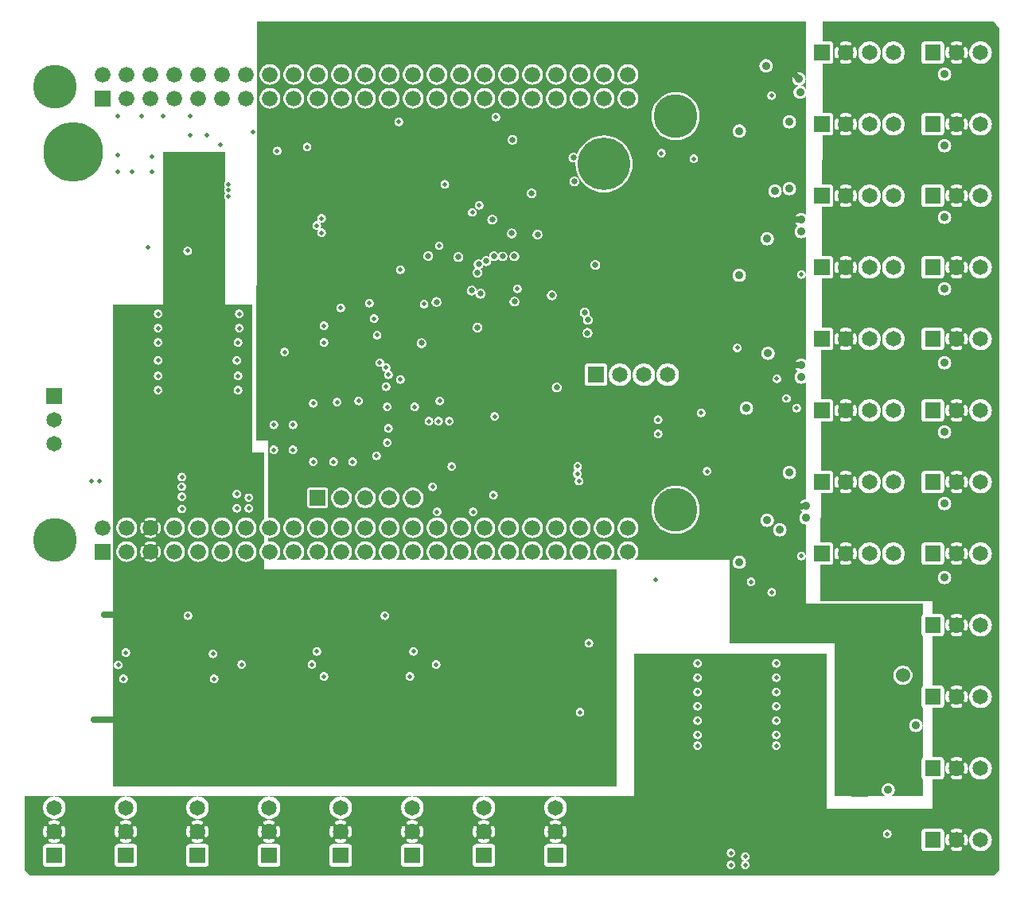
<source format=gbr>
G04 start of page 4 for group 2 idx 1 *
G04 Title: 971 BBB Cape, power *
G04 Creator: pcb 20110918 *
G04 CreationDate: Sun Jan 19 01:17:08 2014 UTC *
G04 For: brians *
G04 Format: Gerber/RS-274X *
G04 PCB-Dimensions: 500000 400000 *
G04 PCB-Coordinate-Origin: lower left *
%MOIN*%
%FSLAX25Y25*%
%LNGROUP2*%
%ADD236C,0.0460*%
%ADD235C,0.2000*%
%ADD234C,0.1285*%
%ADD233C,0.0400*%
%ADD232C,0.0350*%
%ADD231C,0.0100*%
%ADD230C,0.0600*%
%ADD229C,0.0360*%
%ADD228C,0.0200*%
%ADD227C,0.2500*%
%ADD226C,0.0660*%
%ADD225C,0.2200*%
%ADD224C,0.1830*%
%ADD223C,0.0650*%
%ADD222C,0.0250*%
%ADD221C,0.0001*%
G54D221*G36*
X382941Y350500D02*Y358500D01*
X389441D01*
Y350500D01*
X382941D01*
G37*
G36*
X383941Y277500D02*Y285500D01*
X390441D01*
Y277500D01*
X383941D01*
G37*
G36*
X383441Y231000D02*Y239000D01*
X389941D01*
Y231000D01*
X383441D01*
G37*
G36*
X292922Y301042D02*Y309042D01*
X299422D01*
Y301042D01*
X292922D01*
G37*
G36*
X292941Y253000D02*Y261000D01*
X299441D01*
Y253000D01*
X292941D01*
G37*
G36*
X309441Y298000D02*Y303000D01*
X314941D01*
Y298000D01*
X309441D01*
G37*
G36*
X258902Y303109D02*Y311109D01*
X265402D01*
Y303109D01*
X258902D01*
G37*
G36*
X267941Y347000D02*Y352000D01*
X273441D01*
Y347000D01*
X267941D01*
G37*
G36*
Y340000D02*Y345000D01*
X273441D01*
Y340000D01*
X267941D01*
G37*
G36*
Y333500D02*Y338500D01*
X273441D01*
Y333500D01*
X267941D01*
G37*
G36*
X383441Y160000D02*Y168000D01*
X389941D01*
Y160000D01*
X383441D01*
G37*
G36*
X428941Y106500D02*Y114500D01*
X435441D01*
Y106500D01*
X428941D01*
G37*
G36*
X419441Y72000D02*Y78000D01*
X426441D01*
Y72000D01*
X419441D01*
G37*
G36*
X388723Y82123D02*Y87123D01*
X394223D01*
Y82123D01*
X388723D01*
G37*
G36*
X249877Y257055D02*Y265055D01*
X256377D01*
Y257055D01*
X249877D01*
G37*
G36*
X238701Y288207D02*Y296207D01*
X245201D01*
Y288207D01*
X238701D01*
G37*
G36*
X481441Y394000D02*Y41500D01*
X478941Y39000D01*
X473493D01*
Y49236D01*
X473500Y49235D01*
X474245Y49294D01*
X474972Y49469D01*
X475663Y49755D01*
X476301Y50145D01*
X476869Y50631D01*
X477355Y51199D01*
X477745Y51837D01*
X478031Y52528D01*
X478206Y53255D01*
X478250Y54000D01*
X478206Y54745D01*
X478031Y55472D01*
X477745Y56163D01*
X477355Y56801D01*
X476869Y57369D01*
X476301Y57855D01*
X475663Y58245D01*
X474972Y58531D01*
X474245Y58706D01*
X473500Y58765D01*
X473493Y58764D01*
Y79236D01*
X473500Y79235D01*
X474245Y79294D01*
X474972Y79469D01*
X475663Y79755D01*
X476301Y80145D01*
X476869Y80631D01*
X477355Y81199D01*
X477745Y81837D01*
X478031Y82528D01*
X478206Y83255D01*
X478250Y84000D01*
X478206Y84745D01*
X478031Y85472D01*
X477745Y86163D01*
X477355Y86801D01*
X476869Y87369D01*
X476301Y87855D01*
X475663Y88245D01*
X474972Y88531D01*
X474245Y88706D01*
X473500Y88765D01*
X473493Y88764D01*
Y109236D01*
X473500Y109235D01*
X474245Y109294D01*
X474972Y109469D01*
X475663Y109755D01*
X476301Y110145D01*
X476869Y110631D01*
X477355Y111199D01*
X477745Y111837D01*
X478031Y112528D01*
X478206Y113255D01*
X478250Y114000D01*
X478206Y114745D01*
X478031Y115472D01*
X477745Y116163D01*
X477355Y116801D01*
X476869Y117369D01*
X476301Y117855D01*
X475663Y118245D01*
X474972Y118531D01*
X474245Y118706D01*
X473500Y118765D01*
X473493Y118764D01*
Y139236D01*
X473500Y139235D01*
X474245Y139294D01*
X474972Y139469D01*
X475663Y139755D01*
X476301Y140145D01*
X476869Y140631D01*
X477355Y141199D01*
X477745Y141837D01*
X478031Y142528D01*
X478206Y143255D01*
X478250Y144000D01*
X478206Y144745D01*
X478031Y145472D01*
X477745Y146163D01*
X477355Y146801D01*
X476869Y147369D01*
X476301Y147855D01*
X475663Y148245D01*
X474972Y148531D01*
X474245Y148706D01*
X473500Y148765D01*
X473493Y148764D01*
Y169236D01*
X473500Y169235D01*
X474245Y169294D01*
X474972Y169469D01*
X475663Y169755D01*
X476301Y170145D01*
X476869Y170631D01*
X477355Y171199D01*
X477745Y171837D01*
X478031Y172528D01*
X478206Y173255D01*
X478250Y174000D01*
X478206Y174745D01*
X478031Y175472D01*
X477745Y176163D01*
X477355Y176801D01*
X476869Y177369D01*
X476301Y177855D01*
X475663Y178245D01*
X474972Y178531D01*
X474245Y178706D01*
X473500Y178765D01*
X473493Y178764D01*
Y199236D01*
X473500Y199235D01*
X474245Y199294D01*
X474972Y199469D01*
X475663Y199755D01*
X476301Y200145D01*
X476869Y200631D01*
X477355Y201199D01*
X477745Y201837D01*
X478031Y202528D01*
X478206Y203255D01*
X478250Y204000D01*
X478206Y204745D01*
X478031Y205472D01*
X477745Y206163D01*
X477355Y206801D01*
X476869Y207369D01*
X476301Y207855D01*
X475663Y208245D01*
X474972Y208531D01*
X474245Y208706D01*
X473500Y208765D01*
X473493Y208764D01*
Y229236D01*
X473500Y229235D01*
X474245Y229294D01*
X474972Y229469D01*
X475663Y229755D01*
X476301Y230145D01*
X476869Y230631D01*
X477355Y231199D01*
X477745Y231837D01*
X478031Y232528D01*
X478206Y233255D01*
X478250Y234000D01*
X478206Y234745D01*
X478031Y235472D01*
X477745Y236163D01*
X477355Y236801D01*
X476869Y237369D01*
X476301Y237855D01*
X475663Y238245D01*
X474972Y238531D01*
X474245Y238706D01*
X473500Y238765D01*
X473493Y238764D01*
Y259236D01*
X473500Y259235D01*
X474245Y259294D01*
X474972Y259469D01*
X475663Y259755D01*
X476301Y260145D01*
X476869Y260631D01*
X477355Y261199D01*
X477745Y261837D01*
X478031Y262528D01*
X478206Y263255D01*
X478250Y264000D01*
X478206Y264745D01*
X478031Y265472D01*
X477745Y266163D01*
X477355Y266801D01*
X476869Y267369D01*
X476301Y267855D01*
X475663Y268245D01*
X474972Y268531D01*
X474245Y268706D01*
X473500Y268765D01*
X473493Y268764D01*
Y289236D01*
X473500Y289235D01*
X474245Y289294D01*
X474972Y289469D01*
X475663Y289755D01*
X476301Y290145D01*
X476869Y290631D01*
X477355Y291199D01*
X477745Y291837D01*
X478031Y292528D01*
X478206Y293255D01*
X478250Y294000D01*
X478206Y294745D01*
X478031Y295472D01*
X477745Y296163D01*
X477355Y296801D01*
X476869Y297369D01*
X476301Y297855D01*
X475663Y298245D01*
X474972Y298531D01*
X474245Y298706D01*
X473500Y298765D01*
X473493Y298764D01*
Y319236D01*
X473500Y319235D01*
X474245Y319294D01*
X474972Y319469D01*
X475663Y319755D01*
X476301Y320145D01*
X476869Y320631D01*
X477355Y321199D01*
X477745Y321837D01*
X478031Y322528D01*
X478206Y323255D01*
X478250Y324000D01*
X478206Y324745D01*
X478031Y325472D01*
X477745Y326163D01*
X477355Y326801D01*
X476869Y327369D01*
X476301Y327855D01*
X475663Y328245D01*
X474972Y328531D01*
X474245Y328706D01*
X473500Y328765D01*
X473493Y328764D01*
Y349236D01*
X473500Y349235D01*
X474245Y349294D01*
X474972Y349469D01*
X475663Y349755D01*
X476301Y350145D01*
X476869Y350631D01*
X477355Y351199D01*
X477745Y351837D01*
X478031Y352528D01*
X478206Y353255D01*
X478250Y354000D01*
X478206Y354745D01*
X478031Y355472D01*
X477745Y356163D01*
X477355Y356801D01*
X476869Y357369D01*
X476301Y357855D01*
X475663Y358245D01*
X474972Y358531D01*
X474245Y358706D01*
X473500Y358765D01*
X473493Y358764D01*
Y379236D01*
X473500Y379235D01*
X474245Y379294D01*
X474972Y379469D01*
X475663Y379755D01*
X476301Y380145D01*
X476869Y380631D01*
X477355Y381199D01*
X477745Y381837D01*
X478031Y382528D01*
X478206Y383255D01*
X478250Y384000D01*
X478206Y384745D01*
X478031Y385472D01*
X477745Y386163D01*
X477355Y386801D01*
X476869Y387369D01*
X476301Y387855D01*
X475663Y388245D01*
X474972Y388531D01*
X474245Y388706D01*
X473500Y388765D01*
X473493Y388764D01*
Y397000D01*
X478941D01*
X481441Y394000D01*
G37*
G36*
X473493Y39000D02*X467332D01*
Y51670D01*
X467443Y51704D01*
X467550Y51756D01*
X467646Y51823D01*
X467731Y51905D01*
X467802Y52000D01*
X467856Y52105D01*
X468015Y52508D01*
X468132Y52925D01*
X468211Y53352D01*
X468250Y53783D01*
Y54217D01*
X468211Y54648D01*
X468132Y55075D01*
X468015Y55492D01*
X467860Y55897D01*
X467805Y56002D01*
X467734Y56097D01*
X467648Y56179D01*
X467551Y56247D01*
X467445Y56299D01*
X467332Y56334D01*
Y81670D01*
X467443Y81704D01*
X467550Y81756D01*
X467646Y81823D01*
X467731Y81905D01*
X467802Y82000D01*
X467856Y82105D01*
X468015Y82508D01*
X468132Y82925D01*
X468211Y83352D01*
X468250Y83783D01*
Y84217D01*
X468211Y84648D01*
X468132Y85075D01*
X468015Y85492D01*
X467860Y85897D01*
X467805Y86002D01*
X467734Y86097D01*
X467648Y86179D01*
X467551Y86247D01*
X467445Y86299D01*
X467332Y86334D01*
Y111670D01*
X467443Y111704D01*
X467550Y111756D01*
X467646Y111823D01*
X467731Y111905D01*
X467802Y112000D01*
X467856Y112105D01*
X468015Y112508D01*
X468132Y112925D01*
X468211Y113352D01*
X468250Y113783D01*
Y114217D01*
X468211Y114648D01*
X468132Y115075D01*
X468015Y115492D01*
X467860Y115897D01*
X467805Y116002D01*
X467734Y116097D01*
X467648Y116179D01*
X467551Y116247D01*
X467445Y116299D01*
X467332Y116334D01*
Y141670D01*
X467443Y141704D01*
X467550Y141756D01*
X467646Y141823D01*
X467731Y141905D01*
X467802Y142000D01*
X467856Y142105D01*
X468015Y142508D01*
X468132Y142925D01*
X468211Y143352D01*
X468250Y143783D01*
Y144217D01*
X468211Y144648D01*
X468132Y145075D01*
X468015Y145492D01*
X467860Y145897D01*
X467805Y146002D01*
X467734Y146097D01*
X467648Y146179D01*
X467551Y146247D01*
X467445Y146299D01*
X467332Y146334D01*
Y171670D01*
X467443Y171704D01*
X467550Y171756D01*
X467646Y171823D01*
X467731Y171905D01*
X467802Y172000D01*
X467856Y172105D01*
X468015Y172508D01*
X468132Y172925D01*
X468211Y173352D01*
X468250Y173783D01*
Y174217D01*
X468211Y174648D01*
X468132Y175075D01*
X468015Y175492D01*
X467860Y175897D01*
X467805Y176002D01*
X467734Y176097D01*
X467648Y176179D01*
X467551Y176247D01*
X467445Y176299D01*
X467332Y176334D01*
Y201670D01*
X467443Y201704D01*
X467550Y201756D01*
X467646Y201823D01*
X467731Y201905D01*
X467802Y202000D01*
X467856Y202105D01*
X468015Y202508D01*
X468132Y202925D01*
X468211Y203352D01*
X468250Y203783D01*
Y204217D01*
X468211Y204648D01*
X468132Y205075D01*
X468015Y205492D01*
X467860Y205897D01*
X467805Y206002D01*
X467734Y206097D01*
X467648Y206179D01*
X467551Y206247D01*
X467445Y206299D01*
X467332Y206334D01*
Y231670D01*
X467443Y231704D01*
X467550Y231756D01*
X467646Y231823D01*
X467731Y231905D01*
X467802Y232000D01*
X467856Y232105D01*
X468015Y232508D01*
X468132Y232925D01*
X468211Y233352D01*
X468250Y233783D01*
Y234217D01*
X468211Y234648D01*
X468132Y235075D01*
X468015Y235492D01*
X467860Y235897D01*
X467805Y236002D01*
X467734Y236097D01*
X467648Y236179D01*
X467551Y236247D01*
X467445Y236299D01*
X467332Y236334D01*
Y261670D01*
X467443Y261704D01*
X467550Y261756D01*
X467646Y261823D01*
X467731Y261905D01*
X467802Y262000D01*
X467856Y262105D01*
X468015Y262508D01*
X468132Y262925D01*
X468211Y263352D01*
X468250Y263783D01*
Y264217D01*
X468211Y264648D01*
X468132Y265075D01*
X468015Y265492D01*
X467860Y265897D01*
X467805Y266002D01*
X467734Y266097D01*
X467648Y266179D01*
X467551Y266247D01*
X467445Y266299D01*
X467332Y266334D01*
Y291670D01*
X467443Y291704D01*
X467550Y291756D01*
X467646Y291823D01*
X467731Y291905D01*
X467802Y292000D01*
X467856Y292105D01*
X468015Y292508D01*
X468132Y292925D01*
X468211Y293352D01*
X468250Y293783D01*
Y294217D01*
X468211Y294648D01*
X468132Y295075D01*
X468015Y295492D01*
X467860Y295897D01*
X467805Y296002D01*
X467734Y296097D01*
X467648Y296179D01*
X467551Y296247D01*
X467445Y296299D01*
X467332Y296334D01*
Y321670D01*
X467443Y321704D01*
X467550Y321756D01*
X467646Y321823D01*
X467731Y321905D01*
X467802Y322000D01*
X467856Y322105D01*
X468015Y322508D01*
X468132Y322925D01*
X468211Y323352D01*
X468250Y323783D01*
Y324217D01*
X468211Y324648D01*
X468132Y325075D01*
X468015Y325492D01*
X467860Y325897D01*
X467805Y326002D01*
X467734Y326097D01*
X467648Y326179D01*
X467551Y326247D01*
X467445Y326299D01*
X467332Y326334D01*
Y351670D01*
X467443Y351704D01*
X467550Y351756D01*
X467646Y351823D01*
X467731Y351905D01*
X467802Y352000D01*
X467856Y352105D01*
X468015Y352508D01*
X468132Y352925D01*
X468211Y353352D01*
X468250Y353783D01*
Y354217D01*
X468211Y354648D01*
X468132Y355075D01*
X468015Y355492D01*
X467860Y355897D01*
X467805Y356002D01*
X467734Y356097D01*
X467648Y356179D01*
X467551Y356247D01*
X467445Y356299D01*
X467332Y356334D01*
Y381670D01*
X467443Y381704D01*
X467550Y381756D01*
X467646Y381823D01*
X467731Y381905D01*
X467802Y382000D01*
X467856Y382105D01*
X468015Y382508D01*
X468132Y382925D01*
X468211Y383352D01*
X468250Y383783D01*
Y384217D01*
X468211Y384648D01*
X468132Y385075D01*
X468015Y385492D01*
X467860Y385897D01*
X467805Y386002D01*
X467734Y386097D01*
X467648Y386179D01*
X467551Y386247D01*
X467445Y386299D01*
X467332Y386334D01*
Y397000D01*
X473493D01*
Y388764D01*
X472755Y388706D01*
X472028Y388531D01*
X471337Y388245D01*
X470699Y387855D01*
X470131Y387369D01*
X469645Y386801D01*
X469255Y386163D01*
X468969Y385472D01*
X468794Y384745D01*
X468735Y384000D01*
X468794Y383255D01*
X468969Y382528D01*
X469255Y381837D01*
X469645Y381199D01*
X470131Y380631D01*
X470699Y380145D01*
X471337Y379755D01*
X472028Y379469D01*
X472755Y379294D01*
X473493Y379236D01*
Y358764D01*
X472755Y358706D01*
X472028Y358531D01*
X471337Y358245D01*
X470699Y357855D01*
X470131Y357369D01*
X469645Y356801D01*
X469255Y356163D01*
X468969Y355472D01*
X468794Y354745D01*
X468735Y354000D01*
X468794Y353255D01*
X468969Y352528D01*
X469255Y351837D01*
X469645Y351199D01*
X470131Y350631D01*
X470699Y350145D01*
X471337Y349755D01*
X472028Y349469D01*
X472755Y349294D01*
X473493Y349236D01*
Y328764D01*
X472755Y328706D01*
X472028Y328531D01*
X471337Y328245D01*
X470699Y327855D01*
X470131Y327369D01*
X469645Y326801D01*
X469255Y326163D01*
X468969Y325472D01*
X468794Y324745D01*
X468735Y324000D01*
X468794Y323255D01*
X468969Y322528D01*
X469255Y321837D01*
X469645Y321199D01*
X470131Y320631D01*
X470699Y320145D01*
X471337Y319755D01*
X472028Y319469D01*
X472755Y319294D01*
X473493Y319236D01*
Y298764D01*
X472755Y298706D01*
X472028Y298531D01*
X471337Y298245D01*
X470699Y297855D01*
X470131Y297369D01*
X469645Y296801D01*
X469255Y296163D01*
X468969Y295472D01*
X468794Y294745D01*
X468735Y294000D01*
X468794Y293255D01*
X468969Y292528D01*
X469255Y291837D01*
X469645Y291199D01*
X470131Y290631D01*
X470699Y290145D01*
X471337Y289755D01*
X472028Y289469D01*
X472755Y289294D01*
X473493Y289236D01*
Y268764D01*
X472755Y268706D01*
X472028Y268531D01*
X471337Y268245D01*
X470699Y267855D01*
X470131Y267369D01*
X469645Y266801D01*
X469255Y266163D01*
X468969Y265472D01*
X468794Y264745D01*
X468735Y264000D01*
X468794Y263255D01*
X468969Y262528D01*
X469255Y261837D01*
X469645Y261199D01*
X470131Y260631D01*
X470699Y260145D01*
X471337Y259755D01*
X472028Y259469D01*
X472755Y259294D01*
X473493Y259236D01*
Y238764D01*
X472755Y238706D01*
X472028Y238531D01*
X471337Y238245D01*
X470699Y237855D01*
X470131Y237369D01*
X469645Y236801D01*
X469255Y236163D01*
X468969Y235472D01*
X468794Y234745D01*
X468735Y234000D01*
X468794Y233255D01*
X468969Y232528D01*
X469255Y231837D01*
X469645Y231199D01*
X470131Y230631D01*
X470699Y230145D01*
X471337Y229755D01*
X472028Y229469D01*
X472755Y229294D01*
X473493Y229236D01*
Y208764D01*
X472755Y208706D01*
X472028Y208531D01*
X471337Y208245D01*
X470699Y207855D01*
X470131Y207369D01*
X469645Y206801D01*
X469255Y206163D01*
X468969Y205472D01*
X468794Y204745D01*
X468735Y204000D01*
X468794Y203255D01*
X468969Y202528D01*
X469255Y201837D01*
X469645Y201199D01*
X470131Y200631D01*
X470699Y200145D01*
X471337Y199755D01*
X472028Y199469D01*
X472755Y199294D01*
X473493Y199236D01*
Y178764D01*
X472755Y178706D01*
X472028Y178531D01*
X471337Y178245D01*
X470699Y177855D01*
X470131Y177369D01*
X469645Y176801D01*
X469255Y176163D01*
X468969Y175472D01*
X468794Y174745D01*
X468735Y174000D01*
X468794Y173255D01*
X468969Y172528D01*
X469255Y171837D01*
X469645Y171199D01*
X470131Y170631D01*
X470699Y170145D01*
X471337Y169755D01*
X472028Y169469D01*
X472755Y169294D01*
X473493Y169236D01*
Y148764D01*
X472755Y148706D01*
X472028Y148531D01*
X471337Y148245D01*
X470699Y147855D01*
X470131Y147369D01*
X469645Y146801D01*
X469255Y146163D01*
X468969Y145472D01*
X468794Y144745D01*
X468735Y144000D01*
X468794Y143255D01*
X468969Y142528D01*
X469255Y141837D01*
X469645Y141199D01*
X470131Y140631D01*
X470699Y140145D01*
X471337Y139755D01*
X472028Y139469D01*
X472755Y139294D01*
X473493Y139236D01*
Y118764D01*
X472755Y118706D01*
X472028Y118531D01*
X471337Y118245D01*
X470699Y117855D01*
X470131Y117369D01*
X469645Y116801D01*
X469255Y116163D01*
X468969Y115472D01*
X468794Y114745D01*
X468735Y114000D01*
X468794Y113255D01*
X468969Y112528D01*
X469255Y111837D01*
X469645Y111199D01*
X470131Y110631D01*
X470699Y110145D01*
X471337Y109755D01*
X472028Y109469D01*
X472755Y109294D01*
X473493Y109236D01*
Y88764D01*
X472755Y88706D01*
X472028Y88531D01*
X471337Y88245D01*
X470699Y87855D01*
X470131Y87369D01*
X469645Y86801D01*
X469255Y86163D01*
X468969Y85472D01*
X468794Y84745D01*
X468735Y84000D01*
X468794Y83255D01*
X468969Y82528D01*
X469255Y81837D01*
X469645Y81199D01*
X470131Y80631D01*
X470699Y80145D01*
X471337Y79755D01*
X472028Y79469D01*
X472755Y79294D01*
X473493Y79236D01*
Y58764D01*
X472755Y58706D01*
X472028Y58531D01*
X471337Y58245D01*
X470699Y57855D01*
X470131Y57369D01*
X469645Y56801D01*
X469255Y56163D01*
X468969Y55472D01*
X468794Y54745D01*
X468735Y54000D01*
X468794Y53255D01*
X468969Y52528D01*
X469255Y51837D01*
X469645Y51199D01*
X470131Y50631D01*
X470699Y50145D01*
X471337Y49755D01*
X472028Y49469D01*
X472755Y49294D01*
X473493Y49236D01*
Y39000D01*
G37*
G36*
X467332D02*X463502D01*
Y49250D01*
X463717D01*
X464148Y49289D01*
X464575Y49368D01*
X464992Y49485D01*
X465397Y49640D01*
X465502Y49695D01*
X465597Y49766D01*
X465679Y49852D01*
X465747Y49949D01*
X465799Y50055D01*
X465834Y50169D01*
X465850Y50286D01*
X465848Y50405D01*
X465827Y50522D01*
X465789Y50634D01*
X465733Y50738D01*
X465662Y50833D01*
X465576Y50915D01*
X465479Y50983D01*
X465373Y51035D01*
X465259Y51070D01*
X465142Y51086D01*
X465023Y51084D01*
X464906Y51064D01*
X464795Y51023D01*
X464520Y50914D01*
X464235Y50834D01*
X463943Y50780D01*
X463648Y50753D01*
X463502D01*
Y57247D01*
X463648D01*
X463943Y57220D01*
X464235Y57166D01*
X464520Y57086D01*
X464797Y56980D01*
X464907Y56940D01*
X465024Y56919D01*
X465142Y56917D01*
X465259Y56933D01*
X465371Y56968D01*
X465478Y57020D01*
X465574Y57087D01*
X465659Y57169D01*
X465730Y57263D01*
X465786Y57368D01*
X465824Y57479D01*
X465845Y57596D01*
X465847Y57714D01*
X465830Y57830D01*
X465796Y57943D01*
X465744Y58050D01*
X465677Y58146D01*
X465595Y58231D01*
X465500Y58302D01*
X465395Y58356D01*
X464992Y58515D01*
X464575Y58632D01*
X464148Y58711D01*
X463717Y58750D01*
X463502D01*
Y79250D01*
X463717D01*
X464148Y79289D01*
X464575Y79368D01*
X464992Y79485D01*
X465397Y79640D01*
X465502Y79695D01*
X465597Y79766D01*
X465679Y79852D01*
X465747Y79949D01*
X465799Y80055D01*
X465834Y80169D01*
X465850Y80286D01*
X465848Y80405D01*
X465827Y80522D01*
X465789Y80634D01*
X465733Y80738D01*
X465662Y80833D01*
X465576Y80915D01*
X465479Y80983D01*
X465373Y81035D01*
X465259Y81070D01*
X465142Y81086D01*
X465023Y81084D01*
X464906Y81064D01*
X464795Y81023D01*
X464520Y80914D01*
X464235Y80834D01*
X463943Y80780D01*
X463648Y80753D01*
X463502D01*
Y87247D01*
X463648D01*
X463943Y87220D01*
X464235Y87166D01*
X464520Y87086D01*
X464797Y86980D01*
X464907Y86940D01*
X465024Y86919D01*
X465142Y86917D01*
X465259Y86933D01*
X465371Y86968D01*
X465478Y87020D01*
X465574Y87087D01*
X465659Y87169D01*
X465730Y87263D01*
X465786Y87368D01*
X465824Y87479D01*
X465845Y87596D01*
X465847Y87714D01*
X465830Y87830D01*
X465796Y87943D01*
X465744Y88050D01*
X465677Y88146D01*
X465595Y88231D01*
X465500Y88302D01*
X465395Y88356D01*
X464992Y88515D01*
X464575Y88632D01*
X464148Y88711D01*
X463717Y88750D01*
X463502D01*
Y109250D01*
X463717D01*
X464148Y109289D01*
X464575Y109368D01*
X464992Y109485D01*
X465397Y109640D01*
X465502Y109695D01*
X465597Y109766D01*
X465679Y109852D01*
X465747Y109949D01*
X465799Y110055D01*
X465834Y110169D01*
X465850Y110286D01*
X465848Y110405D01*
X465827Y110522D01*
X465789Y110634D01*
X465733Y110738D01*
X465662Y110833D01*
X465576Y110915D01*
X465479Y110983D01*
X465373Y111035D01*
X465259Y111070D01*
X465142Y111086D01*
X465023Y111084D01*
X464906Y111064D01*
X464795Y111023D01*
X464520Y110914D01*
X464235Y110834D01*
X463943Y110780D01*
X463648Y110753D01*
X463502D01*
Y117247D01*
X463648D01*
X463943Y117220D01*
X464235Y117166D01*
X464520Y117086D01*
X464797Y116980D01*
X464907Y116940D01*
X465024Y116919D01*
X465142Y116917D01*
X465259Y116933D01*
X465371Y116968D01*
X465478Y117020D01*
X465574Y117087D01*
X465659Y117169D01*
X465730Y117263D01*
X465786Y117368D01*
X465824Y117479D01*
X465845Y117596D01*
X465847Y117714D01*
X465830Y117830D01*
X465796Y117943D01*
X465744Y118050D01*
X465677Y118146D01*
X465595Y118231D01*
X465500Y118302D01*
X465395Y118356D01*
X464992Y118515D01*
X464575Y118632D01*
X464148Y118711D01*
X463717Y118750D01*
X463502D01*
Y139250D01*
X463717D01*
X464148Y139289D01*
X464575Y139368D01*
X464992Y139485D01*
X465397Y139640D01*
X465502Y139695D01*
X465597Y139766D01*
X465679Y139852D01*
X465747Y139949D01*
X465799Y140055D01*
X465834Y140169D01*
X465850Y140286D01*
X465848Y140405D01*
X465827Y140522D01*
X465789Y140634D01*
X465733Y140738D01*
X465662Y140833D01*
X465576Y140915D01*
X465479Y140983D01*
X465373Y141035D01*
X465259Y141070D01*
X465142Y141086D01*
X465023Y141084D01*
X464906Y141064D01*
X464795Y141023D01*
X464520Y140914D01*
X464235Y140834D01*
X463943Y140780D01*
X463648Y140753D01*
X463502D01*
Y147247D01*
X463648D01*
X463943Y147220D01*
X464235Y147166D01*
X464520Y147086D01*
X464797Y146980D01*
X464907Y146940D01*
X465024Y146919D01*
X465142Y146917D01*
X465259Y146933D01*
X465371Y146968D01*
X465478Y147020D01*
X465574Y147087D01*
X465659Y147169D01*
X465730Y147263D01*
X465786Y147368D01*
X465824Y147479D01*
X465845Y147596D01*
X465847Y147714D01*
X465830Y147830D01*
X465796Y147943D01*
X465744Y148050D01*
X465677Y148146D01*
X465595Y148231D01*
X465500Y148302D01*
X465395Y148356D01*
X464992Y148515D01*
X464575Y148632D01*
X464148Y148711D01*
X463717Y148750D01*
X463502D01*
Y169250D01*
X463717D01*
X464148Y169289D01*
X464575Y169368D01*
X464992Y169485D01*
X465397Y169640D01*
X465502Y169695D01*
X465597Y169766D01*
X465679Y169852D01*
X465747Y169949D01*
X465799Y170055D01*
X465834Y170169D01*
X465850Y170286D01*
X465848Y170405D01*
X465827Y170522D01*
X465789Y170634D01*
X465733Y170738D01*
X465662Y170833D01*
X465576Y170915D01*
X465479Y170983D01*
X465373Y171035D01*
X465259Y171070D01*
X465142Y171086D01*
X465023Y171084D01*
X464906Y171064D01*
X464795Y171023D01*
X464520Y170914D01*
X464235Y170834D01*
X463943Y170780D01*
X463648Y170753D01*
X463502D01*
Y177247D01*
X463648D01*
X463943Y177220D01*
X464235Y177166D01*
X464520Y177086D01*
X464797Y176980D01*
X464907Y176940D01*
X465024Y176919D01*
X465142Y176917D01*
X465259Y176933D01*
X465371Y176968D01*
X465478Y177020D01*
X465574Y177087D01*
X465659Y177169D01*
X465730Y177263D01*
X465786Y177368D01*
X465824Y177479D01*
X465845Y177596D01*
X465847Y177714D01*
X465830Y177830D01*
X465796Y177943D01*
X465744Y178050D01*
X465677Y178146D01*
X465595Y178231D01*
X465500Y178302D01*
X465395Y178356D01*
X464992Y178515D01*
X464575Y178632D01*
X464148Y178711D01*
X463717Y178750D01*
X463502D01*
Y199250D01*
X463717D01*
X464148Y199289D01*
X464575Y199368D01*
X464992Y199485D01*
X465397Y199640D01*
X465502Y199695D01*
X465597Y199766D01*
X465679Y199852D01*
X465747Y199949D01*
X465799Y200055D01*
X465834Y200169D01*
X465850Y200286D01*
X465848Y200405D01*
X465827Y200522D01*
X465789Y200634D01*
X465733Y200738D01*
X465662Y200833D01*
X465576Y200915D01*
X465479Y200983D01*
X465373Y201035D01*
X465259Y201070D01*
X465142Y201086D01*
X465023Y201084D01*
X464906Y201064D01*
X464795Y201023D01*
X464520Y200914D01*
X464235Y200834D01*
X463943Y200780D01*
X463648Y200753D01*
X463502D01*
Y207247D01*
X463648D01*
X463943Y207220D01*
X464235Y207166D01*
X464520Y207086D01*
X464797Y206980D01*
X464907Y206940D01*
X465024Y206919D01*
X465142Y206917D01*
X465259Y206933D01*
X465371Y206968D01*
X465478Y207020D01*
X465574Y207087D01*
X465659Y207169D01*
X465730Y207263D01*
X465786Y207368D01*
X465824Y207479D01*
X465845Y207596D01*
X465847Y207714D01*
X465830Y207830D01*
X465796Y207943D01*
X465744Y208050D01*
X465677Y208146D01*
X465595Y208231D01*
X465500Y208302D01*
X465395Y208356D01*
X464992Y208515D01*
X464575Y208632D01*
X464148Y208711D01*
X463717Y208750D01*
X463502D01*
Y229250D01*
X463717D01*
X464148Y229289D01*
X464575Y229368D01*
X464992Y229485D01*
X465397Y229640D01*
X465502Y229695D01*
X465597Y229766D01*
X465679Y229852D01*
X465747Y229949D01*
X465799Y230055D01*
X465834Y230169D01*
X465850Y230286D01*
X465848Y230405D01*
X465827Y230522D01*
X465789Y230634D01*
X465733Y230738D01*
X465662Y230833D01*
X465576Y230915D01*
X465479Y230983D01*
X465373Y231035D01*
X465259Y231070D01*
X465142Y231086D01*
X465023Y231084D01*
X464906Y231064D01*
X464795Y231023D01*
X464520Y230914D01*
X464235Y230834D01*
X463943Y230780D01*
X463648Y230753D01*
X463502D01*
Y237247D01*
X463648D01*
X463943Y237220D01*
X464235Y237166D01*
X464520Y237086D01*
X464797Y236980D01*
X464907Y236940D01*
X465024Y236919D01*
X465142Y236917D01*
X465259Y236933D01*
X465371Y236968D01*
X465478Y237020D01*
X465574Y237087D01*
X465659Y237169D01*
X465730Y237263D01*
X465786Y237368D01*
X465824Y237479D01*
X465845Y237596D01*
X465847Y237714D01*
X465830Y237830D01*
X465796Y237943D01*
X465744Y238050D01*
X465677Y238146D01*
X465595Y238231D01*
X465500Y238302D01*
X465395Y238356D01*
X464992Y238515D01*
X464575Y238632D01*
X464148Y238711D01*
X463717Y238750D01*
X463502D01*
Y259250D01*
X463717D01*
X464148Y259289D01*
X464575Y259368D01*
X464992Y259485D01*
X465397Y259640D01*
X465502Y259695D01*
X465597Y259766D01*
X465679Y259852D01*
X465747Y259949D01*
X465799Y260055D01*
X465834Y260169D01*
X465850Y260286D01*
X465848Y260405D01*
X465827Y260522D01*
X465789Y260634D01*
X465733Y260738D01*
X465662Y260833D01*
X465576Y260915D01*
X465479Y260983D01*
X465373Y261035D01*
X465259Y261070D01*
X465142Y261086D01*
X465023Y261084D01*
X464906Y261064D01*
X464795Y261023D01*
X464520Y260914D01*
X464235Y260834D01*
X463943Y260780D01*
X463648Y260753D01*
X463502D01*
Y267247D01*
X463648D01*
X463943Y267220D01*
X464235Y267166D01*
X464520Y267086D01*
X464797Y266980D01*
X464907Y266940D01*
X465024Y266919D01*
X465142Y266917D01*
X465259Y266933D01*
X465371Y266968D01*
X465478Y267020D01*
X465574Y267087D01*
X465659Y267169D01*
X465730Y267263D01*
X465786Y267368D01*
X465824Y267479D01*
X465845Y267596D01*
X465847Y267714D01*
X465830Y267830D01*
X465796Y267943D01*
X465744Y268050D01*
X465677Y268146D01*
X465595Y268231D01*
X465500Y268302D01*
X465395Y268356D01*
X464992Y268515D01*
X464575Y268632D01*
X464148Y268711D01*
X463717Y268750D01*
X463502D01*
Y289250D01*
X463717D01*
X464148Y289289D01*
X464575Y289368D01*
X464992Y289485D01*
X465397Y289640D01*
X465502Y289695D01*
X465597Y289766D01*
X465679Y289852D01*
X465747Y289949D01*
X465799Y290055D01*
X465834Y290169D01*
X465850Y290286D01*
X465848Y290405D01*
X465827Y290522D01*
X465789Y290634D01*
X465733Y290738D01*
X465662Y290833D01*
X465576Y290915D01*
X465479Y290983D01*
X465373Y291035D01*
X465259Y291070D01*
X465142Y291086D01*
X465023Y291084D01*
X464906Y291064D01*
X464795Y291023D01*
X464520Y290914D01*
X464235Y290834D01*
X463943Y290780D01*
X463648Y290753D01*
X463502D01*
Y297247D01*
X463648D01*
X463943Y297220D01*
X464235Y297166D01*
X464520Y297086D01*
X464797Y296980D01*
X464907Y296940D01*
X465024Y296919D01*
X465142Y296917D01*
X465259Y296933D01*
X465371Y296968D01*
X465478Y297020D01*
X465574Y297087D01*
X465659Y297169D01*
X465730Y297263D01*
X465786Y297368D01*
X465824Y297479D01*
X465845Y297596D01*
X465847Y297714D01*
X465830Y297830D01*
X465796Y297943D01*
X465744Y298050D01*
X465677Y298146D01*
X465595Y298231D01*
X465500Y298302D01*
X465395Y298356D01*
X464992Y298515D01*
X464575Y298632D01*
X464148Y298711D01*
X463717Y298750D01*
X463502D01*
Y319250D01*
X463717D01*
X464148Y319289D01*
X464575Y319368D01*
X464992Y319485D01*
X465397Y319640D01*
X465502Y319695D01*
X465597Y319766D01*
X465679Y319852D01*
X465747Y319949D01*
X465799Y320055D01*
X465834Y320169D01*
X465850Y320286D01*
X465848Y320405D01*
X465827Y320522D01*
X465789Y320634D01*
X465733Y320738D01*
X465662Y320833D01*
X465576Y320915D01*
X465479Y320983D01*
X465373Y321035D01*
X465259Y321070D01*
X465142Y321086D01*
X465023Y321084D01*
X464906Y321064D01*
X464795Y321023D01*
X464520Y320914D01*
X464235Y320834D01*
X463943Y320780D01*
X463648Y320753D01*
X463502D01*
Y327247D01*
X463648D01*
X463943Y327220D01*
X464235Y327166D01*
X464520Y327086D01*
X464797Y326980D01*
X464907Y326940D01*
X465024Y326919D01*
X465142Y326917D01*
X465259Y326933D01*
X465371Y326968D01*
X465478Y327020D01*
X465574Y327087D01*
X465659Y327169D01*
X465730Y327263D01*
X465786Y327368D01*
X465824Y327479D01*
X465845Y327596D01*
X465847Y327714D01*
X465830Y327830D01*
X465796Y327943D01*
X465744Y328050D01*
X465677Y328146D01*
X465595Y328231D01*
X465500Y328302D01*
X465395Y328356D01*
X464992Y328515D01*
X464575Y328632D01*
X464148Y328711D01*
X463717Y328750D01*
X463502D01*
Y349250D01*
X463717D01*
X464148Y349289D01*
X464575Y349368D01*
X464992Y349485D01*
X465397Y349640D01*
X465502Y349695D01*
X465597Y349766D01*
X465679Y349852D01*
X465747Y349949D01*
X465799Y350055D01*
X465834Y350169D01*
X465850Y350286D01*
X465848Y350405D01*
X465827Y350522D01*
X465789Y350634D01*
X465733Y350738D01*
X465662Y350833D01*
X465576Y350915D01*
X465479Y350983D01*
X465373Y351035D01*
X465259Y351070D01*
X465142Y351086D01*
X465023Y351084D01*
X464906Y351064D01*
X464795Y351023D01*
X464520Y350914D01*
X464235Y350834D01*
X463943Y350780D01*
X463648Y350753D01*
X463502D01*
Y357247D01*
X463648D01*
X463943Y357220D01*
X464235Y357166D01*
X464520Y357086D01*
X464797Y356980D01*
X464907Y356940D01*
X465024Y356919D01*
X465142Y356917D01*
X465259Y356933D01*
X465371Y356968D01*
X465478Y357020D01*
X465574Y357087D01*
X465659Y357169D01*
X465730Y357263D01*
X465786Y357368D01*
X465824Y357479D01*
X465845Y357596D01*
X465847Y357714D01*
X465830Y357830D01*
X465796Y357943D01*
X465744Y358050D01*
X465677Y358146D01*
X465595Y358231D01*
X465500Y358302D01*
X465395Y358356D01*
X464992Y358515D01*
X464575Y358632D01*
X464148Y358711D01*
X463717Y358750D01*
X463502D01*
Y379250D01*
X463717D01*
X464148Y379289D01*
X464575Y379368D01*
X464992Y379485D01*
X465397Y379640D01*
X465502Y379695D01*
X465597Y379766D01*
X465679Y379852D01*
X465747Y379949D01*
X465799Y380055D01*
X465834Y380169D01*
X465850Y380286D01*
X465848Y380405D01*
X465827Y380522D01*
X465789Y380634D01*
X465733Y380738D01*
X465662Y380833D01*
X465576Y380915D01*
X465479Y380983D01*
X465373Y381035D01*
X465259Y381070D01*
X465142Y381086D01*
X465023Y381084D01*
X464906Y381064D01*
X464795Y381023D01*
X464520Y380914D01*
X464235Y380834D01*
X463943Y380780D01*
X463648Y380753D01*
X463502D01*
Y387247D01*
X463648D01*
X463943Y387220D01*
X464235Y387166D01*
X464520Y387086D01*
X464797Y386980D01*
X464907Y386940D01*
X465024Y386919D01*
X465142Y386917D01*
X465259Y386933D01*
X465371Y386968D01*
X465478Y387020D01*
X465574Y387087D01*
X465659Y387169D01*
X465730Y387263D01*
X465786Y387368D01*
X465824Y387479D01*
X465845Y387596D01*
X465847Y387714D01*
X465830Y387830D01*
X465796Y387943D01*
X465744Y388050D01*
X465677Y388146D01*
X465595Y388231D01*
X465500Y388302D01*
X465395Y388356D01*
X464992Y388515D01*
X464575Y388632D01*
X464148Y388711D01*
X463717Y388750D01*
X463502D01*
Y397000D01*
X467332D01*
Y386334D01*
X467331Y386334D01*
X467214Y386350D01*
X467095Y386348D01*
X466978Y386327D01*
X466866Y386289D01*
X466762Y386233D01*
X466667Y386162D01*
X466585Y386076D01*
X466517Y385979D01*
X466465Y385873D01*
X466430Y385759D01*
X466414Y385642D01*
X466416Y385523D01*
X466436Y385407D01*
X466477Y385295D01*
X466586Y385020D01*
X466666Y384735D01*
X466720Y384443D01*
X466747Y384148D01*
Y383852D01*
X466720Y383557D01*
X466666Y383265D01*
X466586Y382980D01*
X466480Y382703D01*
X466440Y382593D01*
X466419Y382476D01*
X466417Y382358D01*
X466433Y382241D01*
X466468Y382129D01*
X466520Y382022D01*
X466587Y381926D01*
X466669Y381841D01*
X466763Y381770D01*
X466868Y381714D01*
X466979Y381676D01*
X467096Y381655D01*
X467214Y381653D01*
X467330Y381670D01*
X467332Y381670D01*
Y356334D01*
X467331Y356334D01*
X467214Y356350D01*
X467095Y356348D01*
X466978Y356327D01*
X466866Y356289D01*
X466762Y356233D01*
X466667Y356162D01*
X466585Y356076D01*
X466517Y355979D01*
X466465Y355873D01*
X466430Y355759D01*
X466414Y355642D01*
X466416Y355523D01*
X466436Y355407D01*
X466477Y355295D01*
X466586Y355020D01*
X466666Y354735D01*
X466720Y354443D01*
X466747Y354148D01*
Y353852D01*
X466720Y353557D01*
X466666Y353265D01*
X466586Y352980D01*
X466480Y352703D01*
X466440Y352593D01*
X466419Y352476D01*
X466417Y352358D01*
X466433Y352241D01*
X466468Y352129D01*
X466520Y352022D01*
X466587Y351926D01*
X466669Y351841D01*
X466763Y351770D01*
X466868Y351714D01*
X466979Y351676D01*
X467096Y351655D01*
X467214Y351653D01*
X467330Y351670D01*
X467332Y351670D01*
Y326334D01*
X467331Y326334D01*
X467214Y326350D01*
X467095Y326348D01*
X466978Y326327D01*
X466866Y326289D01*
X466762Y326233D01*
X466667Y326162D01*
X466585Y326076D01*
X466517Y325979D01*
X466465Y325873D01*
X466430Y325759D01*
X466414Y325642D01*
X466416Y325523D01*
X466436Y325407D01*
X466477Y325295D01*
X466586Y325020D01*
X466666Y324735D01*
X466720Y324443D01*
X466747Y324148D01*
Y323852D01*
X466720Y323557D01*
X466666Y323265D01*
X466586Y322980D01*
X466480Y322703D01*
X466440Y322593D01*
X466419Y322476D01*
X466417Y322358D01*
X466433Y322241D01*
X466468Y322129D01*
X466520Y322022D01*
X466587Y321926D01*
X466669Y321841D01*
X466763Y321770D01*
X466868Y321714D01*
X466979Y321676D01*
X467096Y321655D01*
X467214Y321653D01*
X467330Y321670D01*
X467332Y321670D01*
Y296334D01*
X467331Y296334D01*
X467214Y296350D01*
X467095Y296348D01*
X466978Y296327D01*
X466866Y296289D01*
X466762Y296233D01*
X466667Y296162D01*
X466585Y296076D01*
X466517Y295979D01*
X466465Y295873D01*
X466430Y295759D01*
X466414Y295642D01*
X466416Y295523D01*
X466436Y295407D01*
X466477Y295295D01*
X466586Y295020D01*
X466666Y294735D01*
X466720Y294443D01*
X466747Y294148D01*
Y293852D01*
X466720Y293557D01*
X466666Y293265D01*
X466586Y292980D01*
X466480Y292703D01*
X466440Y292593D01*
X466419Y292476D01*
X466417Y292358D01*
X466433Y292241D01*
X466468Y292129D01*
X466520Y292022D01*
X466587Y291926D01*
X466669Y291841D01*
X466763Y291770D01*
X466868Y291714D01*
X466979Y291676D01*
X467096Y291655D01*
X467214Y291653D01*
X467330Y291670D01*
X467332Y291670D01*
Y266334D01*
X467331Y266334D01*
X467214Y266350D01*
X467095Y266348D01*
X466978Y266327D01*
X466866Y266289D01*
X466762Y266233D01*
X466667Y266162D01*
X466585Y266076D01*
X466517Y265979D01*
X466465Y265873D01*
X466430Y265759D01*
X466414Y265642D01*
X466416Y265523D01*
X466436Y265407D01*
X466477Y265295D01*
X466586Y265020D01*
X466666Y264735D01*
X466720Y264443D01*
X466747Y264148D01*
Y263852D01*
X466720Y263557D01*
X466666Y263265D01*
X466586Y262980D01*
X466480Y262703D01*
X466440Y262593D01*
X466419Y262476D01*
X466417Y262358D01*
X466433Y262241D01*
X466468Y262129D01*
X466520Y262022D01*
X466587Y261926D01*
X466669Y261841D01*
X466763Y261770D01*
X466868Y261714D01*
X466979Y261676D01*
X467096Y261655D01*
X467214Y261653D01*
X467330Y261670D01*
X467332Y261670D01*
Y236334D01*
X467331Y236334D01*
X467214Y236350D01*
X467095Y236348D01*
X466978Y236327D01*
X466866Y236289D01*
X466762Y236233D01*
X466667Y236162D01*
X466585Y236076D01*
X466517Y235979D01*
X466465Y235873D01*
X466430Y235759D01*
X466414Y235642D01*
X466416Y235523D01*
X466436Y235407D01*
X466477Y235295D01*
X466586Y235020D01*
X466666Y234735D01*
X466720Y234443D01*
X466747Y234148D01*
Y233852D01*
X466720Y233557D01*
X466666Y233265D01*
X466586Y232980D01*
X466480Y232703D01*
X466440Y232593D01*
X466419Y232476D01*
X466417Y232358D01*
X466433Y232241D01*
X466468Y232129D01*
X466520Y232022D01*
X466587Y231926D01*
X466669Y231841D01*
X466763Y231770D01*
X466868Y231714D01*
X466979Y231676D01*
X467096Y231655D01*
X467214Y231653D01*
X467330Y231670D01*
X467332Y231670D01*
Y206334D01*
X467331Y206334D01*
X467214Y206350D01*
X467095Y206348D01*
X466978Y206327D01*
X466866Y206289D01*
X466762Y206233D01*
X466667Y206162D01*
X466585Y206076D01*
X466517Y205979D01*
X466465Y205873D01*
X466430Y205759D01*
X466414Y205642D01*
X466416Y205523D01*
X466436Y205407D01*
X466477Y205295D01*
X466586Y205020D01*
X466666Y204735D01*
X466720Y204443D01*
X466747Y204148D01*
Y203852D01*
X466720Y203557D01*
X466666Y203265D01*
X466586Y202980D01*
X466480Y202703D01*
X466440Y202593D01*
X466419Y202476D01*
X466417Y202358D01*
X466433Y202241D01*
X466468Y202129D01*
X466520Y202022D01*
X466587Y201926D01*
X466669Y201841D01*
X466763Y201770D01*
X466868Y201714D01*
X466979Y201676D01*
X467096Y201655D01*
X467214Y201653D01*
X467330Y201670D01*
X467332Y201670D01*
Y176334D01*
X467331Y176334D01*
X467214Y176350D01*
X467095Y176348D01*
X466978Y176327D01*
X466866Y176289D01*
X466762Y176233D01*
X466667Y176162D01*
X466585Y176076D01*
X466517Y175979D01*
X466465Y175873D01*
X466430Y175759D01*
X466414Y175642D01*
X466416Y175523D01*
X466436Y175407D01*
X466477Y175295D01*
X466586Y175020D01*
X466666Y174735D01*
X466720Y174443D01*
X466747Y174148D01*
Y173852D01*
X466720Y173557D01*
X466666Y173265D01*
X466586Y172980D01*
X466480Y172703D01*
X466440Y172593D01*
X466419Y172476D01*
X466417Y172358D01*
X466433Y172241D01*
X466468Y172129D01*
X466520Y172022D01*
X466587Y171926D01*
X466669Y171841D01*
X466763Y171770D01*
X466868Y171714D01*
X466979Y171676D01*
X467096Y171655D01*
X467214Y171653D01*
X467330Y171670D01*
X467332Y171670D01*
Y146334D01*
X467331Y146334D01*
X467214Y146350D01*
X467095Y146348D01*
X466978Y146327D01*
X466866Y146289D01*
X466762Y146233D01*
X466667Y146162D01*
X466585Y146076D01*
X466517Y145979D01*
X466465Y145873D01*
X466430Y145759D01*
X466414Y145642D01*
X466416Y145523D01*
X466436Y145407D01*
X466477Y145295D01*
X466586Y145020D01*
X466666Y144735D01*
X466720Y144443D01*
X466747Y144148D01*
Y143852D01*
X466720Y143557D01*
X466666Y143265D01*
X466586Y142980D01*
X466480Y142703D01*
X466440Y142593D01*
X466419Y142476D01*
X466417Y142358D01*
X466433Y142241D01*
X466468Y142129D01*
X466520Y142022D01*
X466587Y141926D01*
X466669Y141841D01*
X466763Y141770D01*
X466868Y141714D01*
X466979Y141676D01*
X467096Y141655D01*
X467214Y141653D01*
X467330Y141670D01*
X467332Y141670D01*
Y116334D01*
X467331Y116334D01*
X467214Y116350D01*
X467095Y116348D01*
X466978Y116327D01*
X466866Y116289D01*
X466762Y116233D01*
X466667Y116162D01*
X466585Y116076D01*
X466517Y115979D01*
X466465Y115873D01*
X466430Y115759D01*
X466414Y115642D01*
X466416Y115523D01*
X466436Y115407D01*
X466477Y115295D01*
X466586Y115020D01*
X466666Y114735D01*
X466720Y114443D01*
X466747Y114148D01*
Y113852D01*
X466720Y113557D01*
X466666Y113265D01*
X466586Y112980D01*
X466480Y112703D01*
X466440Y112593D01*
X466419Y112476D01*
X466417Y112358D01*
X466433Y112241D01*
X466468Y112129D01*
X466520Y112022D01*
X466587Y111926D01*
X466669Y111841D01*
X466763Y111770D01*
X466868Y111714D01*
X466979Y111676D01*
X467096Y111655D01*
X467214Y111653D01*
X467330Y111670D01*
X467332Y111670D01*
Y86334D01*
X467331Y86334D01*
X467214Y86350D01*
X467095Y86348D01*
X466978Y86327D01*
X466866Y86289D01*
X466762Y86233D01*
X466667Y86162D01*
X466585Y86076D01*
X466517Y85979D01*
X466465Y85873D01*
X466430Y85759D01*
X466414Y85642D01*
X466416Y85523D01*
X466436Y85407D01*
X466477Y85295D01*
X466586Y85020D01*
X466666Y84735D01*
X466720Y84443D01*
X466747Y84148D01*
Y83852D01*
X466720Y83557D01*
X466666Y83265D01*
X466586Y82980D01*
X466480Y82703D01*
X466440Y82593D01*
X466419Y82476D01*
X466417Y82358D01*
X466433Y82241D01*
X466468Y82129D01*
X466520Y82022D01*
X466587Y81926D01*
X466669Y81841D01*
X466763Y81770D01*
X466868Y81714D01*
X466979Y81676D01*
X467096Y81655D01*
X467214Y81653D01*
X467330Y81670D01*
X467332Y81670D01*
Y56334D01*
X467331Y56334D01*
X467214Y56350D01*
X467095Y56348D01*
X466978Y56327D01*
X466866Y56289D01*
X466762Y56233D01*
X466667Y56162D01*
X466585Y56076D01*
X466517Y55979D01*
X466465Y55873D01*
X466430Y55759D01*
X466414Y55642D01*
X466416Y55523D01*
X466436Y55407D01*
X466477Y55295D01*
X466586Y55020D01*
X466666Y54735D01*
X466720Y54443D01*
X466747Y54148D01*
Y53852D01*
X466720Y53557D01*
X466666Y53265D01*
X466586Y52980D01*
X466480Y52703D01*
X466440Y52593D01*
X466419Y52476D01*
X466417Y52358D01*
X466433Y52241D01*
X466468Y52129D01*
X466520Y52022D01*
X466587Y51926D01*
X466669Y51841D01*
X466763Y51770D01*
X466868Y51714D01*
X466979Y51676D01*
X467096Y51655D01*
X467214Y51653D01*
X467330Y51670D01*
X467332Y51670D01*
Y39000D01*
G37*
G36*
X463502D02*X459668D01*
Y51666D01*
X459669Y51666D01*
X459786Y51650D01*
X459905Y51652D01*
X460022Y51673D01*
X460134Y51711D01*
X460238Y51767D01*
X460333Y51838D01*
X460415Y51924D01*
X460483Y52021D01*
X460535Y52127D01*
X460570Y52241D01*
X460586Y52358D01*
X460584Y52477D01*
X460564Y52593D01*
X460523Y52705D01*
X460414Y52980D01*
X460334Y53265D01*
X460280Y53557D01*
X460253Y53852D01*
Y54148D01*
X460280Y54443D01*
X460334Y54735D01*
X460414Y55020D01*
X460520Y55297D01*
X460560Y55407D01*
X460581Y55524D01*
X460583Y55642D01*
X460567Y55759D01*
X460532Y55871D01*
X460480Y55978D01*
X460413Y56074D01*
X460331Y56159D01*
X460237Y56230D01*
X460132Y56286D01*
X460021Y56324D01*
X459904Y56345D01*
X459786Y56347D01*
X459670Y56330D01*
X459668Y56330D01*
Y81666D01*
X459669Y81666D01*
X459786Y81650D01*
X459905Y81652D01*
X460022Y81673D01*
X460134Y81711D01*
X460238Y81767D01*
X460333Y81838D01*
X460415Y81924D01*
X460483Y82021D01*
X460535Y82127D01*
X460570Y82241D01*
X460586Y82358D01*
X460584Y82477D01*
X460564Y82594D01*
X460523Y82705D01*
X460414Y82980D01*
X460334Y83265D01*
X460280Y83557D01*
X460253Y83852D01*
Y84148D01*
X460280Y84443D01*
X460334Y84735D01*
X460414Y85020D01*
X460520Y85297D01*
X460560Y85407D01*
X460581Y85524D01*
X460583Y85642D01*
X460567Y85759D01*
X460532Y85871D01*
X460480Y85978D01*
X460413Y86074D01*
X460331Y86159D01*
X460237Y86230D01*
X460132Y86286D01*
X460021Y86324D01*
X459904Y86345D01*
X459786Y86347D01*
X459670Y86330D01*
X459668Y86330D01*
Y111666D01*
X459669Y111666D01*
X459786Y111650D01*
X459905Y111652D01*
X460022Y111673D01*
X460134Y111711D01*
X460238Y111767D01*
X460333Y111838D01*
X460415Y111924D01*
X460483Y112021D01*
X460535Y112127D01*
X460570Y112241D01*
X460586Y112358D01*
X460584Y112477D01*
X460564Y112594D01*
X460523Y112705D01*
X460414Y112980D01*
X460334Y113265D01*
X460280Y113557D01*
X460253Y113852D01*
Y114148D01*
X460280Y114443D01*
X460334Y114735D01*
X460414Y115020D01*
X460520Y115297D01*
X460560Y115407D01*
X460581Y115524D01*
X460583Y115642D01*
X460567Y115759D01*
X460532Y115871D01*
X460480Y115978D01*
X460413Y116074D01*
X460331Y116159D01*
X460237Y116230D01*
X460132Y116286D01*
X460021Y116324D01*
X459904Y116345D01*
X459786Y116347D01*
X459670Y116330D01*
X459668Y116330D01*
Y141666D01*
X459669Y141666D01*
X459786Y141650D01*
X459905Y141652D01*
X460022Y141673D01*
X460134Y141711D01*
X460238Y141767D01*
X460333Y141838D01*
X460415Y141924D01*
X460483Y142021D01*
X460535Y142127D01*
X460570Y142241D01*
X460586Y142358D01*
X460584Y142477D01*
X460564Y142594D01*
X460523Y142705D01*
X460414Y142980D01*
X460334Y143265D01*
X460280Y143557D01*
X460253Y143852D01*
Y144148D01*
X460280Y144443D01*
X460334Y144735D01*
X460414Y145020D01*
X460520Y145297D01*
X460560Y145407D01*
X460581Y145524D01*
X460583Y145642D01*
X460567Y145759D01*
X460532Y145871D01*
X460480Y145978D01*
X460413Y146074D01*
X460331Y146159D01*
X460237Y146230D01*
X460132Y146286D01*
X460021Y146324D01*
X459904Y146345D01*
X459786Y146347D01*
X459670Y146330D01*
X459668Y146330D01*
Y161478D01*
X459716Y161497D01*
X460092Y161728D01*
X460427Y162014D01*
X460713Y162349D01*
X460944Y162725D01*
X461112Y163132D01*
X461215Y163561D01*
X461241Y164000D01*
X461215Y164439D01*
X461112Y164868D01*
X460944Y165275D01*
X460713Y165651D01*
X460427Y165986D01*
X460092Y166272D01*
X459716Y166503D01*
X459668Y166522D01*
Y171666D01*
X459669Y171666D01*
X459786Y171650D01*
X459905Y171652D01*
X460022Y171673D01*
X460134Y171711D01*
X460238Y171767D01*
X460333Y171838D01*
X460415Y171924D01*
X460483Y172021D01*
X460535Y172127D01*
X460570Y172241D01*
X460586Y172358D01*
X460584Y172477D01*
X460564Y172594D01*
X460523Y172705D01*
X460414Y172980D01*
X460334Y173265D01*
X460280Y173557D01*
X460253Y173852D01*
Y174148D01*
X460280Y174443D01*
X460334Y174735D01*
X460414Y175020D01*
X460520Y175297D01*
X460560Y175407D01*
X460581Y175524D01*
X460583Y175642D01*
X460567Y175759D01*
X460532Y175871D01*
X460480Y175978D01*
X460413Y176074D01*
X460331Y176159D01*
X460237Y176230D01*
X460132Y176286D01*
X460021Y176324D01*
X459904Y176345D01*
X459786Y176347D01*
X459670Y176330D01*
X459668Y176330D01*
Y192478D01*
X459716Y192497D01*
X460092Y192728D01*
X460427Y193014D01*
X460713Y193349D01*
X460944Y193725D01*
X461112Y194132D01*
X461215Y194561D01*
X461241Y195000D01*
X461215Y195439D01*
X461112Y195868D01*
X460944Y196275D01*
X460713Y196651D01*
X460427Y196986D01*
X460092Y197272D01*
X459716Y197503D01*
X459668Y197522D01*
Y201666D01*
X459669Y201666D01*
X459786Y201650D01*
X459905Y201652D01*
X460022Y201673D01*
X460134Y201711D01*
X460238Y201767D01*
X460333Y201838D01*
X460415Y201924D01*
X460483Y202021D01*
X460535Y202127D01*
X460570Y202241D01*
X460586Y202358D01*
X460584Y202477D01*
X460564Y202594D01*
X460523Y202705D01*
X460414Y202980D01*
X460334Y203265D01*
X460280Y203557D01*
X460253Y203852D01*
Y204148D01*
X460280Y204443D01*
X460334Y204735D01*
X460414Y205020D01*
X460520Y205297D01*
X460560Y205407D01*
X460581Y205524D01*
X460583Y205642D01*
X460567Y205759D01*
X460532Y205871D01*
X460480Y205978D01*
X460413Y206074D01*
X460331Y206159D01*
X460237Y206230D01*
X460132Y206286D01*
X460021Y206324D01*
X459904Y206345D01*
X459786Y206347D01*
X459670Y206330D01*
X459668Y206330D01*
Y222478D01*
X459716Y222497D01*
X460092Y222728D01*
X460427Y223014D01*
X460713Y223349D01*
X460944Y223725D01*
X461112Y224132D01*
X461215Y224561D01*
X461241Y225000D01*
X461215Y225439D01*
X461112Y225868D01*
X460944Y226275D01*
X460713Y226651D01*
X460427Y226986D01*
X460092Y227272D01*
X459716Y227503D01*
X459668Y227522D01*
Y231666D01*
X459669Y231666D01*
X459786Y231650D01*
X459905Y231652D01*
X460022Y231673D01*
X460134Y231711D01*
X460238Y231767D01*
X460333Y231838D01*
X460415Y231924D01*
X460483Y232021D01*
X460535Y232127D01*
X460570Y232241D01*
X460586Y232358D01*
X460584Y232477D01*
X460564Y232594D01*
X460523Y232705D01*
X460414Y232980D01*
X460334Y233265D01*
X460280Y233557D01*
X460253Y233852D01*
Y234148D01*
X460280Y234443D01*
X460334Y234735D01*
X460414Y235020D01*
X460520Y235297D01*
X460560Y235407D01*
X460581Y235524D01*
X460583Y235642D01*
X460567Y235759D01*
X460532Y235871D01*
X460480Y235978D01*
X460413Y236074D01*
X460331Y236159D01*
X460237Y236230D01*
X460132Y236286D01*
X460021Y236324D01*
X459904Y236345D01*
X459786Y236347D01*
X459670Y236330D01*
X459668Y236330D01*
Y251478D01*
X459716Y251497D01*
X460092Y251728D01*
X460427Y252014D01*
X460713Y252349D01*
X460944Y252725D01*
X461112Y253132D01*
X461215Y253561D01*
X461241Y254000D01*
X461215Y254439D01*
X461112Y254868D01*
X460944Y255275D01*
X460713Y255651D01*
X460427Y255986D01*
X460092Y256272D01*
X459716Y256503D01*
X459668Y256522D01*
Y261666D01*
X459669Y261666D01*
X459786Y261650D01*
X459905Y261652D01*
X460022Y261673D01*
X460134Y261711D01*
X460238Y261767D01*
X460333Y261838D01*
X460415Y261924D01*
X460483Y262021D01*
X460535Y262127D01*
X460570Y262241D01*
X460586Y262358D01*
X460584Y262477D01*
X460564Y262594D01*
X460523Y262705D01*
X460414Y262980D01*
X460334Y263265D01*
X460280Y263557D01*
X460253Y263852D01*
Y264148D01*
X460280Y264443D01*
X460334Y264735D01*
X460414Y265020D01*
X460520Y265297D01*
X460560Y265407D01*
X460581Y265524D01*
X460583Y265642D01*
X460567Y265759D01*
X460532Y265871D01*
X460480Y265978D01*
X460413Y266074D01*
X460331Y266159D01*
X460237Y266230D01*
X460132Y266286D01*
X460021Y266324D01*
X459904Y266345D01*
X459786Y266347D01*
X459670Y266330D01*
X459668Y266330D01*
Y282478D01*
X459716Y282497D01*
X460092Y282728D01*
X460427Y283014D01*
X460713Y283349D01*
X460944Y283725D01*
X461112Y284132D01*
X461215Y284561D01*
X461241Y285000D01*
X461215Y285439D01*
X461112Y285868D01*
X460944Y286275D01*
X460713Y286651D01*
X460427Y286986D01*
X460092Y287272D01*
X459716Y287503D01*
X459668Y287522D01*
Y291666D01*
X459669Y291666D01*
X459786Y291650D01*
X459905Y291652D01*
X460022Y291673D01*
X460134Y291711D01*
X460238Y291767D01*
X460333Y291838D01*
X460415Y291924D01*
X460483Y292021D01*
X460535Y292127D01*
X460570Y292241D01*
X460586Y292358D01*
X460584Y292477D01*
X460564Y292594D01*
X460523Y292705D01*
X460414Y292980D01*
X460334Y293265D01*
X460280Y293557D01*
X460253Y293852D01*
Y294148D01*
X460280Y294443D01*
X460334Y294735D01*
X460414Y295020D01*
X460520Y295297D01*
X460560Y295407D01*
X460581Y295524D01*
X460583Y295642D01*
X460567Y295759D01*
X460532Y295871D01*
X460480Y295978D01*
X460413Y296074D01*
X460331Y296159D01*
X460237Y296230D01*
X460132Y296286D01*
X460021Y296324D01*
X459904Y296345D01*
X459786Y296347D01*
X459670Y296330D01*
X459668Y296330D01*
Y312478D01*
X459716Y312497D01*
X460092Y312728D01*
X460427Y313014D01*
X460713Y313349D01*
X460944Y313725D01*
X461112Y314132D01*
X461215Y314561D01*
X461241Y315000D01*
X461215Y315439D01*
X461112Y315868D01*
X460944Y316275D01*
X460713Y316651D01*
X460427Y316986D01*
X460092Y317272D01*
X459716Y317503D01*
X459668Y317522D01*
Y321666D01*
X459669Y321666D01*
X459786Y321650D01*
X459905Y321652D01*
X460022Y321673D01*
X460134Y321711D01*
X460238Y321767D01*
X460333Y321838D01*
X460415Y321924D01*
X460483Y322021D01*
X460535Y322127D01*
X460570Y322241D01*
X460586Y322358D01*
X460584Y322477D01*
X460564Y322594D01*
X460523Y322705D01*
X460414Y322980D01*
X460334Y323265D01*
X460280Y323557D01*
X460253Y323852D01*
Y324148D01*
X460280Y324443D01*
X460334Y324735D01*
X460414Y325020D01*
X460520Y325297D01*
X460560Y325407D01*
X460581Y325524D01*
X460583Y325642D01*
X460567Y325759D01*
X460532Y325871D01*
X460480Y325978D01*
X460413Y326074D01*
X460331Y326159D01*
X460237Y326230D01*
X460132Y326286D01*
X460021Y326324D01*
X459904Y326345D01*
X459786Y326347D01*
X459670Y326330D01*
X459668Y326330D01*
Y342478D01*
X459716Y342497D01*
X460092Y342728D01*
X460427Y343014D01*
X460713Y343349D01*
X460944Y343725D01*
X461112Y344132D01*
X461215Y344561D01*
X461241Y345000D01*
X461215Y345439D01*
X461112Y345868D01*
X460944Y346275D01*
X460713Y346651D01*
X460427Y346986D01*
X460092Y347272D01*
X459716Y347503D01*
X459668Y347522D01*
Y351666D01*
X459669Y351666D01*
X459786Y351650D01*
X459905Y351652D01*
X460022Y351673D01*
X460134Y351711D01*
X460238Y351767D01*
X460333Y351838D01*
X460415Y351924D01*
X460483Y352021D01*
X460535Y352127D01*
X460570Y352241D01*
X460586Y352358D01*
X460584Y352477D01*
X460564Y352594D01*
X460523Y352705D01*
X460414Y352980D01*
X460334Y353265D01*
X460280Y353557D01*
X460253Y353852D01*
Y354148D01*
X460280Y354443D01*
X460334Y354735D01*
X460414Y355020D01*
X460520Y355297D01*
X460560Y355407D01*
X460581Y355524D01*
X460583Y355642D01*
X460567Y355759D01*
X460532Y355871D01*
X460480Y355978D01*
X460413Y356074D01*
X460331Y356159D01*
X460237Y356230D01*
X460132Y356286D01*
X460021Y356324D01*
X459904Y356345D01*
X459786Y356347D01*
X459670Y356330D01*
X459668Y356330D01*
Y372478D01*
X459716Y372497D01*
X460092Y372728D01*
X460427Y373014D01*
X460713Y373349D01*
X460944Y373725D01*
X461112Y374132D01*
X461215Y374561D01*
X461241Y375000D01*
X461215Y375439D01*
X461112Y375868D01*
X460944Y376275D01*
X460713Y376651D01*
X460427Y376986D01*
X460092Y377272D01*
X459716Y377503D01*
X459668Y377522D01*
Y381666D01*
X459669Y381666D01*
X459786Y381650D01*
X459905Y381652D01*
X460022Y381673D01*
X460134Y381711D01*
X460238Y381767D01*
X460333Y381838D01*
X460415Y381924D01*
X460483Y382021D01*
X460535Y382127D01*
X460570Y382241D01*
X460586Y382358D01*
X460584Y382477D01*
X460564Y382594D01*
X460523Y382705D01*
X460414Y382980D01*
X460334Y383265D01*
X460280Y383557D01*
X460253Y383852D01*
Y384148D01*
X460280Y384443D01*
X460334Y384735D01*
X460414Y385020D01*
X460520Y385297D01*
X460560Y385407D01*
X460581Y385524D01*
X460583Y385642D01*
X460567Y385759D01*
X460532Y385871D01*
X460480Y385978D01*
X460413Y386074D01*
X460331Y386159D01*
X460237Y386230D01*
X460132Y386286D01*
X460021Y386324D01*
X459904Y386345D01*
X459786Y386347D01*
X459670Y386330D01*
X459668Y386330D01*
Y397000D01*
X463502D01*
Y388750D01*
X463283D01*
X462852Y388711D01*
X462425Y388632D01*
X462008Y388515D01*
X461603Y388360D01*
X461498Y388305D01*
X461403Y388234D01*
X461321Y388148D01*
X461253Y388051D01*
X461201Y387945D01*
X461166Y387831D01*
X461150Y387714D01*
X461152Y387595D01*
X461173Y387478D01*
X461211Y387366D01*
X461267Y387262D01*
X461338Y387167D01*
X461424Y387085D01*
X461521Y387017D01*
X461627Y386965D01*
X461741Y386930D01*
X461858Y386914D01*
X461977Y386916D01*
X462093Y386936D01*
X462205Y386977D01*
X462480Y387086D01*
X462765Y387166D01*
X463057Y387220D01*
X463352Y387247D01*
X463502D01*
Y380753D01*
X463352D01*
X463057Y380780D01*
X462765Y380834D01*
X462480Y380914D01*
X462203Y381020D01*
X462093Y381060D01*
X461976Y381081D01*
X461858Y381083D01*
X461741Y381067D01*
X461629Y381032D01*
X461522Y380980D01*
X461426Y380913D01*
X461341Y380831D01*
X461270Y380737D01*
X461214Y380632D01*
X461176Y380521D01*
X461155Y380404D01*
X461153Y380286D01*
X461170Y380170D01*
X461204Y380057D01*
X461256Y379950D01*
X461323Y379854D01*
X461405Y379769D01*
X461500Y379698D01*
X461605Y379644D01*
X462008Y379485D01*
X462425Y379368D01*
X462852Y379289D01*
X463283Y379250D01*
X463502D01*
Y358750D01*
X463283D01*
X462852Y358711D01*
X462425Y358632D01*
X462008Y358515D01*
X461603Y358360D01*
X461498Y358305D01*
X461403Y358234D01*
X461321Y358148D01*
X461253Y358051D01*
X461201Y357945D01*
X461166Y357831D01*
X461150Y357714D01*
X461152Y357595D01*
X461173Y357478D01*
X461211Y357366D01*
X461267Y357262D01*
X461338Y357167D01*
X461424Y357085D01*
X461521Y357017D01*
X461627Y356965D01*
X461741Y356930D01*
X461858Y356914D01*
X461977Y356916D01*
X462093Y356936D01*
X462205Y356977D01*
X462480Y357086D01*
X462765Y357166D01*
X463057Y357220D01*
X463352Y357247D01*
X463502D01*
Y350753D01*
X463352D01*
X463057Y350780D01*
X462765Y350834D01*
X462480Y350914D01*
X462203Y351020D01*
X462093Y351060D01*
X461976Y351081D01*
X461858Y351083D01*
X461741Y351067D01*
X461629Y351032D01*
X461522Y350980D01*
X461426Y350913D01*
X461341Y350831D01*
X461270Y350737D01*
X461214Y350632D01*
X461176Y350521D01*
X461155Y350404D01*
X461153Y350286D01*
X461170Y350170D01*
X461204Y350057D01*
X461256Y349950D01*
X461323Y349854D01*
X461405Y349769D01*
X461500Y349698D01*
X461605Y349644D01*
X462008Y349485D01*
X462425Y349368D01*
X462852Y349289D01*
X463283Y349250D01*
X463502D01*
Y328750D01*
X463283D01*
X462852Y328711D01*
X462425Y328632D01*
X462008Y328515D01*
X461603Y328360D01*
X461498Y328305D01*
X461403Y328234D01*
X461321Y328148D01*
X461253Y328051D01*
X461201Y327945D01*
X461166Y327831D01*
X461150Y327714D01*
X461152Y327595D01*
X461173Y327478D01*
X461211Y327366D01*
X461267Y327262D01*
X461338Y327167D01*
X461424Y327085D01*
X461521Y327017D01*
X461627Y326965D01*
X461741Y326930D01*
X461858Y326914D01*
X461977Y326916D01*
X462093Y326936D01*
X462205Y326977D01*
X462480Y327086D01*
X462765Y327166D01*
X463057Y327220D01*
X463352Y327247D01*
X463502D01*
Y320753D01*
X463352D01*
X463057Y320780D01*
X462765Y320834D01*
X462480Y320914D01*
X462203Y321020D01*
X462093Y321060D01*
X461976Y321081D01*
X461858Y321083D01*
X461741Y321067D01*
X461629Y321032D01*
X461522Y320980D01*
X461426Y320913D01*
X461341Y320831D01*
X461270Y320737D01*
X461214Y320632D01*
X461176Y320521D01*
X461155Y320404D01*
X461153Y320286D01*
X461170Y320170D01*
X461204Y320057D01*
X461256Y319950D01*
X461323Y319854D01*
X461405Y319769D01*
X461500Y319698D01*
X461605Y319644D01*
X462008Y319485D01*
X462425Y319368D01*
X462852Y319289D01*
X463283Y319250D01*
X463502D01*
Y298750D01*
X463283D01*
X462852Y298711D01*
X462425Y298632D01*
X462008Y298515D01*
X461603Y298360D01*
X461498Y298305D01*
X461403Y298234D01*
X461321Y298148D01*
X461253Y298051D01*
X461201Y297945D01*
X461166Y297831D01*
X461150Y297714D01*
X461152Y297595D01*
X461173Y297478D01*
X461211Y297366D01*
X461267Y297262D01*
X461338Y297167D01*
X461424Y297085D01*
X461521Y297017D01*
X461627Y296965D01*
X461741Y296930D01*
X461858Y296914D01*
X461977Y296916D01*
X462093Y296936D01*
X462205Y296977D01*
X462480Y297086D01*
X462765Y297166D01*
X463057Y297220D01*
X463352Y297247D01*
X463502D01*
Y290753D01*
X463352D01*
X463057Y290780D01*
X462765Y290834D01*
X462480Y290914D01*
X462203Y291020D01*
X462093Y291060D01*
X461976Y291081D01*
X461858Y291083D01*
X461741Y291067D01*
X461629Y291032D01*
X461522Y290980D01*
X461426Y290913D01*
X461341Y290831D01*
X461270Y290737D01*
X461214Y290632D01*
X461176Y290521D01*
X461155Y290404D01*
X461153Y290286D01*
X461170Y290170D01*
X461204Y290057D01*
X461256Y289950D01*
X461323Y289854D01*
X461405Y289769D01*
X461500Y289698D01*
X461605Y289644D01*
X462008Y289485D01*
X462425Y289368D01*
X462852Y289289D01*
X463283Y289250D01*
X463502D01*
Y268750D01*
X463283D01*
X462852Y268711D01*
X462425Y268632D01*
X462008Y268515D01*
X461603Y268360D01*
X461498Y268305D01*
X461403Y268234D01*
X461321Y268148D01*
X461253Y268051D01*
X461201Y267945D01*
X461166Y267831D01*
X461150Y267714D01*
X461152Y267595D01*
X461173Y267478D01*
X461211Y267366D01*
X461267Y267262D01*
X461338Y267167D01*
X461424Y267085D01*
X461521Y267017D01*
X461627Y266965D01*
X461741Y266930D01*
X461858Y266914D01*
X461977Y266916D01*
X462093Y266936D01*
X462205Y266977D01*
X462480Y267086D01*
X462765Y267166D01*
X463057Y267220D01*
X463352Y267247D01*
X463502D01*
Y260753D01*
X463352D01*
X463057Y260780D01*
X462765Y260834D01*
X462480Y260914D01*
X462203Y261020D01*
X462093Y261060D01*
X461976Y261081D01*
X461858Y261083D01*
X461741Y261067D01*
X461629Y261032D01*
X461522Y260980D01*
X461426Y260913D01*
X461341Y260831D01*
X461270Y260737D01*
X461214Y260632D01*
X461176Y260521D01*
X461155Y260404D01*
X461153Y260286D01*
X461170Y260170D01*
X461204Y260057D01*
X461256Y259950D01*
X461323Y259854D01*
X461405Y259769D01*
X461500Y259698D01*
X461605Y259644D01*
X462008Y259485D01*
X462425Y259368D01*
X462852Y259289D01*
X463283Y259250D01*
X463502D01*
Y238750D01*
X463283D01*
X462852Y238711D01*
X462425Y238632D01*
X462008Y238515D01*
X461603Y238360D01*
X461498Y238305D01*
X461403Y238234D01*
X461321Y238148D01*
X461253Y238051D01*
X461201Y237945D01*
X461166Y237831D01*
X461150Y237714D01*
X461152Y237595D01*
X461173Y237478D01*
X461211Y237366D01*
X461267Y237262D01*
X461338Y237167D01*
X461424Y237085D01*
X461521Y237017D01*
X461627Y236965D01*
X461741Y236930D01*
X461858Y236914D01*
X461977Y236916D01*
X462093Y236936D01*
X462205Y236977D01*
X462480Y237086D01*
X462765Y237166D01*
X463057Y237220D01*
X463352Y237247D01*
X463502D01*
Y230753D01*
X463352D01*
X463057Y230780D01*
X462765Y230834D01*
X462480Y230914D01*
X462203Y231020D01*
X462093Y231060D01*
X461976Y231081D01*
X461858Y231083D01*
X461741Y231067D01*
X461629Y231032D01*
X461522Y230980D01*
X461426Y230913D01*
X461341Y230831D01*
X461270Y230737D01*
X461214Y230632D01*
X461176Y230521D01*
X461155Y230404D01*
X461153Y230286D01*
X461170Y230170D01*
X461204Y230057D01*
X461256Y229950D01*
X461323Y229854D01*
X461405Y229769D01*
X461500Y229698D01*
X461605Y229644D01*
X462008Y229485D01*
X462425Y229368D01*
X462852Y229289D01*
X463283Y229250D01*
X463502D01*
Y208750D01*
X463283D01*
X462852Y208711D01*
X462425Y208632D01*
X462008Y208515D01*
X461603Y208360D01*
X461498Y208305D01*
X461403Y208234D01*
X461321Y208148D01*
X461253Y208051D01*
X461201Y207945D01*
X461166Y207831D01*
X461150Y207714D01*
X461152Y207595D01*
X461173Y207478D01*
X461211Y207366D01*
X461267Y207262D01*
X461338Y207167D01*
X461424Y207085D01*
X461521Y207017D01*
X461627Y206965D01*
X461741Y206930D01*
X461858Y206914D01*
X461977Y206916D01*
X462093Y206936D01*
X462205Y206977D01*
X462480Y207086D01*
X462765Y207166D01*
X463057Y207220D01*
X463352Y207247D01*
X463502D01*
Y200753D01*
X463352D01*
X463057Y200780D01*
X462765Y200834D01*
X462480Y200914D01*
X462203Y201020D01*
X462093Y201060D01*
X461976Y201081D01*
X461858Y201083D01*
X461741Y201067D01*
X461629Y201032D01*
X461522Y200980D01*
X461426Y200913D01*
X461341Y200831D01*
X461270Y200737D01*
X461214Y200632D01*
X461176Y200521D01*
X461155Y200404D01*
X461153Y200286D01*
X461170Y200170D01*
X461204Y200057D01*
X461256Y199950D01*
X461323Y199854D01*
X461405Y199769D01*
X461500Y199698D01*
X461605Y199644D01*
X462008Y199485D01*
X462425Y199368D01*
X462852Y199289D01*
X463283Y199250D01*
X463502D01*
Y178750D01*
X463283D01*
X462852Y178711D01*
X462425Y178632D01*
X462008Y178515D01*
X461603Y178360D01*
X461498Y178305D01*
X461403Y178234D01*
X461321Y178148D01*
X461253Y178051D01*
X461201Y177945D01*
X461166Y177831D01*
X461150Y177714D01*
X461152Y177595D01*
X461173Y177478D01*
X461211Y177366D01*
X461267Y177262D01*
X461338Y177167D01*
X461424Y177085D01*
X461521Y177017D01*
X461627Y176965D01*
X461741Y176930D01*
X461858Y176914D01*
X461977Y176916D01*
X462093Y176936D01*
X462205Y176977D01*
X462480Y177086D01*
X462765Y177166D01*
X463057Y177220D01*
X463352Y177247D01*
X463502D01*
Y170753D01*
X463352D01*
X463057Y170780D01*
X462765Y170834D01*
X462480Y170914D01*
X462203Y171020D01*
X462093Y171060D01*
X461976Y171081D01*
X461858Y171083D01*
X461741Y171067D01*
X461629Y171032D01*
X461522Y170980D01*
X461426Y170913D01*
X461341Y170831D01*
X461270Y170737D01*
X461214Y170632D01*
X461176Y170521D01*
X461155Y170404D01*
X461153Y170286D01*
X461170Y170170D01*
X461204Y170057D01*
X461256Y169950D01*
X461323Y169854D01*
X461405Y169769D01*
X461500Y169698D01*
X461605Y169644D01*
X462008Y169485D01*
X462425Y169368D01*
X462852Y169289D01*
X463283Y169250D01*
X463502D01*
Y148750D01*
X463283D01*
X462852Y148711D01*
X462425Y148632D01*
X462008Y148515D01*
X461603Y148360D01*
X461498Y148305D01*
X461403Y148234D01*
X461321Y148148D01*
X461253Y148051D01*
X461201Y147945D01*
X461166Y147831D01*
X461150Y147714D01*
X461152Y147595D01*
X461173Y147478D01*
X461211Y147366D01*
X461267Y147262D01*
X461338Y147167D01*
X461424Y147085D01*
X461521Y147017D01*
X461627Y146965D01*
X461741Y146930D01*
X461858Y146914D01*
X461977Y146916D01*
X462093Y146936D01*
X462205Y146977D01*
X462480Y147086D01*
X462765Y147166D01*
X463057Y147220D01*
X463352Y147247D01*
X463502D01*
Y140753D01*
X463352D01*
X463057Y140780D01*
X462765Y140834D01*
X462480Y140914D01*
X462203Y141020D01*
X462093Y141060D01*
X461976Y141081D01*
X461858Y141083D01*
X461741Y141067D01*
X461629Y141032D01*
X461522Y140980D01*
X461426Y140913D01*
X461341Y140831D01*
X461270Y140737D01*
X461214Y140632D01*
X461176Y140521D01*
X461155Y140404D01*
X461153Y140286D01*
X461170Y140170D01*
X461204Y140057D01*
X461256Y139950D01*
X461323Y139854D01*
X461405Y139769D01*
X461500Y139698D01*
X461605Y139644D01*
X462008Y139485D01*
X462425Y139368D01*
X462852Y139289D01*
X463283Y139250D01*
X463502D01*
Y118750D01*
X463283D01*
X462852Y118711D01*
X462425Y118632D01*
X462008Y118515D01*
X461603Y118360D01*
X461498Y118305D01*
X461403Y118234D01*
X461321Y118148D01*
X461253Y118051D01*
X461201Y117945D01*
X461166Y117831D01*
X461150Y117714D01*
X461152Y117595D01*
X461173Y117478D01*
X461211Y117366D01*
X461267Y117262D01*
X461338Y117167D01*
X461424Y117085D01*
X461521Y117017D01*
X461627Y116965D01*
X461741Y116930D01*
X461858Y116914D01*
X461977Y116916D01*
X462093Y116936D01*
X462205Y116977D01*
X462480Y117086D01*
X462765Y117166D01*
X463057Y117220D01*
X463352Y117247D01*
X463502D01*
Y110753D01*
X463352D01*
X463057Y110780D01*
X462765Y110834D01*
X462480Y110914D01*
X462203Y111020D01*
X462093Y111060D01*
X461976Y111081D01*
X461858Y111083D01*
X461741Y111067D01*
X461629Y111032D01*
X461522Y110980D01*
X461426Y110913D01*
X461341Y110831D01*
X461270Y110737D01*
X461214Y110632D01*
X461176Y110521D01*
X461155Y110404D01*
X461153Y110286D01*
X461170Y110170D01*
X461204Y110057D01*
X461256Y109950D01*
X461323Y109854D01*
X461405Y109769D01*
X461500Y109698D01*
X461605Y109644D01*
X462008Y109485D01*
X462425Y109368D01*
X462852Y109289D01*
X463283Y109250D01*
X463502D01*
Y88750D01*
X463283D01*
X462852Y88711D01*
X462425Y88632D01*
X462008Y88515D01*
X461603Y88360D01*
X461498Y88305D01*
X461403Y88234D01*
X461321Y88148D01*
X461253Y88051D01*
X461201Y87945D01*
X461166Y87831D01*
X461150Y87714D01*
X461152Y87595D01*
X461173Y87478D01*
X461211Y87366D01*
X461267Y87262D01*
X461338Y87167D01*
X461424Y87085D01*
X461521Y87017D01*
X461627Y86965D01*
X461741Y86930D01*
X461858Y86914D01*
X461977Y86916D01*
X462093Y86936D01*
X462205Y86977D01*
X462480Y87086D01*
X462765Y87166D01*
X463057Y87220D01*
X463352Y87247D01*
X463502D01*
Y80753D01*
X463352D01*
X463057Y80780D01*
X462765Y80834D01*
X462480Y80914D01*
X462203Y81020D01*
X462093Y81060D01*
X461976Y81081D01*
X461858Y81083D01*
X461741Y81067D01*
X461629Y81032D01*
X461522Y80980D01*
X461426Y80913D01*
X461341Y80831D01*
X461270Y80737D01*
X461214Y80632D01*
X461176Y80521D01*
X461155Y80404D01*
X461153Y80286D01*
X461170Y80170D01*
X461204Y80057D01*
X461256Y79950D01*
X461323Y79854D01*
X461405Y79769D01*
X461500Y79698D01*
X461605Y79644D01*
X462008Y79485D01*
X462425Y79368D01*
X462852Y79289D01*
X463283Y79250D01*
X463502D01*
Y58750D01*
X463283D01*
X462852Y58711D01*
X462425Y58632D01*
X462008Y58515D01*
X461603Y58360D01*
X461498Y58305D01*
X461403Y58234D01*
X461321Y58148D01*
X461253Y58051D01*
X461201Y57945D01*
X461166Y57831D01*
X461150Y57714D01*
X461152Y57595D01*
X461173Y57478D01*
X461211Y57366D01*
X461267Y57262D01*
X461338Y57167D01*
X461424Y57085D01*
X461521Y57017D01*
X461627Y56965D01*
X461741Y56930D01*
X461858Y56914D01*
X461977Y56916D01*
X462093Y56936D01*
X462205Y56977D01*
X462480Y57086D01*
X462765Y57166D01*
X463057Y57220D01*
X463352Y57247D01*
X463502D01*
Y50753D01*
X463352D01*
X463057Y50780D01*
X462765Y50834D01*
X462480Y50914D01*
X462203Y51020D01*
X462093Y51060D01*
X461976Y51081D01*
X461858Y51083D01*
X461741Y51067D01*
X461629Y51032D01*
X461522Y50980D01*
X461426Y50913D01*
X461341Y50831D01*
X461270Y50737D01*
X461214Y50632D01*
X461176Y50521D01*
X461155Y50404D01*
X461153Y50286D01*
X461170Y50170D01*
X461204Y50057D01*
X461256Y49950D01*
X461323Y49854D01*
X461405Y49769D01*
X461500Y49698D01*
X461605Y49644D01*
X462008Y49485D01*
X462425Y49368D01*
X462852Y49289D01*
X463283Y49250D01*
X463502D01*
Y39000D01*
G37*
G36*
X459668Y377522D02*X459309Y377671D01*
X458880Y377774D01*
X458441Y377809D01*
X458437Y377808D01*
Y397000D01*
X459668D01*
Y386330D01*
X459557Y386296D01*
X459450Y386244D01*
X459354Y386177D01*
X459269Y386095D01*
X459198Y386000D01*
X459144Y385895D01*
X458985Y385492D01*
X458868Y385075D01*
X458789Y384648D01*
X458750Y384217D01*
Y383783D01*
X458789Y383352D01*
X458868Y382925D01*
X458985Y382508D01*
X459140Y382103D01*
X459195Y381998D01*
X459266Y381903D01*
X459352Y381821D01*
X459449Y381753D01*
X459555Y381701D01*
X459668Y381666D01*
Y377522D01*
G37*
G36*
Y347522D02*X459309Y347671D01*
X458880Y347774D01*
X458441Y347809D01*
X458437Y347808D01*
Y372192D01*
X458441Y372191D01*
X458880Y372226D01*
X459309Y372329D01*
X459668Y372478D01*
Y356330D01*
X459557Y356296D01*
X459450Y356244D01*
X459354Y356177D01*
X459269Y356095D01*
X459198Y356000D01*
X459144Y355895D01*
X458985Y355492D01*
X458868Y355075D01*
X458789Y354648D01*
X458750Y354217D01*
Y353783D01*
X458789Y353352D01*
X458868Y352925D01*
X458985Y352508D01*
X459140Y352103D01*
X459195Y351998D01*
X459266Y351903D01*
X459352Y351821D01*
X459449Y351753D01*
X459555Y351701D01*
X459668Y351666D01*
Y347522D01*
G37*
G36*
Y317522D02*X459309Y317671D01*
X458880Y317774D01*
X458441Y317809D01*
X458437Y317808D01*
Y342192D01*
X458441Y342191D01*
X458880Y342226D01*
X459309Y342329D01*
X459668Y342478D01*
Y326330D01*
X459557Y326296D01*
X459450Y326244D01*
X459354Y326177D01*
X459269Y326095D01*
X459198Y326000D01*
X459144Y325895D01*
X458985Y325492D01*
X458868Y325075D01*
X458789Y324648D01*
X458750Y324217D01*
Y323783D01*
X458789Y323352D01*
X458868Y322925D01*
X458985Y322508D01*
X459140Y322103D01*
X459195Y321998D01*
X459266Y321903D01*
X459352Y321821D01*
X459449Y321753D01*
X459555Y321701D01*
X459668Y321666D01*
Y317522D01*
G37*
G36*
Y287522D02*X459309Y287671D01*
X458880Y287774D01*
X458441Y287809D01*
X458437Y287808D01*
Y312192D01*
X458441Y312191D01*
X458880Y312226D01*
X459309Y312329D01*
X459668Y312478D01*
Y296330D01*
X459557Y296296D01*
X459450Y296244D01*
X459354Y296177D01*
X459269Y296095D01*
X459198Y296000D01*
X459144Y295895D01*
X458985Y295492D01*
X458868Y295075D01*
X458789Y294648D01*
X458750Y294217D01*
Y293783D01*
X458789Y293352D01*
X458868Y292925D01*
X458985Y292508D01*
X459140Y292103D01*
X459195Y291998D01*
X459266Y291903D01*
X459352Y291821D01*
X459449Y291753D01*
X459555Y291701D01*
X459668Y291666D01*
Y287522D01*
G37*
G36*
Y256522D02*X459309Y256671D01*
X458880Y256774D01*
X458441Y256809D01*
X458437Y256808D01*
Y282192D01*
X458441Y282191D01*
X458880Y282226D01*
X459309Y282329D01*
X459668Y282478D01*
Y266330D01*
X459557Y266296D01*
X459450Y266244D01*
X459354Y266177D01*
X459269Y266095D01*
X459198Y266000D01*
X459144Y265895D01*
X458985Y265492D01*
X458868Y265075D01*
X458789Y264648D01*
X458750Y264217D01*
Y263783D01*
X458789Y263352D01*
X458868Y262925D01*
X458985Y262508D01*
X459140Y262103D01*
X459195Y261998D01*
X459266Y261903D01*
X459352Y261821D01*
X459449Y261753D01*
X459555Y261701D01*
X459668Y261666D01*
Y256522D01*
G37*
G36*
Y227522D02*X459309Y227671D01*
X458880Y227774D01*
X458441Y227809D01*
X458437Y227808D01*
Y251192D01*
X458441Y251191D01*
X458880Y251226D01*
X459309Y251329D01*
X459668Y251478D01*
Y236330D01*
X459557Y236296D01*
X459450Y236244D01*
X459354Y236177D01*
X459269Y236095D01*
X459198Y236000D01*
X459144Y235895D01*
X458985Y235492D01*
X458868Y235075D01*
X458789Y234648D01*
X458750Y234217D01*
Y233783D01*
X458789Y233352D01*
X458868Y232925D01*
X458985Y232508D01*
X459140Y232103D01*
X459195Y231998D01*
X459266Y231903D01*
X459352Y231821D01*
X459449Y231753D01*
X459555Y231701D01*
X459668Y231666D01*
Y227522D01*
G37*
G36*
Y197522D02*X459309Y197671D01*
X458880Y197774D01*
X458441Y197809D01*
X458437Y197808D01*
Y222192D01*
X458441Y222191D01*
X458880Y222226D01*
X459309Y222329D01*
X459668Y222478D01*
Y206330D01*
X459557Y206296D01*
X459450Y206244D01*
X459354Y206177D01*
X459269Y206095D01*
X459198Y206000D01*
X459144Y205895D01*
X458985Y205492D01*
X458868Y205075D01*
X458789Y204648D01*
X458750Y204217D01*
Y203783D01*
X458789Y203352D01*
X458868Y202925D01*
X458985Y202508D01*
X459140Y202103D01*
X459195Y201998D01*
X459266Y201903D01*
X459352Y201821D01*
X459449Y201753D01*
X459555Y201701D01*
X459668Y201666D01*
Y197522D01*
G37*
G36*
Y166522D02*X459309Y166671D01*
X458880Y166774D01*
X458441Y166809D01*
X458437Y166808D01*
Y192192D01*
X458441Y192191D01*
X458880Y192226D01*
X459309Y192329D01*
X459668Y192478D01*
Y176330D01*
X459557Y176296D01*
X459450Y176244D01*
X459354Y176177D01*
X459269Y176095D01*
X459198Y176000D01*
X459144Y175895D01*
X458985Y175492D01*
X458868Y175075D01*
X458789Y174648D01*
X458750Y174217D01*
Y173783D01*
X458789Y173352D01*
X458868Y172925D01*
X458985Y172508D01*
X459140Y172103D01*
X459195Y171998D01*
X459266Y171903D01*
X459352Y171821D01*
X459449Y171753D01*
X459555Y171701D01*
X459668Y171666D01*
Y166522D01*
G37*
G36*
Y39000D02*X458437D01*
Y161192D01*
X458441Y161191D01*
X458880Y161226D01*
X459309Y161329D01*
X459668Y161478D01*
Y146330D01*
X459557Y146296D01*
X459450Y146244D01*
X459354Y146177D01*
X459269Y146095D01*
X459198Y146000D01*
X459144Y145895D01*
X458985Y145492D01*
X458868Y145075D01*
X458789Y144648D01*
X458750Y144217D01*
Y143783D01*
X458789Y143352D01*
X458868Y142925D01*
X458985Y142508D01*
X459140Y142103D01*
X459195Y141998D01*
X459266Y141903D01*
X459352Y141821D01*
X459449Y141753D01*
X459555Y141701D01*
X459668Y141666D01*
Y116330D01*
X459557Y116296D01*
X459450Y116244D01*
X459354Y116177D01*
X459269Y116095D01*
X459198Y116000D01*
X459144Y115895D01*
X458985Y115492D01*
X458868Y115075D01*
X458789Y114648D01*
X458750Y114217D01*
Y113783D01*
X458789Y113352D01*
X458868Y112925D01*
X458985Y112508D01*
X459140Y112103D01*
X459195Y111998D01*
X459266Y111903D01*
X459352Y111821D01*
X459449Y111753D01*
X459555Y111701D01*
X459668Y111666D01*
Y86330D01*
X459557Y86296D01*
X459450Y86244D01*
X459354Y86177D01*
X459269Y86095D01*
X459198Y86000D01*
X459144Y85895D01*
X458985Y85492D01*
X458868Y85075D01*
X458789Y84648D01*
X458750Y84217D01*
Y83783D01*
X458789Y83352D01*
X458868Y82925D01*
X458985Y82508D01*
X459140Y82103D01*
X459195Y81998D01*
X459266Y81903D01*
X459352Y81821D01*
X459449Y81753D01*
X459555Y81701D01*
X459668Y81666D01*
Y56330D01*
X459557Y56296D01*
X459450Y56244D01*
X459354Y56177D01*
X459269Y56095D01*
X459198Y56000D01*
X459144Y55895D01*
X458985Y55492D01*
X458868Y55075D01*
X458789Y54648D01*
X458750Y54217D01*
Y53783D01*
X458789Y53352D01*
X458868Y52925D01*
X458985Y52508D01*
X459140Y52103D01*
X459195Y51998D01*
X459266Y51903D01*
X459352Y51821D01*
X459449Y51753D01*
X459555Y51701D01*
X459668Y51666D01*
Y39000D01*
G37*
G36*
X458437D02*X453500D01*
Y49257D01*
X456985Y49264D01*
X457215Y49319D01*
X457433Y49409D01*
X457634Y49533D01*
X457814Y49686D01*
X457967Y49866D01*
X458091Y50067D01*
X458181Y50285D01*
X458236Y50515D01*
X458250Y50750D01*
X458236Y57485D01*
X458181Y57715D01*
X458091Y57933D01*
X457967Y58134D01*
X457814Y58314D01*
X457634Y58467D01*
X457433Y58591D01*
X457215Y58681D01*
X456985Y58736D01*
X456750Y58750D01*
X453500Y58743D01*
Y79257D01*
X456985Y79264D01*
X457215Y79319D01*
X457433Y79409D01*
X457634Y79533D01*
X457814Y79686D01*
X457967Y79866D01*
X458091Y80067D01*
X458181Y80285D01*
X458236Y80515D01*
X458250Y80750D01*
X458236Y87485D01*
X458181Y87715D01*
X458091Y87933D01*
X457967Y88134D01*
X457814Y88314D01*
X457634Y88467D01*
X457433Y88591D01*
X457215Y88681D01*
X456985Y88736D01*
X456750Y88750D01*
X453500Y88743D01*
Y109257D01*
X456985Y109264D01*
X457215Y109319D01*
X457433Y109409D01*
X457634Y109533D01*
X457814Y109686D01*
X457967Y109866D01*
X458091Y110067D01*
X458181Y110285D01*
X458236Y110515D01*
X458250Y110750D01*
X458236Y117485D01*
X458181Y117715D01*
X458091Y117933D01*
X457967Y118134D01*
X457814Y118314D01*
X457634Y118467D01*
X457433Y118591D01*
X457215Y118681D01*
X456985Y118736D01*
X456750Y118750D01*
X453500Y118743D01*
Y139257D01*
X456985Y139264D01*
X457215Y139319D01*
X457433Y139409D01*
X457634Y139533D01*
X457814Y139686D01*
X457967Y139866D01*
X458091Y140067D01*
X458181Y140285D01*
X458236Y140515D01*
X458250Y140750D01*
X458236Y147485D01*
X458181Y147715D01*
X458091Y147933D01*
X457967Y148134D01*
X457814Y148314D01*
X457634Y148467D01*
X457433Y148591D01*
X457215Y148681D01*
X456985Y148736D01*
X456750Y148750D01*
X453500Y148743D01*
Y169257D01*
X456985Y169264D01*
X457215Y169319D01*
X457433Y169409D01*
X457634Y169533D01*
X457814Y169686D01*
X457967Y169866D01*
X458091Y170067D01*
X458181Y170285D01*
X458236Y170515D01*
X458250Y170750D01*
X458236Y177485D01*
X458181Y177715D01*
X458091Y177933D01*
X457967Y178134D01*
X457814Y178314D01*
X457634Y178467D01*
X457433Y178591D01*
X457215Y178681D01*
X456985Y178736D01*
X456750Y178750D01*
X453500Y178743D01*
Y199257D01*
X456985Y199264D01*
X457215Y199319D01*
X457433Y199409D01*
X457634Y199533D01*
X457814Y199686D01*
X457967Y199866D01*
X458091Y200067D01*
X458181Y200285D01*
X458236Y200515D01*
X458250Y200750D01*
X458236Y207485D01*
X458181Y207715D01*
X458091Y207933D01*
X457967Y208134D01*
X457814Y208314D01*
X457634Y208467D01*
X457433Y208591D01*
X457215Y208681D01*
X456985Y208736D01*
X456750Y208750D01*
X453500Y208743D01*
Y229257D01*
X456985Y229264D01*
X457215Y229319D01*
X457433Y229409D01*
X457634Y229533D01*
X457814Y229686D01*
X457967Y229866D01*
X458091Y230067D01*
X458181Y230285D01*
X458236Y230515D01*
X458250Y230750D01*
X458236Y237485D01*
X458181Y237715D01*
X458091Y237933D01*
X457967Y238134D01*
X457814Y238314D01*
X457634Y238467D01*
X457433Y238591D01*
X457215Y238681D01*
X456985Y238736D01*
X456750Y238750D01*
X453500Y238743D01*
Y259257D01*
X456985Y259264D01*
X457215Y259319D01*
X457433Y259409D01*
X457634Y259533D01*
X457814Y259686D01*
X457967Y259866D01*
X458091Y260067D01*
X458181Y260285D01*
X458236Y260515D01*
X458250Y260750D01*
X458236Y267485D01*
X458181Y267715D01*
X458091Y267933D01*
X457967Y268134D01*
X457814Y268314D01*
X457634Y268467D01*
X457433Y268591D01*
X457215Y268681D01*
X456985Y268736D01*
X456750Y268750D01*
X453500Y268743D01*
Y289257D01*
X456985Y289264D01*
X457215Y289319D01*
X457433Y289409D01*
X457634Y289533D01*
X457814Y289686D01*
X457967Y289866D01*
X458091Y290067D01*
X458181Y290285D01*
X458236Y290515D01*
X458250Y290750D01*
X458236Y297485D01*
X458181Y297715D01*
X458091Y297933D01*
X457967Y298134D01*
X457814Y298314D01*
X457634Y298467D01*
X457433Y298591D01*
X457215Y298681D01*
X456985Y298736D01*
X456750Y298750D01*
X453500Y298743D01*
Y319257D01*
X456985Y319264D01*
X457215Y319319D01*
X457433Y319409D01*
X457634Y319533D01*
X457814Y319686D01*
X457967Y319866D01*
X458091Y320067D01*
X458181Y320285D01*
X458236Y320515D01*
X458250Y320750D01*
X458236Y327485D01*
X458181Y327715D01*
X458091Y327933D01*
X457967Y328134D01*
X457814Y328314D01*
X457634Y328467D01*
X457433Y328591D01*
X457215Y328681D01*
X456985Y328736D01*
X456750Y328750D01*
X453500Y328743D01*
Y349257D01*
X456985Y349264D01*
X457215Y349319D01*
X457433Y349409D01*
X457634Y349533D01*
X457814Y349686D01*
X457967Y349866D01*
X458091Y350067D01*
X458181Y350285D01*
X458236Y350515D01*
X458250Y350750D01*
X458236Y357485D01*
X458181Y357715D01*
X458091Y357933D01*
X457967Y358134D01*
X457814Y358314D01*
X457634Y358467D01*
X457433Y358591D01*
X457215Y358681D01*
X456985Y358736D01*
X456750Y358750D01*
X453500Y358743D01*
Y379257D01*
X456985Y379264D01*
X457215Y379319D01*
X457433Y379409D01*
X457634Y379533D01*
X457814Y379686D01*
X457967Y379866D01*
X458091Y380067D01*
X458181Y380285D01*
X458236Y380515D01*
X458250Y380750D01*
X458236Y387485D01*
X458181Y387715D01*
X458091Y387933D01*
X457967Y388134D01*
X457814Y388314D01*
X457634Y388467D01*
X457433Y388591D01*
X457215Y388681D01*
X456985Y388736D01*
X456750Y388750D01*
X453500Y388743D01*
Y397000D01*
X458437D01*
Y377808D01*
X458002Y377774D01*
X457573Y377671D01*
X457166Y377503D01*
X456790Y377272D01*
X456455Y376986D01*
X456169Y376651D01*
X455938Y376275D01*
X455770Y375868D01*
X455667Y375439D01*
X455632Y375000D01*
X455667Y374561D01*
X455770Y374132D01*
X455938Y373725D01*
X456169Y373349D01*
X456455Y373014D01*
X456790Y372728D01*
X457166Y372497D01*
X457573Y372329D01*
X458002Y372226D01*
X458437Y372192D01*
Y347808D01*
X458002Y347774D01*
X457573Y347671D01*
X457166Y347503D01*
X456790Y347272D01*
X456455Y346986D01*
X456169Y346651D01*
X455938Y346275D01*
X455770Y345868D01*
X455667Y345439D01*
X455632Y345000D01*
X455667Y344561D01*
X455770Y344132D01*
X455938Y343725D01*
X456169Y343349D01*
X456455Y343014D01*
X456790Y342728D01*
X457166Y342497D01*
X457573Y342329D01*
X458002Y342226D01*
X458437Y342192D01*
Y317808D01*
X458002Y317774D01*
X457573Y317671D01*
X457166Y317503D01*
X456790Y317272D01*
X456455Y316986D01*
X456169Y316651D01*
X455938Y316275D01*
X455770Y315868D01*
X455667Y315439D01*
X455632Y315000D01*
X455667Y314561D01*
X455770Y314132D01*
X455938Y313725D01*
X456169Y313349D01*
X456455Y313014D01*
X456790Y312728D01*
X457166Y312497D01*
X457573Y312329D01*
X458002Y312226D01*
X458437Y312192D01*
Y287808D01*
X458002Y287774D01*
X457573Y287671D01*
X457166Y287503D01*
X456790Y287272D01*
X456455Y286986D01*
X456169Y286651D01*
X455938Y286275D01*
X455770Y285868D01*
X455667Y285439D01*
X455632Y285000D01*
X455667Y284561D01*
X455770Y284132D01*
X455938Y283725D01*
X456169Y283349D01*
X456455Y283014D01*
X456790Y282728D01*
X457166Y282497D01*
X457573Y282329D01*
X458002Y282226D01*
X458437Y282192D01*
Y256808D01*
X458002Y256774D01*
X457573Y256671D01*
X457166Y256503D01*
X456790Y256272D01*
X456455Y255986D01*
X456169Y255651D01*
X455938Y255275D01*
X455770Y254868D01*
X455667Y254439D01*
X455632Y254000D01*
X455667Y253561D01*
X455770Y253132D01*
X455938Y252725D01*
X456169Y252349D01*
X456455Y252014D01*
X456790Y251728D01*
X457166Y251497D01*
X457573Y251329D01*
X458002Y251226D01*
X458437Y251192D01*
Y227808D01*
X458002Y227774D01*
X457573Y227671D01*
X457166Y227503D01*
X456790Y227272D01*
X456455Y226986D01*
X456169Y226651D01*
X455938Y226275D01*
X455770Y225868D01*
X455667Y225439D01*
X455632Y225000D01*
X455667Y224561D01*
X455770Y224132D01*
X455938Y223725D01*
X456169Y223349D01*
X456455Y223014D01*
X456790Y222728D01*
X457166Y222497D01*
X457573Y222329D01*
X458002Y222226D01*
X458437Y222192D01*
Y197808D01*
X458002Y197774D01*
X457573Y197671D01*
X457166Y197503D01*
X456790Y197272D01*
X456455Y196986D01*
X456169Y196651D01*
X455938Y196275D01*
X455770Y195868D01*
X455667Y195439D01*
X455632Y195000D01*
X455667Y194561D01*
X455770Y194132D01*
X455938Y193725D01*
X456169Y193349D01*
X456455Y193014D01*
X456790Y192728D01*
X457166Y192497D01*
X457573Y192329D01*
X458002Y192226D01*
X458437Y192192D01*
Y166808D01*
X458002Y166774D01*
X457573Y166671D01*
X457166Y166503D01*
X456790Y166272D01*
X456455Y165986D01*
X456169Y165651D01*
X455938Y165275D01*
X455770Y164868D01*
X455667Y164439D01*
X455632Y164000D01*
X455667Y163561D01*
X455770Y163132D01*
X455938Y162725D01*
X456169Y162349D01*
X456455Y162014D01*
X456790Y161728D01*
X457166Y161497D01*
X457573Y161329D01*
X458002Y161226D01*
X458437Y161192D01*
Y39000D01*
G37*
G36*
X453500Y148743D02*X453441Y148743D01*
Y154000D01*
X440446D01*
Y170721D01*
X440855Y171199D01*
X441245Y171837D01*
X441531Y172528D01*
X441706Y173255D01*
X441750Y174000D01*
X441706Y174745D01*
X441531Y175472D01*
X441245Y176163D01*
X440855Y176801D01*
X440446Y177279D01*
Y200721D01*
X440855Y201199D01*
X441245Y201837D01*
X441531Y202528D01*
X441706Y203255D01*
X441750Y204000D01*
X441706Y204745D01*
X441531Y205472D01*
X441245Y206163D01*
X440855Y206801D01*
X440446Y207279D01*
Y230721D01*
X440855Y231199D01*
X441245Y231837D01*
X441531Y232528D01*
X441706Y233255D01*
X441750Y234000D01*
X441706Y234745D01*
X441531Y235472D01*
X441245Y236163D01*
X440855Y236801D01*
X440446Y237279D01*
Y260721D01*
X440855Y261199D01*
X441245Y261837D01*
X441531Y262528D01*
X441706Y263255D01*
X441750Y264000D01*
X441706Y264745D01*
X441531Y265472D01*
X441245Y266163D01*
X440855Y266801D01*
X440446Y267279D01*
Y290721D01*
X440855Y291199D01*
X441245Y291837D01*
X441531Y292528D01*
X441706Y293255D01*
X441750Y294000D01*
X441706Y294745D01*
X441531Y295472D01*
X441245Y296163D01*
X440855Y296801D01*
X440446Y297279D01*
Y320721D01*
X440855Y321199D01*
X441245Y321837D01*
X441531Y322528D01*
X441706Y323255D01*
X441750Y324000D01*
X441706Y324745D01*
X441531Y325472D01*
X441245Y326163D01*
X440855Y326801D01*
X440446Y327279D01*
Y350721D01*
X440855Y351199D01*
X441245Y351837D01*
X441531Y352528D01*
X441706Y353255D01*
X441750Y354000D01*
X441706Y354745D01*
X441531Y355472D01*
X441245Y356163D01*
X440855Y356801D01*
X440446Y357279D01*
Y380721D01*
X440855Y381199D01*
X441245Y381837D01*
X441531Y382528D01*
X441706Y383255D01*
X441750Y384000D01*
X441706Y384745D01*
X441531Y385472D01*
X441245Y386163D01*
X440855Y386801D01*
X440446Y387279D01*
Y397000D01*
X453500D01*
Y388743D01*
X450015Y388736D01*
X449785Y388681D01*
X449567Y388591D01*
X449366Y388467D01*
X449186Y388314D01*
X449033Y388134D01*
X448909Y387933D01*
X448819Y387715D01*
X448764Y387485D01*
X448750Y387250D01*
X448764Y380515D01*
X448819Y380285D01*
X448909Y380067D01*
X449033Y379866D01*
X449186Y379686D01*
X449366Y379533D01*
X449567Y379409D01*
X449785Y379319D01*
X450015Y379264D01*
X450250Y379250D01*
X453500Y379257D01*
Y358743D01*
X450015Y358736D01*
X449785Y358681D01*
X449567Y358591D01*
X449366Y358467D01*
X449186Y358314D01*
X449033Y358134D01*
X448909Y357933D01*
X448819Y357715D01*
X448764Y357485D01*
X448750Y357250D01*
X448764Y350515D01*
X448819Y350285D01*
X448909Y350067D01*
X449033Y349866D01*
X449186Y349686D01*
X449366Y349533D01*
X449567Y349409D01*
X449785Y349319D01*
X450015Y349264D01*
X450250Y349250D01*
X453500Y349257D01*
Y328743D01*
X450015Y328736D01*
X449785Y328681D01*
X449567Y328591D01*
X449366Y328467D01*
X449186Y328314D01*
X449033Y328134D01*
X448909Y327933D01*
X448819Y327715D01*
X448764Y327485D01*
X448750Y327250D01*
X448764Y320515D01*
X448819Y320285D01*
X448909Y320067D01*
X449033Y319866D01*
X449186Y319686D01*
X449366Y319533D01*
X449567Y319409D01*
X449785Y319319D01*
X450015Y319264D01*
X450250Y319250D01*
X453500Y319257D01*
Y298743D01*
X450015Y298736D01*
X449785Y298681D01*
X449567Y298591D01*
X449366Y298467D01*
X449186Y298314D01*
X449033Y298134D01*
X448909Y297933D01*
X448819Y297715D01*
X448764Y297485D01*
X448750Y297250D01*
X448764Y290515D01*
X448819Y290285D01*
X448909Y290067D01*
X449033Y289866D01*
X449186Y289686D01*
X449366Y289533D01*
X449567Y289409D01*
X449785Y289319D01*
X450015Y289264D01*
X450250Y289250D01*
X453500Y289257D01*
Y268743D01*
X450015Y268736D01*
X449785Y268681D01*
X449567Y268591D01*
X449366Y268467D01*
X449186Y268314D01*
X449033Y268134D01*
X448909Y267933D01*
X448819Y267715D01*
X448764Y267485D01*
X448750Y267250D01*
X448764Y260515D01*
X448819Y260285D01*
X448909Y260067D01*
X449033Y259866D01*
X449186Y259686D01*
X449366Y259533D01*
X449567Y259409D01*
X449785Y259319D01*
X450015Y259264D01*
X450250Y259250D01*
X453500Y259257D01*
Y238743D01*
X450015Y238736D01*
X449785Y238681D01*
X449567Y238591D01*
X449366Y238467D01*
X449186Y238314D01*
X449033Y238134D01*
X448909Y237933D01*
X448819Y237715D01*
X448764Y237485D01*
X448750Y237250D01*
X448764Y230515D01*
X448819Y230285D01*
X448909Y230067D01*
X449033Y229866D01*
X449186Y229686D01*
X449366Y229533D01*
X449567Y229409D01*
X449785Y229319D01*
X450015Y229264D01*
X450250Y229250D01*
X453500Y229257D01*
Y208743D01*
X450015Y208736D01*
X449785Y208681D01*
X449567Y208591D01*
X449366Y208467D01*
X449186Y208314D01*
X449033Y208134D01*
X448909Y207933D01*
X448819Y207715D01*
X448764Y207485D01*
X448750Y207250D01*
X448764Y200515D01*
X448819Y200285D01*
X448909Y200067D01*
X449033Y199866D01*
X449186Y199686D01*
X449366Y199533D01*
X449567Y199409D01*
X449785Y199319D01*
X450015Y199264D01*
X450250Y199250D01*
X453500Y199257D01*
Y178743D01*
X450015Y178736D01*
X449785Y178681D01*
X449567Y178591D01*
X449366Y178467D01*
X449186Y178314D01*
X449033Y178134D01*
X448909Y177933D01*
X448819Y177715D01*
X448764Y177485D01*
X448750Y177250D01*
X448764Y170515D01*
X448819Y170285D01*
X448909Y170067D01*
X449033Y169866D01*
X449186Y169686D01*
X449366Y169533D01*
X449567Y169409D01*
X449785Y169319D01*
X450015Y169264D01*
X450250Y169250D01*
X453500Y169257D01*
Y148743D01*
G37*
G36*
Y118743D02*X453441Y118743D01*
Y139257D01*
X453500Y139257D01*
Y118743D01*
G37*
G36*
Y88743D02*X453441Y88743D01*
Y109257D01*
X453500Y109257D01*
Y88743D01*
G37*
G36*
Y39000D02*X440446D01*
Y54695D01*
X440449Y54694D01*
X440731Y54717D01*
X441007Y54783D01*
X441269Y54891D01*
X441510Y55039D01*
X441726Y55223D01*
X441910Y55439D01*
X442058Y55680D01*
X442166Y55942D01*
X442232Y56218D01*
X442249Y56500D01*
X442232Y56782D01*
X442166Y57058D01*
X442058Y57320D01*
X441910Y57561D01*
X441726Y57777D01*
X441510Y57961D01*
X441269Y58109D01*
X441007Y58217D01*
X440731Y58283D01*
X440449Y58306D01*
X440446Y58305D01*
Y67000D01*
X453441D01*
Y79257D01*
X453500Y79257D01*
Y58743D01*
X450015Y58736D01*
X449785Y58681D01*
X449567Y58591D01*
X449366Y58467D01*
X449186Y58314D01*
X449033Y58134D01*
X448909Y57933D01*
X448819Y57715D01*
X448764Y57485D01*
X448750Y57250D01*
X448764Y50515D01*
X448819Y50285D01*
X448909Y50067D01*
X449033Y49866D01*
X449186Y49686D01*
X449366Y49533D01*
X449567Y49409D01*
X449785Y49319D01*
X450015Y49264D01*
X450250Y49250D01*
X453500Y49257D01*
Y39000D01*
G37*
G36*
X440446Y387279D02*X440369Y387369D01*
X439801Y387855D01*
X439163Y388245D01*
X438472Y388531D01*
X437745Y388706D01*
X437000Y388765D01*
X436255Y388706D01*
X435528Y388531D01*
X434837Y388245D01*
X434446Y388006D01*
Y397000D01*
X440446D01*
Y387279D01*
G37*
G36*
Y357279D02*X440369Y357369D01*
X439801Y357855D01*
X439163Y358245D01*
X438472Y358531D01*
X437745Y358706D01*
X437000Y358765D01*
X436255Y358706D01*
X435528Y358531D01*
X434837Y358245D01*
X434446Y358006D01*
Y379994D01*
X434837Y379755D01*
X435528Y379469D01*
X436255Y379294D01*
X437000Y379235D01*
X437745Y379294D01*
X438472Y379469D01*
X439163Y379755D01*
X439801Y380145D01*
X440369Y380631D01*
X440446Y380721D01*
Y357279D01*
G37*
G36*
Y327279D02*X440369Y327369D01*
X439801Y327855D01*
X439163Y328245D01*
X438472Y328531D01*
X437745Y328706D01*
X437000Y328765D01*
X436255Y328706D01*
X435528Y328531D01*
X434837Y328245D01*
X434446Y328006D01*
Y349994D01*
X434837Y349755D01*
X435528Y349469D01*
X436255Y349294D01*
X437000Y349235D01*
X437745Y349294D01*
X438472Y349469D01*
X439163Y349755D01*
X439801Y350145D01*
X440369Y350631D01*
X440446Y350721D01*
Y327279D01*
G37*
G36*
Y297279D02*X440369Y297369D01*
X439801Y297855D01*
X439163Y298245D01*
X438472Y298531D01*
X437745Y298706D01*
X437000Y298765D01*
X436255Y298706D01*
X435528Y298531D01*
X434837Y298245D01*
X434446Y298006D01*
Y319994D01*
X434837Y319755D01*
X435528Y319469D01*
X436255Y319294D01*
X437000Y319235D01*
X437745Y319294D01*
X438472Y319469D01*
X439163Y319755D01*
X439801Y320145D01*
X440369Y320631D01*
X440446Y320721D01*
Y297279D01*
G37*
G36*
Y267279D02*X440369Y267369D01*
X439801Y267855D01*
X439163Y268245D01*
X438472Y268531D01*
X437745Y268706D01*
X437000Y268765D01*
X436255Y268706D01*
X435528Y268531D01*
X434837Y268245D01*
X434446Y268006D01*
Y289994D01*
X434837Y289755D01*
X435528Y289469D01*
X436255Y289294D01*
X437000Y289235D01*
X437745Y289294D01*
X438472Y289469D01*
X439163Y289755D01*
X439801Y290145D01*
X440369Y290631D01*
X440446Y290721D01*
Y267279D01*
G37*
G36*
Y237279D02*X440369Y237369D01*
X439801Y237855D01*
X439163Y238245D01*
X438472Y238531D01*
X437745Y238706D01*
X437000Y238765D01*
X436255Y238706D01*
X435528Y238531D01*
X434837Y238245D01*
X434446Y238006D01*
Y259994D01*
X434837Y259755D01*
X435528Y259469D01*
X436255Y259294D01*
X437000Y259235D01*
X437745Y259294D01*
X438472Y259469D01*
X439163Y259755D01*
X439801Y260145D01*
X440369Y260631D01*
X440446Y260721D01*
Y237279D01*
G37*
G36*
Y207279D02*X440369Y207369D01*
X439801Y207855D01*
X439163Y208245D01*
X438472Y208531D01*
X437745Y208706D01*
X437000Y208765D01*
X436255Y208706D01*
X435528Y208531D01*
X434837Y208245D01*
X434446Y208006D01*
Y229994D01*
X434837Y229755D01*
X435528Y229469D01*
X436255Y229294D01*
X437000Y229235D01*
X437745Y229294D01*
X438472Y229469D01*
X439163Y229755D01*
X439801Y230145D01*
X440369Y230631D01*
X440446Y230721D01*
Y207279D01*
G37*
G36*
Y177279D02*X440369Y177369D01*
X439801Y177855D01*
X439163Y178245D01*
X438472Y178531D01*
X437745Y178706D01*
X437000Y178765D01*
X436255Y178706D01*
X435528Y178531D01*
X434837Y178245D01*
X434446Y178006D01*
Y199994D01*
X434837Y199755D01*
X435528Y199469D01*
X436255Y199294D01*
X437000Y199235D01*
X437745Y199294D01*
X438472Y199469D01*
X439163Y199755D01*
X439801Y200145D01*
X440369Y200631D01*
X440446Y200721D01*
Y177279D01*
G37*
G36*
Y154000D02*X434446D01*
Y169994D01*
X434837Y169755D01*
X435528Y169469D01*
X436255Y169294D01*
X437000Y169235D01*
X437745Y169294D01*
X438472Y169469D01*
X439163Y169755D01*
X439801Y170145D01*
X440369Y170631D01*
X440446Y170721D01*
Y154000D01*
G37*
G36*
Y39000D02*X434446D01*
Y54695D01*
X434449Y54694D01*
X434731Y54717D01*
X435007Y54783D01*
X435269Y54891D01*
X435510Y55039D01*
X435726Y55223D01*
X435910Y55439D01*
X436058Y55680D01*
X436166Y55942D01*
X436232Y56218D01*
X436249Y56500D01*
X436232Y56782D01*
X436166Y57058D01*
X436058Y57320D01*
X435910Y57561D01*
X435726Y57777D01*
X435510Y57961D01*
X435269Y58109D01*
X435007Y58217D01*
X434731Y58283D01*
X434449Y58306D01*
X434446Y58305D01*
Y67000D01*
X440446D01*
Y58305D01*
X440167Y58283D01*
X439891Y58217D01*
X439629Y58109D01*
X439388Y57961D01*
X439172Y57777D01*
X438988Y57561D01*
X438840Y57320D01*
X438732Y57058D01*
X438666Y56782D01*
X438643Y56500D01*
X438666Y56218D01*
X438732Y55942D01*
X438840Y55680D01*
X438988Y55439D01*
X439172Y55223D01*
X439388Y55039D01*
X439629Y54891D01*
X439891Y54783D01*
X440167Y54717D01*
X440446Y54695D01*
Y39000D01*
G37*
G36*
X434446Y154000D02*X426993D01*
Y169236D01*
X427000Y169235D01*
X427745Y169294D01*
X428472Y169469D01*
X429163Y169755D01*
X429801Y170145D01*
X430369Y170631D01*
X430855Y171199D01*
X431245Y171837D01*
X431531Y172528D01*
X431706Y173255D01*
X431750Y174000D01*
X431706Y174745D01*
X431531Y175472D01*
X431245Y176163D01*
X430855Y176801D01*
X430369Y177369D01*
X429801Y177855D01*
X429163Y178245D01*
X428472Y178531D01*
X427745Y178706D01*
X427000Y178765D01*
X426993Y178764D01*
Y199236D01*
X427000Y199235D01*
X427745Y199294D01*
X428472Y199469D01*
X429163Y199755D01*
X429801Y200145D01*
X430369Y200631D01*
X430855Y201199D01*
X431245Y201837D01*
X431531Y202528D01*
X431706Y203255D01*
X431750Y204000D01*
X431706Y204745D01*
X431531Y205472D01*
X431245Y206163D01*
X430855Y206801D01*
X430369Y207369D01*
X429801Y207855D01*
X429163Y208245D01*
X428472Y208531D01*
X427745Y208706D01*
X427000Y208765D01*
X426993Y208764D01*
Y229236D01*
X427000Y229235D01*
X427745Y229294D01*
X428472Y229469D01*
X429163Y229755D01*
X429801Y230145D01*
X430369Y230631D01*
X430855Y231199D01*
X431245Y231837D01*
X431531Y232528D01*
X431706Y233255D01*
X431750Y234000D01*
X431706Y234745D01*
X431531Y235472D01*
X431245Y236163D01*
X430855Y236801D01*
X430369Y237369D01*
X429801Y237855D01*
X429163Y238245D01*
X428472Y238531D01*
X427745Y238706D01*
X427000Y238765D01*
X426993Y238764D01*
Y259236D01*
X427000Y259235D01*
X427745Y259294D01*
X428472Y259469D01*
X429163Y259755D01*
X429801Y260145D01*
X430369Y260631D01*
X430855Y261199D01*
X431245Y261837D01*
X431531Y262528D01*
X431706Y263255D01*
X431750Y264000D01*
X431706Y264745D01*
X431531Y265472D01*
X431245Y266163D01*
X430855Y266801D01*
X430369Y267369D01*
X429801Y267855D01*
X429163Y268245D01*
X428472Y268531D01*
X427745Y268706D01*
X427000Y268765D01*
X426993Y268764D01*
Y289236D01*
X427000Y289235D01*
X427745Y289294D01*
X428472Y289469D01*
X429163Y289755D01*
X429801Y290145D01*
X430369Y290631D01*
X430855Y291199D01*
X431245Y291837D01*
X431531Y292528D01*
X431706Y293255D01*
X431750Y294000D01*
X431706Y294745D01*
X431531Y295472D01*
X431245Y296163D01*
X430855Y296801D01*
X430369Y297369D01*
X429801Y297855D01*
X429163Y298245D01*
X428472Y298531D01*
X427745Y298706D01*
X427000Y298765D01*
X426993Y298764D01*
Y319236D01*
X427000Y319235D01*
X427745Y319294D01*
X428472Y319469D01*
X429163Y319755D01*
X429801Y320145D01*
X430369Y320631D01*
X430855Y321199D01*
X431245Y321837D01*
X431531Y322528D01*
X431706Y323255D01*
X431750Y324000D01*
X431706Y324745D01*
X431531Y325472D01*
X431245Y326163D01*
X430855Y326801D01*
X430369Y327369D01*
X429801Y327855D01*
X429163Y328245D01*
X428472Y328531D01*
X427745Y328706D01*
X427000Y328765D01*
X426993Y328764D01*
Y349236D01*
X427000Y349235D01*
X427745Y349294D01*
X428472Y349469D01*
X429163Y349755D01*
X429801Y350145D01*
X430369Y350631D01*
X430855Y351199D01*
X431245Y351837D01*
X431531Y352528D01*
X431706Y353255D01*
X431750Y354000D01*
X431706Y354745D01*
X431531Y355472D01*
X431245Y356163D01*
X430855Y356801D01*
X430369Y357369D01*
X429801Y357855D01*
X429163Y358245D01*
X428472Y358531D01*
X427745Y358706D01*
X427000Y358765D01*
X426993Y358764D01*
Y379236D01*
X427000Y379235D01*
X427745Y379294D01*
X428472Y379469D01*
X429163Y379755D01*
X429801Y380145D01*
X430369Y380631D01*
X430855Y381199D01*
X431245Y381837D01*
X431531Y382528D01*
X431706Y383255D01*
X431750Y384000D01*
X431706Y384745D01*
X431531Y385472D01*
X431245Y386163D01*
X430855Y386801D01*
X430369Y387369D01*
X429801Y387855D01*
X429163Y388245D01*
X428472Y388531D01*
X427745Y388706D01*
X427000Y388765D01*
X426993Y388764D01*
Y397000D01*
X434446D01*
Y388006D01*
X434199Y387855D01*
X433631Y387369D01*
X433145Y386801D01*
X432755Y386163D01*
X432469Y385472D01*
X432294Y384745D01*
X432235Y384000D01*
X432294Y383255D01*
X432469Y382528D01*
X432755Y381837D01*
X433145Y381199D01*
X433631Y380631D01*
X434199Y380145D01*
X434446Y379994D01*
Y358006D01*
X434199Y357855D01*
X433631Y357369D01*
X433145Y356801D01*
X432755Y356163D01*
X432469Y355472D01*
X432294Y354745D01*
X432235Y354000D01*
X432294Y353255D01*
X432469Y352528D01*
X432755Y351837D01*
X433145Y351199D01*
X433631Y350631D01*
X434199Y350145D01*
X434446Y349994D01*
Y328006D01*
X434199Y327855D01*
X433631Y327369D01*
X433145Y326801D01*
X432755Y326163D01*
X432469Y325472D01*
X432294Y324745D01*
X432235Y324000D01*
X432294Y323255D01*
X432469Y322528D01*
X432755Y321837D01*
X433145Y321199D01*
X433631Y320631D01*
X434199Y320145D01*
X434446Y319994D01*
Y298006D01*
X434199Y297855D01*
X433631Y297369D01*
X433145Y296801D01*
X432755Y296163D01*
X432469Y295472D01*
X432294Y294745D01*
X432235Y294000D01*
X432294Y293255D01*
X432469Y292528D01*
X432755Y291837D01*
X433145Y291199D01*
X433631Y290631D01*
X434199Y290145D01*
X434446Y289994D01*
Y268006D01*
X434199Y267855D01*
X433631Y267369D01*
X433145Y266801D01*
X432755Y266163D01*
X432469Y265472D01*
X432294Y264745D01*
X432235Y264000D01*
X432294Y263255D01*
X432469Y262528D01*
X432755Y261837D01*
X433145Y261199D01*
X433631Y260631D01*
X434199Y260145D01*
X434446Y259994D01*
Y238006D01*
X434199Y237855D01*
X433631Y237369D01*
X433145Y236801D01*
X432755Y236163D01*
X432469Y235472D01*
X432294Y234745D01*
X432235Y234000D01*
X432294Y233255D01*
X432469Y232528D01*
X432755Y231837D01*
X433145Y231199D01*
X433631Y230631D01*
X434199Y230145D01*
X434446Y229994D01*
Y208006D01*
X434199Y207855D01*
X433631Y207369D01*
X433145Y206801D01*
X432755Y206163D01*
X432469Y205472D01*
X432294Y204745D01*
X432235Y204000D01*
X432294Y203255D01*
X432469Y202528D01*
X432755Y201837D01*
X433145Y201199D01*
X433631Y200631D01*
X434199Y200145D01*
X434446Y199994D01*
Y178006D01*
X434199Y177855D01*
X433631Y177369D01*
X433145Y176801D01*
X432755Y176163D01*
X432469Y175472D01*
X432294Y174745D01*
X432235Y174000D01*
X432294Y173255D01*
X432469Y172528D01*
X432755Y171837D01*
X433145Y171199D01*
X433631Y170631D01*
X434199Y170145D01*
X434446Y169994D01*
Y154000D01*
G37*
G36*
X426993D02*X420832D01*
Y171670D01*
X420943Y171704D01*
X421050Y171756D01*
X421146Y171823D01*
X421231Y171905D01*
X421302Y172000D01*
X421356Y172105D01*
X421515Y172508D01*
X421632Y172925D01*
X421711Y173352D01*
X421750Y173783D01*
Y174217D01*
X421711Y174648D01*
X421632Y175075D01*
X421515Y175492D01*
X421360Y175897D01*
X421305Y176002D01*
X421234Y176097D01*
X421148Y176179D01*
X421051Y176247D01*
X420945Y176299D01*
X420832Y176334D01*
Y201670D01*
X420943Y201704D01*
X421050Y201756D01*
X421146Y201823D01*
X421231Y201905D01*
X421302Y202000D01*
X421356Y202105D01*
X421515Y202508D01*
X421632Y202925D01*
X421711Y203352D01*
X421750Y203783D01*
Y204217D01*
X421711Y204648D01*
X421632Y205075D01*
X421515Y205492D01*
X421360Y205897D01*
X421305Y206002D01*
X421234Y206097D01*
X421148Y206179D01*
X421051Y206247D01*
X420945Y206299D01*
X420832Y206334D01*
Y231670D01*
X420943Y231704D01*
X421050Y231756D01*
X421146Y231823D01*
X421231Y231905D01*
X421302Y232000D01*
X421356Y232105D01*
X421515Y232508D01*
X421632Y232925D01*
X421711Y233352D01*
X421750Y233783D01*
Y234217D01*
X421711Y234648D01*
X421632Y235075D01*
X421515Y235492D01*
X421360Y235897D01*
X421305Y236002D01*
X421234Y236097D01*
X421148Y236179D01*
X421051Y236247D01*
X420945Y236299D01*
X420832Y236334D01*
Y261670D01*
X420943Y261704D01*
X421050Y261756D01*
X421146Y261823D01*
X421231Y261905D01*
X421302Y262000D01*
X421356Y262105D01*
X421515Y262508D01*
X421632Y262925D01*
X421711Y263352D01*
X421750Y263783D01*
Y264217D01*
X421711Y264648D01*
X421632Y265075D01*
X421515Y265492D01*
X421360Y265897D01*
X421305Y266002D01*
X421234Y266097D01*
X421148Y266179D01*
X421051Y266247D01*
X420945Y266299D01*
X420832Y266334D01*
Y291670D01*
X420943Y291704D01*
X421050Y291756D01*
X421146Y291823D01*
X421231Y291905D01*
X421302Y292000D01*
X421356Y292105D01*
X421515Y292508D01*
X421632Y292925D01*
X421711Y293352D01*
X421750Y293783D01*
Y294217D01*
X421711Y294648D01*
X421632Y295075D01*
X421515Y295492D01*
X421360Y295897D01*
X421305Y296002D01*
X421234Y296097D01*
X421148Y296179D01*
X421051Y296247D01*
X420945Y296299D01*
X420832Y296334D01*
Y321670D01*
X420943Y321704D01*
X421050Y321756D01*
X421146Y321823D01*
X421231Y321905D01*
X421302Y322000D01*
X421356Y322105D01*
X421515Y322508D01*
X421632Y322925D01*
X421711Y323352D01*
X421750Y323783D01*
Y324217D01*
X421711Y324648D01*
X421632Y325075D01*
X421515Y325492D01*
X421360Y325897D01*
X421305Y326002D01*
X421234Y326097D01*
X421148Y326179D01*
X421051Y326247D01*
X420945Y326299D01*
X420832Y326334D01*
Y351670D01*
X420943Y351704D01*
X421050Y351756D01*
X421146Y351823D01*
X421231Y351905D01*
X421302Y352000D01*
X421356Y352105D01*
X421515Y352508D01*
X421632Y352925D01*
X421711Y353352D01*
X421750Y353783D01*
Y354217D01*
X421711Y354648D01*
X421632Y355075D01*
X421515Y355492D01*
X421360Y355897D01*
X421305Y356002D01*
X421234Y356097D01*
X421148Y356179D01*
X421051Y356247D01*
X420945Y356299D01*
X420832Y356334D01*
Y381670D01*
X420943Y381704D01*
X421050Y381756D01*
X421146Y381823D01*
X421231Y381905D01*
X421302Y382000D01*
X421356Y382105D01*
X421515Y382508D01*
X421632Y382925D01*
X421711Y383352D01*
X421750Y383783D01*
Y384217D01*
X421711Y384648D01*
X421632Y385075D01*
X421515Y385492D01*
X421360Y385897D01*
X421305Y386002D01*
X421234Y386097D01*
X421148Y386179D01*
X421051Y386247D01*
X420945Y386299D01*
X420832Y386334D01*
Y397000D01*
X426993D01*
Y388764D01*
X426255Y388706D01*
X425528Y388531D01*
X424837Y388245D01*
X424199Y387855D01*
X423631Y387369D01*
X423145Y386801D01*
X422755Y386163D01*
X422469Y385472D01*
X422294Y384745D01*
X422235Y384000D01*
X422294Y383255D01*
X422469Y382528D01*
X422755Y381837D01*
X423145Y381199D01*
X423631Y380631D01*
X424199Y380145D01*
X424837Y379755D01*
X425528Y379469D01*
X426255Y379294D01*
X426993Y379236D01*
Y358764D01*
X426255Y358706D01*
X425528Y358531D01*
X424837Y358245D01*
X424199Y357855D01*
X423631Y357369D01*
X423145Y356801D01*
X422755Y356163D01*
X422469Y355472D01*
X422294Y354745D01*
X422235Y354000D01*
X422294Y353255D01*
X422469Y352528D01*
X422755Y351837D01*
X423145Y351199D01*
X423631Y350631D01*
X424199Y350145D01*
X424837Y349755D01*
X425528Y349469D01*
X426255Y349294D01*
X426993Y349236D01*
Y328764D01*
X426255Y328706D01*
X425528Y328531D01*
X424837Y328245D01*
X424199Y327855D01*
X423631Y327369D01*
X423145Y326801D01*
X422755Y326163D01*
X422469Y325472D01*
X422294Y324745D01*
X422235Y324000D01*
X422294Y323255D01*
X422469Y322528D01*
X422755Y321837D01*
X423145Y321199D01*
X423631Y320631D01*
X424199Y320145D01*
X424837Y319755D01*
X425528Y319469D01*
X426255Y319294D01*
X426993Y319236D01*
Y298764D01*
X426255Y298706D01*
X425528Y298531D01*
X424837Y298245D01*
X424199Y297855D01*
X423631Y297369D01*
X423145Y296801D01*
X422755Y296163D01*
X422469Y295472D01*
X422294Y294745D01*
X422235Y294000D01*
X422294Y293255D01*
X422469Y292528D01*
X422755Y291837D01*
X423145Y291199D01*
X423631Y290631D01*
X424199Y290145D01*
X424837Y289755D01*
X425528Y289469D01*
X426255Y289294D01*
X426993Y289236D01*
Y268764D01*
X426255Y268706D01*
X425528Y268531D01*
X424837Y268245D01*
X424199Y267855D01*
X423631Y267369D01*
X423145Y266801D01*
X422755Y266163D01*
X422469Y265472D01*
X422294Y264745D01*
X422235Y264000D01*
X422294Y263255D01*
X422469Y262528D01*
X422755Y261837D01*
X423145Y261199D01*
X423631Y260631D01*
X424199Y260145D01*
X424837Y259755D01*
X425528Y259469D01*
X426255Y259294D01*
X426993Y259236D01*
Y238764D01*
X426255Y238706D01*
X425528Y238531D01*
X424837Y238245D01*
X424199Y237855D01*
X423631Y237369D01*
X423145Y236801D01*
X422755Y236163D01*
X422469Y235472D01*
X422294Y234745D01*
X422235Y234000D01*
X422294Y233255D01*
X422469Y232528D01*
X422755Y231837D01*
X423145Y231199D01*
X423631Y230631D01*
X424199Y230145D01*
X424837Y229755D01*
X425528Y229469D01*
X426255Y229294D01*
X426993Y229236D01*
Y208764D01*
X426255Y208706D01*
X425528Y208531D01*
X424837Y208245D01*
X424199Y207855D01*
X423631Y207369D01*
X423145Y206801D01*
X422755Y206163D01*
X422469Y205472D01*
X422294Y204745D01*
X422235Y204000D01*
X422294Y203255D01*
X422469Y202528D01*
X422755Y201837D01*
X423145Y201199D01*
X423631Y200631D01*
X424199Y200145D01*
X424837Y199755D01*
X425528Y199469D01*
X426255Y199294D01*
X426993Y199236D01*
Y178764D01*
X426255Y178706D01*
X425528Y178531D01*
X424837Y178245D01*
X424199Y177855D01*
X423631Y177369D01*
X423145Y176801D01*
X422755Y176163D01*
X422469Y175472D01*
X422294Y174745D01*
X422235Y174000D01*
X422294Y173255D01*
X422469Y172528D01*
X422755Y171837D01*
X423145Y171199D01*
X423631Y170631D01*
X424199Y170145D01*
X424837Y169755D01*
X425528Y169469D01*
X426255Y169294D01*
X426993Y169236D01*
Y154000D01*
G37*
G36*
X420832D02*X417002D01*
Y169250D01*
X417217D01*
X417648Y169289D01*
X418075Y169368D01*
X418492Y169485D01*
X418897Y169640D01*
X419002Y169695D01*
X419097Y169766D01*
X419179Y169852D01*
X419247Y169949D01*
X419299Y170055D01*
X419334Y170169D01*
X419350Y170286D01*
X419348Y170405D01*
X419327Y170522D01*
X419289Y170634D01*
X419233Y170738D01*
X419162Y170833D01*
X419076Y170915D01*
X418979Y170983D01*
X418873Y171035D01*
X418759Y171070D01*
X418642Y171086D01*
X418523Y171084D01*
X418406Y171064D01*
X418295Y171023D01*
X418020Y170914D01*
X417735Y170834D01*
X417443Y170780D01*
X417148Y170753D01*
X417002D01*
Y177247D01*
X417148D01*
X417443Y177220D01*
X417735Y177166D01*
X418020Y177086D01*
X418297Y176980D01*
X418407Y176940D01*
X418524Y176919D01*
X418642Y176917D01*
X418759Y176933D01*
X418871Y176968D01*
X418978Y177020D01*
X419074Y177087D01*
X419159Y177169D01*
X419230Y177263D01*
X419286Y177368D01*
X419324Y177479D01*
X419345Y177596D01*
X419347Y177714D01*
X419330Y177830D01*
X419296Y177943D01*
X419244Y178050D01*
X419177Y178146D01*
X419095Y178231D01*
X419000Y178302D01*
X418895Y178356D01*
X418492Y178515D01*
X418075Y178632D01*
X417648Y178711D01*
X417217Y178750D01*
X417002D01*
Y199250D01*
X417217D01*
X417648Y199289D01*
X418075Y199368D01*
X418492Y199485D01*
X418897Y199640D01*
X419002Y199695D01*
X419097Y199766D01*
X419179Y199852D01*
X419247Y199949D01*
X419299Y200055D01*
X419334Y200169D01*
X419350Y200286D01*
X419348Y200405D01*
X419327Y200522D01*
X419289Y200634D01*
X419233Y200738D01*
X419162Y200833D01*
X419076Y200915D01*
X418979Y200983D01*
X418873Y201035D01*
X418759Y201070D01*
X418642Y201086D01*
X418523Y201084D01*
X418406Y201064D01*
X418295Y201023D01*
X418020Y200914D01*
X417735Y200834D01*
X417443Y200780D01*
X417148Y200753D01*
X417002D01*
Y207247D01*
X417148D01*
X417443Y207220D01*
X417735Y207166D01*
X418020Y207086D01*
X418297Y206980D01*
X418407Y206940D01*
X418524Y206919D01*
X418642Y206917D01*
X418759Y206933D01*
X418871Y206968D01*
X418978Y207020D01*
X419074Y207087D01*
X419159Y207169D01*
X419230Y207263D01*
X419286Y207368D01*
X419324Y207479D01*
X419345Y207596D01*
X419347Y207714D01*
X419330Y207830D01*
X419296Y207943D01*
X419244Y208050D01*
X419177Y208146D01*
X419095Y208231D01*
X419000Y208302D01*
X418895Y208356D01*
X418492Y208515D01*
X418075Y208632D01*
X417648Y208711D01*
X417217Y208750D01*
X417002D01*
Y229250D01*
X417217D01*
X417648Y229289D01*
X418075Y229368D01*
X418492Y229485D01*
X418897Y229640D01*
X419002Y229695D01*
X419097Y229766D01*
X419179Y229852D01*
X419247Y229949D01*
X419299Y230055D01*
X419334Y230169D01*
X419350Y230286D01*
X419348Y230405D01*
X419327Y230522D01*
X419289Y230634D01*
X419233Y230738D01*
X419162Y230833D01*
X419076Y230915D01*
X418979Y230983D01*
X418873Y231035D01*
X418759Y231070D01*
X418642Y231086D01*
X418523Y231084D01*
X418406Y231064D01*
X418295Y231023D01*
X418020Y230914D01*
X417735Y230834D01*
X417443Y230780D01*
X417148Y230753D01*
X417002D01*
Y237247D01*
X417148D01*
X417443Y237220D01*
X417735Y237166D01*
X418020Y237086D01*
X418297Y236980D01*
X418407Y236940D01*
X418524Y236919D01*
X418642Y236917D01*
X418759Y236933D01*
X418871Y236968D01*
X418978Y237020D01*
X419074Y237087D01*
X419159Y237169D01*
X419230Y237263D01*
X419286Y237368D01*
X419324Y237479D01*
X419345Y237596D01*
X419347Y237714D01*
X419330Y237830D01*
X419296Y237943D01*
X419244Y238050D01*
X419177Y238146D01*
X419095Y238231D01*
X419000Y238302D01*
X418895Y238356D01*
X418492Y238515D01*
X418075Y238632D01*
X417648Y238711D01*
X417217Y238750D01*
X417002D01*
Y259250D01*
X417217D01*
X417648Y259289D01*
X418075Y259368D01*
X418492Y259485D01*
X418897Y259640D01*
X419002Y259695D01*
X419097Y259766D01*
X419179Y259852D01*
X419247Y259949D01*
X419299Y260055D01*
X419334Y260169D01*
X419350Y260286D01*
X419348Y260405D01*
X419327Y260522D01*
X419289Y260634D01*
X419233Y260738D01*
X419162Y260833D01*
X419076Y260915D01*
X418979Y260983D01*
X418873Y261035D01*
X418759Y261070D01*
X418642Y261086D01*
X418523Y261084D01*
X418406Y261064D01*
X418295Y261023D01*
X418020Y260914D01*
X417735Y260834D01*
X417443Y260780D01*
X417148Y260753D01*
X417002D01*
Y267247D01*
X417148D01*
X417443Y267220D01*
X417735Y267166D01*
X418020Y267086D01*
X418297Y266980D01*
X418407Y266940D01*
X418524Y266919D01*
X418642Y266917D01*
X418759Y266933D01*
X418871Y266968D01*
X418978Y267020D01*
X419074Y267087D01*
X419159Y267169D01*
X419230Y267263D01*
X419286Y267368D01*
X419324Y267479D01*
X419345Y267596D01*
X419347Y267714D01*
X419330Y267830D01*
X419296Y267943D01*
X419244Y268050D01*
X419177Y268146D01*
X419095Y268231D01*
X419000Y268302D01*
X418895Y268356D01*
X418492Y268515D01*
X418075Y268632D01*
X417648Y268711D01*
X417217Y268750D01*
X417002D01*
Y289250D01*
X417217D01*
X417648Y289289D01*
X418075Y289368D01*
X418492Y289485D01*
X418897Y289640D01*
X419002Y289695D01*
X419097Y289766D01*
X419179Y289852D01*
X419247Y289949D01*
X419299Y290055D01*
X419334Y290169D01*
X419350Y290286D01*
X419348Y290405D01*
X419327Y290522D01*
X419289Y290634D01*
X419233Y290738D01*
X419162Y290833D01*
X419076Y290915D01*
X418979Y290983D01*
X418873Y291035D01*
X418759Y291070D01*
X418642Y291086D01*
X418523Y291084D01*
X418406Y291064D01*
X418295Y291023D01*
X418020Y290914D01*
X417735Y290834D01*
X417443Y290780D01*
X417148Y290753D01*
X417002D01*
Y297247D01*
X417148D01*
X417443Y297220D01*
X417735Y297166D01*
X418020Y297086D01*
X418297Y296980D01*
X418407Y296940D01*
X418524Y296919D01*
X418642Y296917D01*
X418759Y296933D01*
X418871Y296968D01*
X418978Y297020D01*
X419074Y297087D01*
X419159Y297169D01*
X419230Y297263D01*
X419286Y297368D01*
X419324Y297479D01*
X419345Y297596D01*
X419347Y297714D01*
X419330Y297830D01*
X419296Y297943D01*
X419244Y298050D01*
X419177Y298146D01*
X419095Y298231D01*
X419000Y298302D01*
X418895Y298356D01*
X418492Y298515D01*
X418075Y298632D01*
X417648Y298711D01*
X417217Y298750D01*
X417002D01*
Y319250D01*
X417217D01*
X417648Y319289D01*
X418075Y319368D01*
X418492Y319485D01*
X418897Y319640D01*
X419002Y319695D01*
X419097Y319766D01*
X419179Y319852D01*
X419247Y319949D01*
X419299Y320055D01*
X419334Y320169D01*
X419350Y320286D01*
X419348Y320405D01*
X419327Y320522D01*
X419289Y320634D01*
X419233Y320738D01*
X419162Y320833D01*
X419076Y320915D01*
X418979Y320983D01*
X418873Y321035D01*
X418759Y321070D01*
X418642Y321086D01*
X418523Y321084D01*
X418406Y321064D01*
X418295Y321023D01*
X418020Y320914D01*
X417735Y320834D01*
X417443Y320780D01*
X417148Y320753D01*
X417002D01*
Y327247D01*
X417148D01*
X417443Y327220D01*
X417735Y327166D01*
X418020Y327086D01*
X418297Y326980D01*
X418407Y326940D01*
X418524Y326919D01*
X418642Y326917D01*
X418759Y326933D01*
X418871Y326968D01*
X418978Y327020D01*
X419074Y327087D01*
X419159Y327169D01*
X419230Y327263D01*
X419286Y327368D01*
X419324Y327479D01*
X419345Y327596D01*
X419347Y327714D01*
X419330Y327830D01*
X419296Y327943D01*
X419244Y328050D01*
X419177Y328146D01*
X419095Y328231D01*
X419000Y328302D01*
X418895Y328356D01*
X418492Y328515D01*
X418075Y328632D01*
X417648Y328711D01*
X417217Y328750D01*
X417002D01*
Y349250D01*
X417217D01*
X417648Y349289D01*
X418075Y349368D01*
X418492Y349485D01*
X418897Y349640D01*
X419002Y349695D01*
X419097Y349766D01*
X419179Y349852D01*
X419247Y349949D01*
X419299Y350055D01*
X419334Y350169D01*
X419350Y350286D01*
X419348Y350405D01*
X419327Y350522D01*
X419289Y350634D01*
X419233Y350738D01*
X419162Y350833D01*
X419076Y350915D01*
X418979Y350983D01*
X418873Y351035D01*
X418759Y351070D01*
X418642Y351086D01*
X418523Y351084D01*
X418406Y351064D01*
X418295Y351023D01*
X418020Y350914D01*
X417735Y350834D01*
X417443Y350780D01*
X417148Y350753D01*
X417002D01*
Y357247D01*
X417148D01*
X417443Y357220D01*
X417735Y357166D01*
X418020Y357086D01*
X418297Y356980D01*
X418407Y356940D01*
X418524Y356919D01*
X418642Y356917D01*
X418759Y356933D01*
X418871Y356968D01*
X418978Y357020D01*
X419074Y357087D01*
X419159Y357169D01*
X419230Y357263D01*
X419286Y357368D01*
X419324Y357479D01*
X419345Y357596D01*
X419347Y357714D01*
X419330Y357830D01*
X419296Y357943D01*
X419244Y358050D01*
X419177Y358146D01*
X419095Y358231D01*
X419000Y358302D01*
X418895Y358356D01*
X418492Y358515D01*
X418075Y358632D01*
X417648Y358711D01*
X417217Y358750D01*
X417002D01*
Y379250D01*
X417217D01*
X417648Y379289D01*
X418075Y379368D01*
X418492Y379485D01*
X418897Y379640D01*
X419002Y379695D01*
X419097Y379766D01*
X419179Y379852D01*
X419247Y379949D01*
X419299Y380055D01*
X419334Y380169D01*
X419350Y380286D01*
X419348Y380405D01*
X419327Y380522D01*
X419289Y380634D01*
X419233Y380738D01*
X419162Y380833D01*
X419076Y380915D01*
X418979Y380983D01*
X418873Y381035D01*
X418759Y381070D01*
X418642Y381086D01*
X418523Y381084D01*
X418406Y381064D01*
X418295Y381023D01*
X418020Y380914D01*
X417735Y380834D01*
X417443Y380780D01*
X417148Y380753D01*
X417002D01*
Y387247D01*
X417148D01*
X417443Y387220D01*
X417735Y387166D01*
X418020Y387086D01*
X418297Y386980D01*
X418407Y386940D01*
X418524Y386919D01*
X418642Y386917D01*
X418759Y386933D01*
X418871Y386968D01*
X418978Y387020D01*
X419074Y387087D01*
X419159Y387169D01*
X419230Y387263D01*
X419286Y387368D01*
X419324Y387479D01*
X419345Y387596D01*
X419347Y387714D01*
X419330Y387830D01*
X419296Y387943D01*
X419244Y388050D01*
X419177Y388146D01*
X419095Y388231D01*
X419000Y388302D01*
X418895Y388356D01*
X418492Y388515D01*
X418075Y388632D01*
X417648Y388711D01*
X417217Y388750D01*
X417002D01*
Y397000D01*
X420832D01*
Y386334D01*
X420831Y386334D01*
X420714Y386350D01*
X420595Y386348D01*
X420478Y386327D01*
X420366Y386289D01*
X420262Y386233D01*
X420167Y386162D01*
X420085Y386076D01*
X420017Y385979D01*
X419965Y385873D01*
X419930Y385759D01*
X419914Y385642D01*
X419916Y385523D01*
X419936Y385407D01*
X419977Y385295D01*
X420086Y385020D01*
X420166Y384735D01*
X420220Y384443D01*
X420247Y384148D01*
Y383852D01*
X420220Y383557D01*
X420166Y383265D01*
X420086Y382980D01*
X419980Y382703D01*
X419940Y382593D01*
X419919Y382476D01*
X419917Y382358D01*
X419933Y382241D01*
X419968Y382129D01*
X420020Y382022D01*
X420087Y381926D01*
X420169Y381841D01*
X420263Y381770D01*
X420368Y381714D01*
X420479Y381676D01*
X420596Y381655D01*
X420714Y381653D01*
X420830Y381670D01*
X420832Y381670D01*
Y356334D01*
X420831Y356334D01*
X420714Y356350D01*
X420595Y356348D01*
X420478Y356327D01*
X420366Y356289D01*
X420262Y356233D01*
X420167Y356162D01*
X420085Y356076D01*
X420017Y355979D01*
X419965Y355873D01*
X419930Y355759D01*
X419914Y355642D01*
X419916Y355523D01*
X419936Y355407D01*
X419977Y355295D01*
X420086Y355020D01*
X420166Y354735D01*
X420220Y354443D01*
X420247Y354148D01*
Y353852D01*
X420220Y353557D01*
X420166Y353265D01*
X420086Y352980D01*
X419980Y352703D01*
X419940Y352593D01*
X419919Y352476D01*
X419917Y352358D01*
X419933Y352241D01*
X419968Y352129D01*
X420020Y352022D01*
X420087Y351926D01*
X420169Y351841D01*
X420263Y351770D01*
X420368Y351714D01*
X420479Y351676D01*
X420596Y351655D01*
X420714Y351653D01*
X420830Y351670D01*
X420832Y351670D01*
Y326334D01*
X420831Y326334D01*
X420714Y326350D01*
X420595Y326348D01*
X420478Y326327D01*
X420366Y326289D01*
X420262Y326233D01*
X420167Y326162D01*
X420085Y326076D01*
X420017Y325979D01*
X419965Y325873D01*
X419930Y325759D01*
X419914Y325642D01*
X419916Y325523D01*
X419936Y325407D01*
X419977Y325295D01*
X420086Y325020D01*
X420166Y324735D01*
X420220Y324443D01*
X420247Y324148D01*
Y323852D01*
X420220Y323557D01*
X420166Y323265D01*
X420086Y322980D01*
X419980Y322703D01*
X419940Y322593D01*
X419919Y322476D01*
X419917Y322358D01*
X419933Y322241D01*
X419968Y322129D01*
X420020Y322022D01*
X420087Y321926D01*
X420169Y321841D01*
X420263Y321770D01*
X420368Y321714D01*
X420479Y321676D01*
X420596Y321655D01*
X420714Y321653D01*
X420830Y321670D01*
X420832Y321670D01*
Y296334D01*
X420831Y296334D01*
X420714Y296350D01*
X420595Y296348D01*
X420478Y296327D01*
X420366Y296289D01*
X420262Y296233D01*
X420167Y296162D01*
X420085Y296076D01*
X420017Y295979D01*
X419965Y295873D01*
X419930Y295759D01*
X419914Y295642D01*
X419916Y295523D01*
X419936Y295407D01*
X419977Y295295D01*
X420086Y295020D01*
X420166Y294735D01*
X420220Y294443D01*
X420247Y294148D01*
Y293852D01*
X420220Y293557D01*
X420166Y293265D01*
X420086Y292980D01*
X419980Y292703D01*
X419940Y292593D01*
X419919Y292476D01*
X419917Y292358D01*
X419933Y292241D01*
X419968Y292129D01*
X420020Y292022D01*
X420087Y291926D01*
X420169Y291841D01*
X420263Y291770D01*
X420368Y291714D01*
X420479Y291676D01*
X420596Y291655D01*
X420714Y291653D01*
X420830Y291670D01*
X420832Y291670D01*
Y266334D01*
X420831Y266334D01*
X420714Y266350D01*
X420595Y266348D01*
X420478Y266327D01*
X420366Y266289D01*
X420262Y266233D01*
X420167Y266162D01*
X420085Y266076D01*
X420017Y265979D01*
X419965Y265873D01*
X419930Y265759D01*
X419914Y265642D01*
X419916Y265523D01*
X419936Y265407D01*
X419977Y265295D01*
X420086Y265020D01*
X420166Y264735D01*
X420220Y264443D01*
X420247Y264148D01*
Y263852D01*
X420220Y263557D01*
X420166Y263265D01*
X420086Y262980D01*
X419980Y262703D01*
X419940Y262593D01*
X419919Y262476D01*
X419917Y262358D01*
X419933Y262241D01*
X419968Y262129D01*
X420020Y262022D01*
X420087Y261926D01*
X420169Y261841D01*
X420263Y261770D01*
X420368Y261714D01*
X420479Y261676D01*
X420596Y261655D01*
X420714Y261653D01*
X420830Y261670D01*
X420832Y261670D01*
Y236334D01*
X420831Y236334D01*
X420714Y236350D01*
X420595Y236348D01*
X420478Y236327D01*
X420366Y236289D01*
X420262Y236233D01*
X420167Y236162D01*
X420085Y236076D01*
X420017Y235979D01*
X419965Y235873D01*
X419930Y235759D01*
X419914Y235642D01*
X419916Y235523D01*
X419936Y235407D01*
X419977Y235295D01*
X420086Y235020D01*
X420166Y234735D01*
X420220Y234443D01*
X420247Y234148D01*
Y233852D01*
X420220Y233557D01*
X420166Y233265D01*
X420086Y232980D01*
X419980Y232703D01*
X419940Y232593D01*
X419919Y232476D01*
X419917Y232358D01*
X419933Y232241D01*
X419968Y232129D01*
X420020Y232022D01*
X420087Y231926D01*
X420169Y231841D01*
X420263Y231770D01*
X420368Y231714D01*
X420479Y231676D01*
X420596Y231655D01*
X420714Y231653D01*
X420830Y231670D01*
X420832Y231670D01*
Y206334D01*
X420831Y206334D01*
X420714Y206350D01*
X420595Y206348D01*
X420478Y206327D01*
X420366Y206289D01*
X420262Y206233D01*
X420167Y206162D01*
X420085Y206076D01*
X420017Y205979D01*
X419965Y205873D01*
X419930Y205759D01*
X419914Y205642D01*
X419916Y205523D01*
X419936Y205407D01*
X419977Y205295D01*
X420086Y205020D01*
X420166Y204735D01*
X420220Y204443D01*
X420247Y204148D01*
Y203852D01*
X420220Y203557D01*
X420166Y203265D01*
X420086Y202980D01*
X419980Y202703D01*
X419940Y202593D01*
X419919Y202476D01*
X419917Y202358D01*
X419933Y202241D01*
X419968Y202129D01*
X420020Y202022D01*
X420087Y201926D01*
X420169Y201841D01*
X420263Y201770D01*
X420368Y201714D01*
X420479Y201676D01*
X420596Y201655D01*
X420714Y201653D01*
X420830Y201670D01*
X420832Y201670D01*
Y176334D01*
X420831Y176334D01*
X420714Y176350D01*
X420595Y176348D01*
X420478Y176327D01*
X420366Y176289D01*
X420262Y176233D01*
X420167Y176162D01*
X420085Y176076D01*
X420017Y175979D01*
X419965Y175873D01*
X419930Y175759D01*
X419914Y175642D01*
X419916Y175523D01*
X419936Y175407D01*
X419977Y175295D01*
X420086Y175020D01*
X420166Y174735D01*
X420220Y174443D01*
X420247Y174148D01*
Y173852D01*
X420220Y173557D01*
X420166Y173265D01*
X420086Y172980D01*
X419980Y172703D01*
X419940Y172593D01*
X419919Y172476D01*
X419917Y172358D01*
X419933Y172241D01*
X419968Y172129D01*
X420020Y172022D01*
X420087Y171926D01*
X420169Y171841D01*
X420263Y171770D01*
X420368Y171714D01*
X420479Y171676D01*
X420596Y171655D01*
X420714Y171653D01*
X420830Y171670D01*
X420832Y171670D01*
Y154000D01*
G37*
G36*
X417002D02*X413168D01*
Y171666D01*
X413169Y171666D01*
X413286Y171650D01*
X413405Y171652D01*
X413522Y171673D01*
X413634Y171711D01*
X413738Y171767D01*
X413833Y171838D01*
X413915Y171924D01*
X413983Y172021D01*
X414035Y172127D01*
X414070Y172241D01*
X414086Y172358D01*
X414084Y172477D01*
X414064Y172594D01*
X414023Y172705D01*
X413914Y172980D01*
X413834Y173265D01*
X413780Y173557D01*
X413753Y173852D01*
Y174148D01*
X413780Y174443D01*
X413834Y174735D01*
X413914Y175020D01*
X414020Y175297D01*
X414060Y175407D01*
X414081Y175524D01*
X414083Y175642D01*
X414067Y175759D01*
X414032Y175871D01*
X413980Y175978D01*
X413913Y176074D01*
X413831Y176159D01*
X413737Y176230D01*
X413632Y176286D01*
X413521Y176324D01*
X413404Y176345D01*
X413286Y176347D01*
X413170Y176330D01*
X413168Y176330D01*
Y201666D01*
X413169Y201666D01*
X413286Y201650D01*
X413405Y201652D01*
X413522Y201673D01*
X413634Y201711D01*
X413738Y201767D01*
X413833Y201838D01*
X413915Y201924D01*
X413983Y202021D01*
X414035Y202127D01*
X414070Y202241D01*
X414086Y202358D01*
X414084Y202477D01*
X414064Y202594D01*
X414023Y202705D01*
X413914Y202980D01*
X413834Y203265D01*
X413780Y203557D01*
X413753Y203852D01*
Y204148D01*
X413780Y204443D01*
X413834Y204735D01*
X413914Y205020D01*
X414020Y205297D01*
X414060Y205407D01*
X414081Y205524D01*
X414083Y205642D01*
X414067Y205759D01*
X414032Y205871D01*
X413980Y205978D01*
X413913Y206074D01*
X413831Y206159D01*
X413737Y206230D01*
X413632Y206286D01*
X413521Y206324D01*
X413404Y206345D01*
X413286Y206347D01*
X413170Y206330D01*
X413168Y206330D01*
Y231666D01*
X413169Y231666D01*
X413286Y231650D01*
X413405Y231652D01*
X413522Y231673D01*
X413634Y231711D01*
X413738Y231767D01*
X413833Y231838D01*
X413915Y231924D01*
X413983Y232021D01*
X414035Y232127D01*
X414070Y232241D01*
X414086Y232358D01*
X414084Y232477D01*
X414064Y232594D01*
X414023Y232705D01*
X413914Y232980D01*
X413834Y233265D01*
X413780Y233557D01*
X413753Y233852D01*
Y234148D01*
X413780Y234443D01*
X413834Y234735D01*
X413914Y235020D01*
X414020Y235297D01*
X414060Y235407D01*
X414081Y235524D01*
X414083Y235642D01*
X414067Y235759D01*
X414032Y235871D01*
X413980Y235978D01*
X413913Y236074D01*
X413831Y236159D01*
X413737Y236230D01*
X413632Y236286D01*
X413521Y236324D01*
X413404Y236345D01*
X413286Y236347D01*
X413170Y236330D01*
X413168Y236330D01*
Y261666D01*
X413169Y261666D01*
X413286Y261650D01*
X413405Y261652D01*
X413522Y261673D01*
X413634Y261711D01*
X413738Y261767D01*
X413833Y261838D01*
X413915Y261924D01*
X413983Y262021D01*
X414035Y262127D01*
X414070Y262241D01*
X414086Y262358D01*
X414084Y262477D01*
X414064Y262594D01*
X414023Y262705D01*
X413914Y262980D01*
X413834Y263265D01*
X413780Y263557D01*
X413753Y263852D01*
Y264148D01*
X413780Y264443D01*
X413834Y264735D01*
X413914Y265020D01*
X414020Y265297D01*
X414060Y265407D01*
X414081Y265524D01*
X414083Y265642D01*
X414067Y265759D01*
X414032Y265871D01*
X413980Y265978D01*
X413913Y266074D01*
X413831Y266159D01*
X413737Y266230D01*
X413632Y266286D01*
X413521Y266324D01*
X413404Y266345D01*
X413286Y266347D01*
X413170Y266330D01*
X413168Y266330D01*
Y291666D01*
X413169Y291666D01*
X413286Y291650D01*
X413405Y291652D01*
X413522Y291673D01*
X413634Y291711D01*
X413738Y291767D01*
X413833Y291838D01*
X413915Y291924D01*
X413983Y292021D01*
X414035Y292127D01*
X414070Y292241D01*
X414086Y292358D01*
X414084Y292477D01*
X414064Y292594D01*
X414023Y292705D01*
X413914Y292980D01*
X413834Y293265D01*
X413780Y293557D01*
X413753Y293852D01*
Y294148D01*
X413780Y294443D01*
X413834Y294735D01*
X413914Y295020D01*
X414020Y295297D01*
X414060Y295407D01*
X414081Y295524D01*
X414083Y295642D01*
X414067Y295759D01*
X414032Y295871D01*
X413980Y295978D01*
X413913Y296074D01*
X413831Y296159D01*
X413737Y296230D01*
X413632Y296286D01*
X413521Y296324D01*
X413404Y296345D01*
X413286Y296347D01*
X413170Y296330D01*
X413168Y296330D01*
Y321666D01*
X413169Y321666D01*
X413286Y321650D01*
X413405Y321652D01*
X413522Y321673D01*
X413634Y321711D01*
X413738Y321767D01*
X413833Y321838D01*
X413915Y321924D01*
X413983Y322021D01*
X414035Y322127D01*
X414070Y322241D01*
X414086Y322358D01*
X414084Y322477D01*
X414064Y322594D01*
X414023Y322705D01*
X413914Y322980D01*
X413834Y323265D01*
X413780Y323557D01*
X413753Y323852D01*
Y324148D01*
X413780Y324443D01*
X413834Y324735D01*
X413914Y325020D01*
X414020Y325297D01*
X414060Y325407D01*
X414081Y325524D01*
X414083Y325642D01*
X414067Y325759D01*
X414032Y325871D01*
X413980Y325978D01*
X413913Y326074D01*
X413831Y326159D01*
X413737Y326230D01*
X413632Y326286D01*
X413521Y326324D01*
X413404Y326345D01*
X413286Y326347D01*
X413170Y326330D01*
X413168Y326330D01*
Y351666D01*
X413169Y351666D01*
X413286Y351650D01*
X413405Y351652D01*
X413522Y351673D01*
X413634Y351711D01*
X413738Y351767D01*
X413833Y351838D01*
X413915Y351924D01*
X413983Y352021D01*
X414035Y352127D01*
X414070Y352241D01*
X414086Y352358D01*
X414084Y352477D01*
X414064Y352594D01*
X414023Y352705D01*
X413914Y352980D01*
X413834Y353265D01*
X413780Y353557D01*
X413753Y353852D01*
Y354148D01*
X413780Y354443D01*
X413834Y354735D01*
X413914Y355020D01*
X414020Y355297D01*
X414060Y355407D01*
X414081Y355524D01*
X414083Y355642D01*
X414067Y355759D01*
X414032Y355871D01*
X413980Y355978D01*
X413913Y356074D01*
X413831Y356159D01*
X413737Y356230D01*
X413632Y356286D01*
X413521Y356324D01*
X413404Y356345D01*
X413286Y356347D01*
X413170Y356330D01*
X413168Y356330D01*
Y381666D01*
X413169Y381666D01*
X413286Y381650D01*
X413405Y381652D01*
X413522Y381673D01*
X413634Y381711D01*
X413738Y381767D01*
X413833Y381838D01*
X413915Y381924D01*
X413983Y382021D01*
X414035Y382127D01*
X414070Y382241D01*
X414086Y382358D01*
X414084Y382477D01*
X414064Y382594D01*
X414023Y382705D01*
X413914Y382980D01*
X413834Y383265D01*
X413780Y383557D01*
X413753Y383852D01*
Y384148D01*
X413780Y384443D01*
X413834Y384735D01*
X413914Y385020D01*
X414020Y385297D01*
X414060Y385407D01*
X414081Y385524D01*
X414083Y385642D01*
X414067Y385759D01*
X414032Y385871D01*
X413980Y385978D01*
X413913Y386074D01*
X413831Y386159D01*
X413737Y386230D01*
X413632Y386286D01*
X413521Y386324D01*
X413404Y386345D01*
X413286Y386347D01*
X413170Y386330D01*
X413168Y386330D01*
Y397000D01*
X417002D01*
Y388750D01*
X416783D01*
X416352Y388711D01*
X415925Y388632D01*
X415508Y388515D01*
X415103Y388360D01*
X414998Y388305D01*
X414903Y388234D01*
X414821Y388148D01*
X414753Y388051D01*
X414701Y387945D01*
X414666Y387831D01*
X414650Y387714D01*
X414652Y387595D01*
X414673Y387478D01*
X414711Y387366D01*
X414767Y387262D01*
X414838Y387167D01*
X414924Y387085D01*
X415021Y387017D01*
X415127Y386965D01*
X415241Y386930D01*
X415358Y386914D01*
X415477Y386916D01*
X415593Y386936D01*
X415705Y386977D01*
X415980Y387086D01*
X416265Y387166D01*
X416557Y387220D01*
X416852Y387247D01*
X417002D01*
Y380753D01*
X416852D01*
X416557Y380780D01*
X416265Y380834D01*
X415980Y380914D01*
X415703Y381020D01*
X415593Y381060D01*
X415476Y381081D01*
X415358Y381083D01*
X415241Y381067D01*
X415129Y381032D01*
X415022Y380980D01*
X414926Y380913D01*
X414841Y380831D01*
X414770Y380737D01*
X414714Y380632D01*
X414676Y380521D01*
X414655Y380404D01*
X414653Y380286D01*
X414670Y380170D01*
X414704Y380057D01*
X414756Y379950D01*
X414823Y379854D01*
X414905Y379769D01*
X415000Y379698D01*
X415105Y379644D01*
X415508Y379485D01*
X415925Y379368D01*
X416352Y379289D01*
X416783Y379250D01*
X417002D01*
Y358750D01*
X416783D01*
X416352Y358711D01*
X415925Y358632D01*
X415508Y358515D01*
X415103Y358360D01*
X414998Y358305D01*
X414903Y358234D01*
X414821Y358148D01*
X414753Y358051D01*
X414701Y357945D01*
X414666Y357831D01*
X414650Y357714D01*
X414652Y357595D01*
X414673Y357478D01*
X414711Y357366D01*
X414767Y357262D01*
X414838Y357167D01*
X414924Y357085D01*
X415021Y357017D01*
X415127Y356965D01*
X415241Y356930D01*
X415358Y356914D01*
X415477Y356916D01*
X415593Y356936D01*
X415705Y356977D01*
X415980Y357086D01*
X416265Y357166D01*
X416557Y357220D01*
X416852Y357247D01*
X417002D01*
Y350753D01*
X416852D01*
X416557Y350780D01*
X416265Y350834D01*
X415980Y350914D01*
X415703Y351020D01*
X415593Y351060D01*
X415476Y351081D01*
X415358Y351083D01*
X415241Y351067D01*
X415129Y351032D01*
X415022Y350980D01*
X414926Y350913D01*
X414841Y350831D01*
X414770Y350737D01*
X414714Y350632D01*
X414676Y350521D01*
X414655Y350404D01*
X414653Y350286D01*
X414670Y350170D01*
X414704Y350057D01*
X414756Y349950D01*
X414823Y349854D01*
X414905Y349769D01*
X415000Y349698D01*
X415105Y349644D01*
X415508Y349485D01*
X415925Y349368D01*
X416352Y349289D01*
X416783Y349250D01*
X417002D01*
Y328750D01*
X416783D01*
X416352Y328711D01*
X415925Y328632D01*
X415508Y328515D01*
X415103Y328360D01*
X414998Y328305D01*
X414903Y328234D01*
X414821Y328148D01*
X414753Y328051D01*
X414701Y327945D01*
X414666Y327831D01*
X414650Y327714D01*
X414652Y327595D01*
X414673Y327478D01*
X414711Y327366D01*
X414767Y327262D01*
X414838Y327167D01*
X414924Y327085D01*
X415021Y327017D01*
X415127Y326965D01*
X415241Y326930D01*
X415358Y326914D01*
X415477Y326916D01*
X415593Y326936D01*
X415705Y326977D01*
X415980Y327086D01*
X416265Y327166D01*
X416557Y327220D01*
X416852Y327247D01*
X417002D01*
Y320753D01*
X416852D01*
X416557Y320780D01*
X416265Y320834D01*
X415980Y320914D01*
X415703Y321020D01*
X415593Y321060D01*
X415476Y321081D01*
X415358Y321083D01*
X415241Y321067D01*
X415129Y321032D01*
X415022Y320980D01*
X414926Y320913D01*
X414841Y320831D01*
X414770Y320737D01*
X414714Y320632D01*
X414676Y320521D01*
X414655Y320404D01*
X414653Y320286D01*
X414670Y320170D01*
X414704Y320057D01*
X414756Y319950D01*
X414823Y319854D01*
X414905Y319769D01*
X415000Y319698D01*
X415105Y319644D01*
X415508Y319485D01*
X415925Y319368D01*
X416352Y319289D01*
X416783Y319250D01*
X417002D01*
Y298750D01*
X416783D01*
X416352Y298711D01*
X415925Y298632D01*
X415508Y298515D01*
X415103Y298360D01*
X414998Y298305D01*
X414903Y298234D01*
X414821Y298148D01*
X414753Y298051D01*
X414701Y297945D01*
X414666Y297831D01*
X414650Y297714D01*
X414652Y297595D01*
X414673Y297478D01*
X414711Y297366D01*
X414767Y297262D01*
X414838Y297167D01*
X414924Y297085D01*
X415021Y297017D01*
X415127Y296965D01*
X415241Y296930D01*
X415358Y296914D01*
X415477Y296916D01*
X415593Y296936D01*
X415705Y296977D01*
X415980Y297086D01*
X416265Y297166D01*
X416557Y297220D01*
X416852Y297247D01*
X417002D01*
Y290753D01*
X416852D01*
X416557Y290780D01*
X416265Y290834D01*
X415980Y290914D01*
X415703Y291020D01*
X415593Y291060D01*
X415476Y291081D01*
X415358Y291083D01*
X415241Y291067D01*
X415129Y291032D01*
X415022Y290980D01*
X414926Y290913D01*
X414841Y290831D01*
X414770Y290737D01*
X414714Y290632D01*
X414676Y290521D01*
X414655Y290404D01*
X414653Y290286D01*
X414670Y290170D01*
X414704Y290057D01*
X414756Y289950D01*
X414823Y289854D01*
X414905Y289769D01*
X415000Y289698D01*
X415105Y289644D01*
X415508Y289485D01*
X415925Y289368D01*
X416352Y289289D01*
X416783Y289250D01*
X417002D01*
Y268750D01*
X416783D01*
X416352Y268711D01*
X415925Y268632D01*
X415508Y268515D01*
X415103Y268360D01*
X414998Y268305D01*
X414903Y268234D01*
X414821Y268148D01*
X414753Y268051D01*
X414701Y267945D01*
X414666Y267831D01*
X414650Y267714D01*
X414652Y267595D01*
X414673Y267478D01*
X414711Y267366D01*
X414767Y267262D01*
X414838Y267167D01*
X414924Y267085D01*
X415021Y267017D01*
X415127Y266965D01*
X415241Y266930D01*
X415358Y266914D01*
X415477Y266916D01*
X415593Y266936D01*
X415705Y266977D01*
X415980Y267086D01*
X416265Y267166D01*
X416557Y267220D01*
X416852Y267247D01*
X417002D01*
Y260753D01*
X416852D01*
X416557Y260780D01*
X416265Y260834D01*
X415980Y260914D01*
X415703Y261020D01*
X415593Y261060D01*
X415476Y261081D01*
X415358Y261083D01*
X415241Y261067D01*
X415129Y261032D01*
X415022Y260980D01*
X414926Y260913D01*
X414841Y260831D01*
X414770Y260737D01*
X414714Y260632D01*
X414676Y260521D01*
X414655Y260404D01*
X414653Y260286D01*
X414670Y260170D01*
X414704Y260057D01*
X414756Y259950D01*
X414823Y259854D01*
X414905Y259769D01*
X415000Y259698D01*
X415105Y259644D01*
X415508Y259485D01*
X415925Y259368D01*
X416352Y259289D01*
X416783Y259250D01*
X417002D01*
Y238750D01*
X416783D01*
X416352Y238711D01*
X415925Y238632D01*
X415508Y238515D01*
X415103Y238360D01*
X414998Y238305D01*
X414903Y238234D01*
X414821Y238148D01*
X414753Y238051D01*
X414701Y237945D01*
X414666Y237831D01*
X414650Y237714D01*
X414652Y237595D01*
X414673Y237478D01*
X414711Y237366D01*
X414767Y237262D01*
X414838Y237167D01*
X414924Y237085D01*
X415021Y237017D01*
X415127Y236965D01*
X415241Y236930D01*
X415358Y236914D01*
X415477Y236916D01*
X415593Y236936D01*
X415705Y236977D01*
X415980Y237086D01*
X416265Y237166D01*
X416557Y237220D01*
X416852Y237247D01*
X417002D01*
Y230753D01*
X416852D01*
X416557Y230780D01*
X416265Y230834D01*
X415980Y230914D01*
X415703Y231020D01*
X415593Y231060D01*
X415476Y231081D01*
X415358Y231083D01*
X415241Y231067D01*
X415129Y231032D01*
X415022Y230980D01*
X414926Y230913D01*
X414841Y230831D01*
X414770Y230737D01*
X414714Y230632D01*
X414676Y230521D01*
X414655Y230404D01*
X414653Y230286D01*
X414670Y230170D01*
X414704Y230057D01*
X414756Y229950D01*
X414823Y229854D01*
X414905Y229769D01*
X415000Y229698D01*
X415105Y229644D01*
X415508Y229485D01*
X415925Y229368D01*
X416352Y229289D01*
X416783Y229250D01*
X417002D01*
Y208750D01*
X416783D01*
X416352Y208711D01*
X415925Y208632D01*
X415508Y208515D01*
X415103Y208360D01*
X414998Y208305D01*
X414903Y208234D01*
X414821Y208148D01*
X414753Y208051D01*
X414701Y207945D01*
X414666Y207831D01*
X414650Y207714D01*
X414652Y207595D01*
X414673Y207478D01*
X414711Y207366D01*
X414767Y207262D01*
X414838Y207167D01*
X414924Y207085D01*
X415021Y207017D01*
X415127Y206965D01*
X415241Y206930D01*
X415358Y206914D01*
X415477Y206916D01*
X415593Y206936D01*
X415705Y206977D01*
X415980Y207086D01*
X416265Y207166D01*
X416557Y207220D01*
X416852Y207247D01*
X417002D01*
Y200753D01*
X416852D01*
X416557Y200780D01*
X416265Y200834D01*
X415980Y200914D01*
X415703Y201020D01*
X415593Y201060D01*
X415476Y201081D01*
X415358Y201083D01*
X415241Y201067D01*
X415129Y201032D01*
X415022Y200980D01*
X414926Y200913D01*
X414841Y200831D01*
X414770Y200737D01*
X414714Y200632D01*
X414676Y200521D01*
X414655Y200404D01*
X414653Y200286D01*
X414670Y200170D01*
X414704Y200057D01*
X414756Y199950D01*
X414823Y199854D01*
X414905Y199769D01*
X415000Y199698D01*
X415105Y199644D01*
X415508Y199485D01*
X415925Y199368D01*
X416352Y199289D01*
X416783Y199250D01*
X417002D01*
Y178750D01*
X416783D01*
X416352Y178711D01*
X415925Y178632D01*
X415508Y178515D01*
X415103Y178360D01*
X414998Y178305D01*
X414903Y178234D01*
X414821Y178148D01*
X414753Y178051D01*
X414701Y177945D01*
X414666Y177831D01*
X414650Y177714D01*
X414652Y177595D01*
X414673Y177478D01*
X414711Y177366D01*
X414767Y177262D01*
X414838Y177167D01*
X414924Y177085D01*
X415021Y177017D01*
X415127Y176965D01*
X415241Y176930D01*
X415358Y176914D01*
X415477Y176916D01*
X415593Y176936D01*
X415705Y176977D01*
X415980Y177086D01*
X416265Y177166D01*
X416557Y177220D01*
X416852Y177247D01*
X417002D01*
Y170753D01*
X416852D01*
X416557Y170780D01*
X416265Y170834D01*
X415980Y170914D01*
X415703Y171020D01*
X415593Y171060D01*
X415476Y171081D01*
X415358Y171083D01*
X415241Y171067D01*
X415129Y171032D01*
X415022Y170980D01*
X414926Y170913D01*
X414841Y170831D01*
X414770Y170737D01*
X414714Y170632D01*
X414676Y170521D01*
X414655Y170404D01*
X414653Y170286D01*
X414670Y170170D01*
X414704Y170057D01*
X414756Y169950D01*
X414823Y169854D01*
X414905Y169769D01*
X415000Y169698D01*
X415105Y169644D01*
X415508Y169485D01*
X415925Y169368D01*
X416352Y169289D01*
X416783Y169250D01*
X417002D01*
Y154000D01*
G37*
G36*
X413168D02*X406441D01*
X406504Y169256D01*
X410485Y169264D01*
X410715Y169319D01*
X410933Y169409D01*
X411134Y169533D01*
X411314Y169686D01*
X411467Y169866D01*
X411591Y170067D01*
X411681Y170285D01*
X411736Y170515D01*
X411750Y170750D01*
X411736Y177485D01*
X411681Y177715D01*
X411591Y177933D01*
X411467Y178134D01*
X411314Y178314D01*
X411134Y178467D01*
X410933Y178591D01*
X410715Y178681D01*
X410485Y178736D01*
X410250Y178750D01*
X406543Y178742D01*
X406627Y199256D01*
X410485Y199264D01*
X410715Y199319D01*
X410933Y199409D01*
X411134Y199533D01*
X411314Y199686D01*
X411467Y199866D01*
X411591Y200067D01*
X411681Y200285D01*
X411736Y200515D01*
X411750Y200750D01*
X411736Y207485D01*
X411681Y207715D01*
X411591Y207933D01*
X411467Y208134D01*
X411314Y208314D01*
X411134Y208467D01*
X410933Y208591D01*
X410715Y208681D01*
X410485Y208736D01*
X410250Y208750D01*
X406666Y208743D01*
X406751Y229256D01*
X410485Y229264D01*
X410715Y229319D01*
X410933Y229409D01*
X411134Y229533D01*
X411314Y229686D01*
X411467Y229866D01*
X411591Y230067D01*
X411681Y230285D01*
X411736Y230515D01*
X411750Y230750D01*
X411736Y237485D01*
X411681Y237715D01*
X411591Y237933D01*
X411467Y238134D01*
X411314Y238314D01*
X411134Y238467D01*
X410933Y238591D01*
X410715Y238681D01*
X410485Y238736D01*
X410250Y238750D01*
X406790Y238743D01*
X406874Y259256D01*
X410485Y259264D01*
X410715Y259319D01*
X410933Y259409D01*
X411134Y259533D01*
X411314Y259686D01*
X411467Y259866D01*
X411591Y260067D01*
X411681Y260285D01*
X411736Y260515D01*
X411750Y260750D01*
X411736Y267485D01*
X411681Y267715D01*
X411591Y267933D01*
X411467Y268134D01*
X411314Y268314D01*
X411134Y268467D01*
X410933Y268591D01*
X410715Y268681D01*
X410485Y268736D01*
X410250Y268750D01*
X406913Y268743D01*
X406998Y289257D01*
X410485Y289264D01*
X410715Y289319D01*
X410933Y289409D01*
X411134Y289533D01*
X411314Y289686D01*
X411467Y289866D01*
X411591Y290067D01*
X411681Y290285D01*
X411736Y290515D01*
X411750Y290750D01*
X411736Y297485D01*
X411681Y297715D01*
X411591Y297933D01*
X411467Y298134D01*
X411314Y298314D01*
X411134Y298467D01*
X410933Y298591D01*
X410715Y298681D01*
X410485Y298736D01*
X410250Y298750D01*
X407037Y298743D01*
X407121Y319257D01*
X410485Y319264D01*
X410715Y319319D01*
X410933Y319409D01*
X411134Y319533D01*
X411314Y319686D01*
X411467Y319866D01*
X411591Y320067D01*
X411681Y320285D01*
X411736Y320515D01*
X411750Y320750D01*
X411736Y327485D01*
X411681Y327715D01*
X411591Y327933D01*
X411467Y328134D01*
X411314Y328314D01*
X411134Y328467D01*
X410933Y328591D01*
X410715Y328681D01*
X410485Y328736D01*
X410250Y328750D01*
X407160Y328744D01*
X407245Y349257D01*
X410485Y349264D01*
X410715Y349319D01*
X410933Y349409D01*
X411134Y349533D01*
X411314Y349686D01*
X411467Y349866D01*
X411591Y350067D01*
X411681Y350285D01*
X411736Y350515D01*
X411750Y350750D01*
X411736Y357485D01*
X411681Y357715D01*
X411591Y357933D01*
X411467Y358134D01*
X411314Y358314D01*
X411134Y358467D01*
X410933Y358591D01*
X410715Y358681D01*
X410485Y358736D01*
X410250Y358750D01*
X407284Y358744D01*
X407368Y379257D01*
X410485Y379264D01*
X410715Y379319D01*
X410933Y379409D01*
X411134Y379533D01*
X411314Y379686D01*
X411467Y379866D01*
X411591Y380067D01*
X411681Y380285D01*
X411736Y380515D01*
X411750Y380750D01*
X411736Y387485D01*
X411681Y387715D01*
X411591Y387933D01*
X411467Y388134D01*
X411314Y388314D01*
X411134Y388467D01*
X410933Y388591D01*
X410715Y388681D01*
X410485Y388736D01*
X410250Y388750D01*
X407407Y388744D01*
X407441Y397000D01*
X413168D01*
Y386330D01*
X413057Y386296D01*
X412950Y386244D01*
X412854Y386177D01*
X412769Y386095D01*
X412698Y386000D01*
X412644Y385895D01*
X412485Y385492D01*
X412368Y385075D01*
X412289Y384648D01*
X412250Y384217D01*
Y383783D01*
X412289Y383352D01*
X412368Y382925D01*
X412485Y382508D01*
X412640Y382103D01*
X412695Y381998D01*
X412766Y381903D01*
X412852Y381821D01*
X412949Y381753D01*
X413055Y381701D01*
X413168Y381666D01*
Y356330D01*
X413057Y356296D01*
X412950Y356244D01*
X412854Y356177D01*
X412769Y356095D01*
X412698Y356000D01*
X412644Y355895D01*
X412485Y355492D01*
X412368Y355075D01*
X412289Y354648D01*
X412250Y354217D01*
Y353783D01*
X412289Y353352D01*
X412368Y352925D01*
X412485Y352508D01*
X412640Y352103D01*
X412695Y351998D01*
X412766Y351903D01*
X412852Y351821D01*
X412949Y351753D01*
X413055Y351701D01*
X413168Y351666D01*
Y326330D01*
X413057Y326296D01*
X412950Y326244D01*
X412854Y326177D01*
X412769Y326095D01*
X412698Y326000D01*
X412644Y325895D01*
X412485Y325492D01*
X412368Y325075D01*
X412289Y324648D01*
X412250Y324217D01*
Y323783D01*
X412289Y323352D01*
X412368Y322925D01*
X412485Y322508D01*
X412640Y322103D01*
X412695Y321998D01*
X412766Y321903D01*
X412852Y321821D01*
X412949Y321753D01*
X413055Y321701D01*
X413168Y321666D01*
Y296330D01*
X413057Y296296D01*
X412950Y296244D01*
X412854Y296177D01*
X412769Y296095D01*
X412698Y296000D01*
X412644Y295895D01*
X412485Y295492D01*
X412368Y295075D01*
X412289Y294648D01*
X412250Y294217D01*
Y293783D01*
X412289Y293352D01*
X412368Y292925D01*
X412485Y292508D01*
X412640Y292103D01*
X412695Y291998D01*
X412766Y291903D01*
X412852Y291821D01*
X412949Y291753D01*
X413055Y291701D01*
X413168Y291666D01*
Y266330D01*
X413057Y266296D01*
X412950Y266244D01*
X412854Y266177D01*
X412769Y266095D01*
X412698Y266000D01*
X412644Y265895D01*
X412485Y265492D01*
X412368Y265075D01*
X412289Y264648D01*
X412250Y264217D01*
Y263783D01*
X412289Y263352D01*
X412368Y262925D01*
X412485Y262508D01*
X412640Y262103D01*
X412695Y261998D01*
X412766Y261903D01*
X412852Y261821D01*
X412949Y261753D01*
X413055Y261701D01*
X413168Y261666D01*
Y236330D01*
X413057Y236296D01*
X412950Y236244D01*
X412854Y236177D01*
X412769Y236095D01*
X412698Y236000D01*
X412644Y235895D01*
X412485Y235492D01*
X412368Y235075D01*
X412289Y234648D01*
X412250Y234217D01*
Y233783D01*
X412289Y233352D01*
X412368Y232925D01*
X412485Y232508D01*
X412640Y232103D01*
X412695Y231998D01*
X412766Y231903D01*
X412852Y231821D01*
X412949Y231753D01*
X413055Y231701D01*
X413168Y231666D01*
Y206330D01*
X413057Y206296D01*
X412950Y206244D01*
X412854Y206177D01*
X412769Y206095D01*
X412698Y206000D01*
X412644Y205895D01*
X412485Y205492D01*
X412368Y205075D01*
X412289Y204648D01*
X412250Y204217D01*
Y203783D01*
X412289Y203352D01*
X412368Y202925D01*
X412485Y202508D01*
X412640Y202103D01*
X412695Y201998D01*
X412766Y201903D01*
X412852Y201821D01*
X412949Y201753D01*
X413055Y201701D01*
X413168Y201666D01*
Y176330D01*
X413057Y176296D01*
X412950Y176244D01*
X412854Y176177D01*
X412769Y176095D01*
X412698Y176000D01*
X412644Y175895D01*
X412485Y175492D01*
X412368Y175075D01*
X412289Y174648D01*
X412250Y174217D01*
Y173783D01*
X412289Y173352D01*
X412368Y172925D01*
X412485Y172508D01*
X412640Y172103D01*
X412695Y171998D01*
X412766Y171903D01*
X412852Y171821D01*
X412949Y171753D01*
X413055Y171701D01*
X413168Y171666D01*
Y154000D01*
G37*
G36*
X434446Y39000D02*X395438D01*
Y58499D01*
X395502Y58538D01*
X395718Y58722D01*
X395902Y58938D01*
X396050Y59179D01*
X396158Y59441D01*
X396224Y59717D01*
X396241Y59999D01*
X396224Y60281D01*
X396158Y60557D01*
X396050Y60819D01*
X395902Y61060D01*
X395718Y61276D01*
X395502Y61460D01*
X395438Y61499D01*
Y65194D01*
X395441Y65193D01*
X395723Y65216D01*
X395999Y65282D01*
X396261Y65390D01*
X396502Y65538D01*
X396718Y65722D01*
X396902Y65938D01*
X397050Y66179D01*
X397158Y66441D01*
X397224Y66717D01*
X397241Y66999D01*
X397224Y67281D01*
X397158Y67557D01*
X397050Y67819D01*
X396902Y68060D01*
X396718Y68276D01*
X396502Y68460D01*
X396261Y68608D01*
X395999Y68716D01*
X395723Y68782D01*
X395441Y68805D01*
X395438Y68804D01*
Y132000D01*
X408941D01*
Y67000D01*
X434446D01*
Y58305D01*
X434167Y58283D01*
X433891Y58217D01*
X433629Y58109D01*
X433388Y57961D01*
X433172Y57777D01*
X432988Y57561D01*
X432840Y57320D01*
X432732Y57058D01*
X432666Y56782D01*
X432643Y56500D01*
X432666Y56218D01*
X432732Y55942D01*
X432840Y55680D01*
X432988Y55439D01*
X433172Y55223D01*
X433388Y55039D01*
X433629Y54891D01*
X433891Y54783D01*
X434167Y54717D01*
X434446Y54695D01*
Y39000D01*
G37*
G36*
X395438D02*X391438D01*
Y52506D01*
X391480Y52438D01*
X391664Y52222D01*
X391880Y52038D01*
X392121Y51890D01*
X392383Y51782D01*
X392659Y51716D01*
X392941Y51693D01*
X393223Y51716D01*
X393499Y51782D01*
X393761Y51890D01*
X394002Y52038D01*
X394218Y52222D01*
X394402Y52438D01*
X394550Y52679D01*
X394658Y52941D01*
X394724Y53217D01*
X394741Y53499D01*
X394724Y53781D01*
X394658Y54057D01*
X394550Y54319D01*
X394402Y54560D01*
X394218Y54776D01*
X394002Y54960D01*
X393761Y55108D01*
X393499Y55216D01*
X393223Y55282D01*
X392941Y55305D01*
X392659Y55282D01*
X392383Y55216D01*
X392121Y55108D01*
X391880Y54960D01*
X391664Y54776D01*
X391480Y54560D01*
X391438Y54492D01*
Y72769D01*
X391659Y72716D01*
X391941Y72693D01*
X392223Y72716D01*
X392499Y72782D01*
X392761Y72890D01*
X393002Y73038D01*
X393218Y73222D01*
X393402Y73438D01*
X393550Y73679D01*
X393658Y73941D01*
X393724Y74217D01*
X393741Y74499D01*
X393724Y74781D01*
X393658Y75057D01*
X393550Y75319D01*
X393402Y75560D01*
X393218Y75776D01*
X393002Y75960D01*
X392761Y76108D01*
X392499Y76216D01*
X392223Y76282D01*
X391941Y76305D01*
X391659Y76282D01*
X391438Y76229D01*
Y78194D01*
X391441Y78193D01*
X391723Y78216D01*
X391999Y78282D01*
X392261Y78390D01*
X392502Y78538D01*
X392718Y78722D01*
X392902Y78938D01*
X393050Y79179D01*
X393158Y79441D01*
X393224Y79717D01*
X393241Y79999D01*
X393224Y80281D01*
X393158Y80557D01*
X393050Y80819D01*
X392902Y81060D01*
X392718Y81276D01*
X392502Y81460D01*
X392261Y81608D01*
X391999Y81716D01*
X391723Y81782D01*
X391441Y81805D01*
X391438Y81804D01*
Y82694D01*
X391441Y82693D01*
X391723Y82716D01*
X391999Y82782D01*
X392261Y82890D01*
X392502Y83038D01*
X392718Y83222D01*
X392902Y83438D01*
X393050Y83679D01*
X393158Y83941D01*
X393224Y84217D01*
X393241Y84499D01*
X393224Y84781D01*
X393158Y85057D01*
X393050Y85319D01*
X392902Y85560D01*
X392718Y85776D01*
X392502Y85960D01*
X392261Y86108D01*
X391999Y86216D01*
X391723Y86282D01*
X391441Y86305D01*
X391438Y86304D01*
Y132000D01*
X395438D01*
Y68804D01*
X395159Y68782D01*
X394883Y68716D01*
X394621Y68608D01*
X394380Y68460D01*
X394164Y68276D01*
X393980Y68060D01*
X393832Y67819D01*
X393724Y67557D01*
X393658Y67281D01*
X393635Y66999D01*
X393658Y66717D01*
X393724Y66441D01*
X393832Y66179D01*
X393980Y65938D01*
X394164Y65722D01*
X394380Y65538D01*
X394621Y65390D01*
X394883Y65282D01*
X395159Y65216D01*
X395438Y65194D01*
Y61499D01*
X395261Y61608D01*
X394999Y61716D01*
X394723Y61782D01*
X394441Y61805D01*
X394159Y61782D01*
X393883Y61716D01*
X393621Y61608D01*
X393380Y61460D01*
X393164Y61276D01*
X392980Y61060D01*
X392832Y60819D01*
X392724Y60557D01*
X392658Y60281D01*
X392635Y59999D01*
X392658Y59717D01*
X392724Y59441D01*
X392832Y59179D01*
X392980Y58938D01*
X393164Y58722D01*
X393380Y58538D01*
X393621Y58390D01*
X393883Y58282D01*
X394159Y58216D01*
X394441Y58193D01*
X394723Y58216D01*
X394999Y58282D01*
X395261Y58390D01*
X395438Y58499D01*
Y39000D01*
G37*
G36*
X391438D02*X387938D01*
Y91694D01*
X387941Y91693D01*
X388223Y91716D01*
X388499Y91782D01*
X388761Y91890D01*
X389002Y92038D01*
X389218Y92222D01*
X389402Y92438D01*
X389550Y92679D01*
X389658Y92941D01*
X389724Y93217D01*
X389741Y93499D01*
X389724Y93781D01*
X389658Y94057D01*
X389550Y94319D01*
X389402Y94560D01*
X389218Y94776D01*
X389002Y94960D01*
X388761Y95108D01*
X388499Y95216D01*
X388223Y95282D01*
X387941Y95305D01*
X387938Y95304D01*
Y96194D01*
X387941Y96193D01*
X388223Y96216D01*
X388499Y96282D01*
X388761Y96390D01*
X389002Y96538D01*
X389218Y96722D01*
X389402Y96938D01*
X389550Y97179D01*
X389658Y97441D01*
X389724Y97717D01*
X389741Y97999D01*
X389724Y98281D01*
X389658Y98557D01*
X389550Y98819D01*
X389402Y99060D01*
X389218Y99276D01*
X389002Y99460D01*
X388761Y99608D01*
X388499Y99716D01*
X388223Y99782D01*
X387941Y99805D01*
X387938Y99804D01*
Y102194D01*
X387941Y102193D01*
X388223Y102216D01*
X388499Y102282D01*
X388761Y102390D01*
X389002Y102538D01*
X389218Y102722D01*
X389402Y102938D01*
X389550Y103179D01*
X389658Y103441D01*
X389724Y103717D01*
X389741Y103999D01*
X389724Y104281D01*
X389658Y104557D01*
X389550Y104819D01*
X389402Y105060D01*
X389218Y105276D01*
X389002Y105460D01*
X388761Y105608D01*
X388499Y105716D01*
X388223Y105782D01*
X387941Y105805D01*
X387938Y105804D01*
Y108194D01*
X387941Y108193D01*
X388223Y108216D01*
X388499Y108282D01*
X388761Y108390D01*
X389002Y108538D01*
X389218Y108722D01*
X389402Y108938D01*
X389550Y109179D01*
X389658Y109441D01*
X389724Y109717D01*
X389741Y109999D01*
X389724Y110281D01*
X389658Y110557D01*
X389550Y110819D01*
X389402Y111060D01*
X389218Y111276D01*
X389002Y111460D01*
X388761Y111608D01*
X388499Y111716D01*
X388223Y111782D01*
X387941Y111805D01*
X387938Y111804D01*
Y114194D01*
X387941Y114193D01*
X388223Y114216D01*
X388499Y114282D01*
X388761Y114390D01*
X389002Y114538D01*
X389218Y114722D01*
X389402Y114938D01*
X389550Y115179D01*
X389658Y115441D01*
X389724Y115717D01*
X389741Y115999D01*
X389724Y116281D01*
X389658Y116557D01*
X389550Y116819D01*
X389402Y117060D01*
X389218Y117276D01*
X389002Y117460D01*
X388761Y117608D01*
X388499Y117716D01*
X388223Y117782D01*
X387941Y117805D01*
X387938Y117804D01*
Y120194D01*
X387941Y120193D01*
X388223Y120216D01*
X388499Y120282D01*
X388761Y120390D01*
X389002Y120538D01*
X389218Y120722D01*
X389402Y120938D01*
X389550Y121179D01*
X389658Y121441D01*
X389724Y121717D01*
X389741Y121999D01*
X389724Y122281D01*
X389658Y122557D01*
X389550Y122819D01*
X389402Y123060D01*
X389218Y123276D01*
X389002Y123460D01*
X388761Y123608D01*
X388499Y123716D01*
X388223Y123782D01*
X387941Y123805D01*
X387938Y123804D01*
Y126194D01*
X387941Y126193D01*
X388223Y126216D01*
X388499Y126282D01*
X388761Y126390D01*
X389002Y126538D01*
X389218Y126722D01*
X389402Y126938D01*
X389550Y127179D01*
X389658Y127441D01*
X389724Y127717D01*
X389741Y127999D01*
X389724Y128281D01*
X389658Y128557D01*
X389550Y128819D01*
X389402Y129060D01*
X389218Y129276D01*
X389002Y129460D01*
X388761Y129608D01*
X388499Y129716D01*
X388223Y129782D01*
X387941Y129805D01*
X387938Y129804D01*
Y132000D01*
X391438D01*
Y86304D01*
X391159Y86282D01*
X390883Y86216D01*
X390621Y86108D01*
X390380Y85960D01*
X390164Y85776D01*
X389980Y85560D01*
X389832Y85319D01*
X389724Y85057D01*
X389658Y84781D01*
X389635Y84499D01*
X389658Y84217D01*
X389724Y83941D01*
X389832Y83679D01*
X389980Y83438D01*
X390164Y83222D01*
X390380Y83038D01*
X390621Y82890D01*
X390883Y82782D01*
X391159Y82716D01*
X391438Y82694D01*
Y81804D01*
X391159Y81782D01*
X390883Y81716D01*
X390621Y81608D01*
X390380Y81460D01*
X390164Y81276D01*
X389980Y81060D01*
X389832Y80819D01*
X389724Y80557D01*
X389658Y80281D01*
X389635Y79999D01*
X389658Y79717D01*
X389724Y79441D01*
X389832Y79179D01*
X389980Y78938D01*
X390164Y78722D01*
X390380Y78538D01*
X390621Y78390D01*
X390883Y78282D01*
X391159Y78216D01*
X391438Y78194D01*
Y76229D01*
X391383Y76216D01*
X391121Y76108D01*
X390880Y75960D01*
X390664Y75776D01*
X390480Y75560D01*
X390332Y75319D01*
X390224Y75057D01*
X390158Y74781D01*
X390135Y74499D01*
X390158Y74217D01*
X390224Y73941D01*
X390332Y73679D01*
X390480Y73438D01*
X390664Y73222D01*
X390880Y73038D01*
X391121Y72890D01*
X391383Y72782D01*
X391438Y72769D01*
Y54492D01*
X391332Y54319D01*
X391224Y54057D01*
X391158Y53781D01*
X391135Y53499D01*
X391158Y53217D01*
X391224Y52941D01*
X391332Y52679D01*
X391438Y52506D01*
Y39000D01*
G37*
G36*
X387938D02*X374938D01*
Y41695D01*
X374941Y41694D01*
X375223Y41717D01*
X375499Y41783D01*
X375761Y41891D01*
X376002Y42039D01*
X376218Y42223D01*
X376402Y42439D01*
X376550Y42680D01*
X376658Y42942D01*
X376724Y43218D01*
X376741Y43500D01*
X376724Y43782D01*
X376658Y44058D01*
X376550Y44320D01*
X376402Y44561D01*
X376218Y44777D01*
X376002Y44961D01*
X375761Y45109D01*
X375499Y45217D01*
X375362Y45250D01*
X375499Y45283D01*
X375761Y45391D01*
X376002Y45539D01*
X376218Y45723D01*
X376402Y45939D01*
X376550Y46180D01*
X376658Y46442D01*
X376724Y46718D01*
X376741Y47000D01*
X376724Y47282D01*
X376658Y47558D01*
X376550Y47820D01*
X376402Y48061D01*
X376218Y48277D01*
X376002Y48461D01*
X375761Y48609D01*
X375499Y48717D01*
X375223Y48783D01*
X374941Y48806D01*
X374938Y48805D01*
Y132000D01*
X387938D01*
Y129804D01*
X387659Y129782D01*
X387383Y129716D01*
X387121Y129608D01*
X386880Y129460D01*
X386664Y129276D01*
X386480Y129060D01*
X386332Y128819D01*
X386224Y128557D01*
X386158Y128281D01*
X386135Y127999D01*
X386158Y127717D01*
X386224Y127441D01*
X386332Y127179D01*
X386480Y126938D01*
X386664Y126722D01*
X386880Y126538D01*
X387121Y126390D01*
X387383Y126282D01*
X387659Y126216D01*
X387938Y126194D01*
Y123804D01*
X387659Y123782D01*
X387383Y123716D01*
X387121Y123608D01*
X386880Y123460D01*
X386664Y123276D01*
X386480Y123060D01*
X386332Y122819D01*
X386224Y122557D01*
X386158Y122281D01*
X386135Y121999D01*
X386158Y121717D01*
X386224Y121441D01*
X386332Y121179D01*
X386480Y120938D01*
X386664Y120722D01*
X386880Y120538D01*
X387121Y120390D01*
X387383Y120282D01*
X387659Y120216D01*
X387938Y120194D01*
Y117804D01*
X387659Y117782D01*
X387383Y117716D01*
X387121Y117608D01*
X386880Y117460D01*
X386664Y117276D01*
X386480Y117060D01*
X386332Y116819D01*
X386224Y116557D01*
X386158Y116281D01*
X386135Y115999D01*
X386158Y115717D01*
X386224Y115441D01*
X386332Y115179D01*
X386480Y114938D01*
X386664Y114722D01*
X386880Y114538D01*
X387121Y114390D01*
X387383Y114282D01*
X387659Y114216D01*
X387938Y114194D01*
Y111804D01*
X387659Y111782D01*
X387383Y111716D01*
X387121Y111608D01*
X386880Y111460D01*
X386664Y111276D01*
X386480Y111060D01*
X386332Y110819D01*
X386224Y110557D01*
X386158Y110281D01*
X386135Y109999D01*
X386158Y109717D01*
X386224Y109441D01*
X386332Y109179D01*
X386480Y108938D01*
X386664Y108722D01*
X386880Y108538D01*
X387121Y108390D01*
X387383Y108282D01*
X387659Y108216D01*
X387938Y108194D01*
Y105804D01*
X387659Y105782D01*
X387383Y105716D01*
X387121Y105608D01*
X386880Y105460D01*
X386664Y105276D01*
X386480Y105060D01*
X386332Y104819D01*
X386224Y104557D01*
X386158Y104281D01*
X386135Y103999D01*
X386158Y103717D01*
X386224Y103441D01*
X386332Y103179D01*
X386480Y102938D01*
X386664Y102722D01*
X386880Y102538D01*
X387121Y102390D01*
X387383Y102282D01*
X387659Y102216D01*
X387938Y102194D01*
Y99804D01*
X387659Y99782D01*
X387383Y99716D01*
X387121Y99608D01*
X386880Y99460D01*
X386664Y99276D01*
X386480Y99060D01*
X386332Y98819D01*
X386224Y98557D01*
X386158Y98281D01*
X386135Y97999D01*
X386158Y97717D01*
X386224Y97441D01*
X386332Y97179D01*
X386480Y96938D01*
X386664Y96722D01*
X386880Y96538D01*
X387121Y96390D01*
X387383Y96282D01*
X387659Y96216D01*
X387938Y96194D01*
Y95304D01*
X387659Y95282D01*
X387383Y95216D01*
X387121Y95108D01*
X386880Y94960D01*
X386664Y94776D01*
X386480Y94560D01*
X386332Y94319D01*
X386224Y94057D01*
X386158Y93781D01*
X386135Y93499D01*
X386158Y93217D01*
X386224Y92941D01*
X386332Y92679D01*
X386480Y92438D01*
X386664Y92222D01*
X386880Y92038D01*
X387121Y91890D01*
X387383Y91782D01*
X387659Y91716D01*
X387938Y91694D01*
Y39000D01*
G37*
G36*
X374938D02*X368938D01*
Y41695D01*
X368941Y41694D01*
X369223Y41717D01*
X369499Y41783D01*
X369761Y41891D01*
X370002Y42039D01*
X370218Y42223D01*
X370402Y42439D01*
X370550Y42680D01*
X370658Y42942D01*
X370724Y43218D01*
X370741Y43500D01*
X370724Y43782D01*
X370658Y44058D01*
X370550Y44320D01*
X370402Y44561D01*
X370218Y44777D01*
X370002Y44961D01*
X369761Y45109D01*
X369499Y45217D01*
X369223Y45283D01*
X368941Y45306D01*
X368938Y45305D01*
Y46695D01*
X368941Y46694D01*
X369223Y46717D01*
X369499Y46783D01*
X369761Y46891D01*
X370002Y47039D01*
X370218Y47223D01*
X370402Y47439D01*
X370550Y47680D01*
X370658Y47942D01*
X370724Y48218D01*
X370741Y48500D01*
X370724Y48782D01*
X370658Y49058D01*
X370550Y49320D01*
X370402Y49561D01*
X370218Y49777D01*
X370002Y49961D01*
X369761Y50109D01*
X369499Y50217D01*
X369223Y50283D01*
X368941Y50306D01*
X368938Y50305D01*
Y132000D01*
X374938D01*
Y48805D01*
X374659Y48783D01*
X374383Y48717D01*
X374121Y48609D01*
X373880Y48461D01*
X373664Y48277D01*
X373480Y48061D01*
X373332Y47820D01*
X373224Y47558D01*
X373158Y47282D01*
X373135Y47000D01*
X373158Y46718D01*
X373224Y46442D01*
X373332Y46180D01*
X373480Y45939D01*
X373664Y45723D01*
X373880Y45539D01*
X374121Y45391D01*
X374383Y45283D01*
X374520Y45250D01*
X374383Y45217D01*
X374121Y45109D01*
X373880Y44961D01*
X373664Y44777D01*
X373480Y44561D01*
X373332Y44320D01*
X373224Y44058D01*
X373158Y43782D01*
X373135Y43500D01*
X373158Y43218D01*
X373224Y42942D01*
X373332Y42680D01*
X373480Y42439D01*
X373664Y42223D01*
X373880Y42039D01*
X374121Y41891D01*
X374383Y41783D01*
X374659Y41717D01*
X374938Y41695D01*
Y39000D01*
G37*
G36*
X368938D02*X354938D01*
Y91694D01*
X354941Y91693D01*
X355223Y91716D01*
X355499Y91782D01*
X355761Y91890D01*
X356002Y92038D01*
X356218Y92222D01*
X356402Y92438D01*
X356550Y92679D01*
X356658Y92941D01*
X356724Y93217D01*
X356741Y93499D01*
X356724Y93781D01*
X356658Y94057D01*
X356550Y94319D01*
X356402Y94560D01*
X356218Y94776D01*
X356002Y94960D01*
X355761Y95108D01*
X355499Y95216D01*
X355223Y95282D01*
X354941Y95305D01*
X354938Y95304D01*
Y96194D01*
X354941Y96193D01*
X355223Y96216D01*
X355499Y96282D01*
X355761Y96390D01*
X356002Y96538D01*
X356218Y96722D01*
X356402Y96938D01*
X356550Y97179D01*
X356658Y97441D01*
X356724Y97717D01*
X356741Y97999D01*
X356724Y98281D01*
X356658Y98557D01*
X356550Y98819D01*
X356402Y99060D01*
X356218Y99276D01*
X356002Y99460D01*
X355761Y99608D01*
X355499Y99716D01*
X355223Y99782D01*
X354941Y99805D01*
X354938Y99804D01*
Y102194D01*
X354941Y102193D01*
X355223Y102216D01*
X355499Y102282D01*
X355761Y102390D01*
X356002Y102538D01*
X356218Y102722D01*
X356402Y102938D01*
X356550Y103179D01*
X356658Y103441D01*
X356724Y103717D01*
X356741Y103999D01*
X356724Y104281D01*
X356658Y104557D01*
X356550Y104819D01*
X356402Y105060D01*
X356218Y105276D01*
X356002Y105460D01*
X355761Y105608D01*
X355499Y105716D01*
X355223Y105782D01*
X354941Y105805D01*
X354938Y105804D01*
Y108194D01*
X354941Y108193D01*
X355223Y108216D01*
X355499Y108282D01*
X355761Y108390D01*
X356002Y108538D01*
X356218Y108722D01*
X356402Y108938D01*
X356550Y109179D01*
X356658Y109441D01*
X356724Y109717D01*
X356741Y109999D01*
X356724Y110281D01*
X356658Y110557D01*
X356550Y110819D01*
X356402Y111060D01*
X356218Y111276D01*
X356002Y111460D01*
X355761Y111608D01*
X355499Y111716D01*
X355223Y111782D01*
X354941Y111805D01*
X354938Y111804D01*
Y114194D01*
X354941Y114193D01*
X355223Y114216D01*
X355499Y114282D01*
X355761Y114390D01*
X356002Y114538D01*
X356218Y114722D01*
X356402Y114938D01*
X356550Y115179D01*
X356658Y115441D01*
X356724Y115717D01*
X356741Y115999D01*
X356724Y116281D01*
X356658Y116557D01*
X356550Y116819D01*
X356402Y117060D01*
X356218Y117276D01*
X356002Y117460D01*
X355761Y117608D01*
X355499Y117716D01*
X355223Y117782D01*
X354941Y117805D01*
X354938Y117804D01*
Y120194D01*
X354941Y120193D01*
X355223Y120216D01*
X355499Y120282D01*
X355761Y120390D01*
X356002Y120538D01*
X356218Y120722D01*
X356402Y120938D01*
X356550Y121179D01*
X356658Y121441D01*
X356724Y121717D01*
X356741Y121999D01*
X356724Y122281D01*
X356658Y122557D01*
X356550Y122819D01*
X356402Y123060D01*
X356218Y123276D01*
X356002Y123460D01*
X355761Y123608D01*
X355499Y123716D01*
X355223Y123782D01*
X354941Y123805D01*
X354938Y123804D01*
Y126194D01*
X354941Y126193D01*
X355223Y126216D01*
X355499Y126282D01*
X355761Y126390D01*
X356002Y126538D01*
X356218Y126722D01*
X356402Y126938D01*
X356550Y127179D01*
X356658Y127441D01*
X356724Y127717D01*
X356741Y127999D01*
X356724Y128281D01*
X356658Y128557D01*
X356550Y128819D01*
X356402Y129060D01*
X356218Y129276D01*
X356002Y129460D01*
X355761Y129608D01*
X355499Y129716D01*
X355223Y129782D01*
X354941Y129805D01*
X354938Y129804D01*
Y132000D01*
X368938D01*
Y50305D01*
X368659Y50283D01*
X368383Y50217D01*
X368121Y50109D01*
X367880Y49961D01*
X367664Y49777D01*
X367480Y49561D01*
X367332Y49320D01*
X367224Y49058D01*
X367158Y48782D01*
X367135Y48500D01*
X367158Y48218D01*
X367224Y47942D01*
X367332Y47680D01*
X367480Y47439D01*
X367664Y47223D01*
X367880Y47039D01*
X368121Y46891D01*
X368383Y46783D01*
X368659Y46717D01*
X368938Y46695D01*
Y45305D01*
X368659Y45283D01*
X368383Y45217D01*
X368121Y45109D01*
X367880Y44961D01*
X367664Y44777D01*
X367480Y44561D01*
X367332Y44320D01*
X367224Y44058D01*
X367158Y43782D01*
X367135Y43500D01*
X367158Y43218D01*
X367224Y42942D01*
X367332Y42680D01*
X367480Y42439D01*
X367664Y42223D01*
X367880Y42039D01*
X368121Y41891D01*
X368383Y41783D01*
X368659Y41717D01*
X368938Y41695D01*
Y39000D01*
G37*
G36*
X354938D02*X299273D01*
Y42867D01*
X299374Y42909D01*
X299575Y43033D01*
X299755Y43186D01*
X299908Y43366D01*
X300032Y43567D01*
X300122Y43785D01*
X300177Y44015D01*
X300191Y44250D01*
X300177Y50985D01*
X300122Y51215D01*
X300032Y51433D01*
X299908Y51634D01*
X299755Y51814D01*
X299575Y51967D01*
X299374Y52091D01*
X299273Y52133D01*
Y55170D01*
X299384Y55204D01*
X299491Y55256D01*
X299587Y55323D01*
X299672Y55405D01*
X299743Y55500D01*
X299797Y55605D01*
X299956Y56008D01*
X300073Y56425D01*
X300152Y56852D01*
X300191Y57283D01*
Y57717D01*
X300152Y58148D01*
X300073Y58575D01*
X299956Y58992D01*
X299801Y59397D01*
X299746Y59502D01*
X299675Y59597D01*
X299589Y59679D01*
X299492Y59747D01*
X299386Y59799D01*
X299273Y59834D01*
Y64673D01*
X299296Y64699D01*
X299686Y65337D01*
X299972Y66028D01*
X300147Y66755D01*
X300191Y67500D01*
X300147Y68245D01*
X299972Y68972D01*
X299686Y69663D01*
X299296Y70301D01*
X299273Y70327D01*
Y72500D01*
X328441D01*
Y132000D01*
X354938D01*
Y129804D01*
X354659Y129782D01*
X354383Y129716D01*
X354121Y129608D01*
X353880Y129460D01*
X353664Y129276D01*
X353480Y129060D01*
X353332Y128819D01*
X353224Y128557D01*
X353158Y128281D01*
X353135Y127999D01*
X353158Y127717D01*
X353224Y127441D01*
X353332Y127179D01*
X353480Y126938D01*
X353664Y126722D01*
X353880Y126538D01*
X354121Y126390D01*
X354383Y126282D01*
X354659Y126216D01*
X354938Y126194D01*
Y123804D01*
X354659Y123782D01*
X354383Y123716D01*
X354121Y123608D01*
X353880Y123460D01*
X353664Y123276D01*
X353480Y123060D01*
X353332Y122819D01*
X353224Y122557D01*
X353158Y122281D01*
X353135Y121999D01*
X353158Y121717D01*
X353224Y121441D01*
X353332Y121179D01*
X353480Y120938D01*
X353664Y120722D01*
X353880Y120538D01*
X354121Y120390D01*
X354383Y120282D01*
X354659Y120216D01*
X354938Y120194D01*
Y117804D01*
X354659Y117782D01*
X354383Y117716D01*
X354121Y117608D01*
X353880Y117460D01*
X353664Y117276D01*
X353480Y117060D01*
X353332Y116819D01*
X353224Y116557D01*
X353158Y116281D01*
X353135Y115999D01*
X353158Y115717D01*
X353224Y115441D01*
X353332Y115179D01*
X353480Y114938D01*
X353664Y114722D01*
X353880Y114538D01*
X354121Y114390D01*
X354383Y114282D01*
X354659Y114216D01*
X354938Y114194D01*
Y111804D01*
X354659Y111782D01*
X354383Y111716D01*
X354121Y111608D01*
X353880Y111460D01*
X353664Y111276D01*
X353480Y111060D01*
X353332Y110819D01*
X353224Y110557D01*
X353158Y110281D01*
X353135Y109999D01*
X353158Y109717D01*
X353224Y109441D01*
X353332Y109179D01*
X353480Y108938D01*
X353664Y108722D01*
X353880Y108538D01*
X354121Y108390D01*
X354383Y108282D01*
X354659Y108216D01*
X354938Y108194D01*
Y105804D01*
X354659Y105782D01*
X354383Y105716D01*
X354121Y105608D01*
X353880Y105460D01*
X353664Y105276D01*
X353480Y105060D01*
X353332Y104819D01*
X353224Y104557D01*
X353158Y104281D01*
X353135Y103999D01*
X353158Y103717D01*
X353224Y103441D01*
X353332Y103179D01*
X353480Y102938D01*
X353664Y102722D01*
X353880Y102538D01*
X354121Y102390D01*
X354383Y102282D01*
X354659Y102216D01*
X354938Y102194D01*
Y99804D01*
X354659Y99782D01*
X354383Y99716D01*
X354121Y99608D01*
X353880Y99460D01*
X353664Y99276D01*
X353480Y99060D01*
X353332Y98819D01*
X353224Y98557D01*
X353158Y98281D01*
X353135Y97999D01*
X353158Y97717D01*
X353224Y97441D01*
X353332Y97179D01*
X353480Y96938D01*
X353664Y96722D01*
X353880Y96538D01*
X354121Y96390D01*
X354383Y96282D01*
X354659Y96216D01*
X354938Y96194D01*
Y95304D01*
X354659Y95282D01*
X354383Y95216D01*
X354121Y95108D01*
X353880Y94960D01*
X353664Y94776D01*
X353480Y94560D01*
X353332Y94319D01*
X353224Y94057D01*
X353158Y93781D01*
X353135Y93499D01*
X353158Y93217D01*
X353224Y92941D01*
X353332Y92679D01*
X353480Y92438D01*
X353664Y92222D01*
X353880Y92038D01*
X354121Y91890D01*
X354383Y91782D01*
X354659Y91716D01*
X354938Y91694D01*
Y39000D01*
G37*
G36*
X299273Y70327D02*X298810Y70869D01*
X298242Y71355D01*
X297604Y71745D01*
X296913Y72031D01*
X296186Y72206D01*
X295441Y72265D01*
Y72500D01*
X299273D01*
Y70327D01*
G37*
G36*
Y52133D02*X299156Y52181D01*
X298926Y52236D01*
X298691Y52250D01*
X295441Y52243D01*
Y52750D01*
X295658D01*
X296089Y52789D01*
X296516Y52868D01*
X296933Y52985D01*
X297338Y53140D01*
X297443Y53195D01*
X297538Y53266D01*
X297620Y53352D01*
X297688Y53449D01*
X297740Y53555D01*
X297775Y53669D01*
X297791Y53786D01*
X297789Y53905D01*
X297768Y54022D01*
X297730Y54134D01*
X297674Y54238D01*
X297603Y54333D01*
X297517Y54415D01*
X297420Y54483D01*
X297314Y54535D01*
X297200Y54570D01*
X297083Y54586D01*
X296964Y54584D01*
X296848Y54564D01*
X296736Y54523D01*
X296461Y54414D01*
X296176Y54334D01*
X295884Y54280D01*
X295589Y54253D01*
X295441D01*
Y60747D01*
X295589D01*
X295884Y60720D01*
X296176Y60666D01*
X296461Y60586D01*
X296738Y60480D01*
X296848Y60440D01*
X296965Y60419D01*
X297083Y60417D01*
X297200Y60433D01*
X297312Y60468D01*
X297419Y60520D01*
X297515Y60587D01*
X297600Y60669D01*
X297671Y60763D01*
X297727Y60868D01*
X297765Y60979D01*
X297786Y61096D01*
X297788Y61214D01*
X297771Y61330D01*
X297737Y61443D01*
X297685Y61550D01*
X297618Y61646D01*
X297536Y61731D01*
X297441Y61802D01*
X297336Y61856D01*
X296933Y62015D01*
X296516Y62132D01*
X296089Y62211D01*
X295658Y62250D01*
X295441D01*
Y62735D01*
X296186Y62794D01*
X296913Y62969D01*
X297604Y63255D01*
X298242Y63645D01*
X298810Y64131D01*
X299273Y64673D01*
Y59834D01*
X299272Y59834D01*
X299155Y59850D01*
X299036Y59848D01*
X298919Y59827D01*
X298807Y59789D01*
X298703Y59733D01*
X298608Y59662D01*
X298526Y59576D01*
X298458Y59479D01*
X298406Y59373D01*
X298371Y59259D01*
X298355Y59142D01*
X298357Y59023D01*
X298377Y58907D01*
X298418Y58795D01*
X298527Y58520D01*
X298607Y58235D01*
X298661Y57943D01*
X298688Y57648D01*
Y57352D01*
X298661Y57057D01*
X298607Y56765D01*
X298527Y56480D01*
X298421Y56203D01*
X298381Y56093D01*
X298360Y55976D01*
X298358Y55858D01*
X298374Y55741D01*
X298409Y55629D01*
X298461Y55522D01*
X298528Y55426D01*
X298610Y55341D01*
X298704Y55270D01*
X298809Y55214D01*
X298920Y55176D01*
X299037Y55155D01*
X299155Y55153D01*
X299271Y55170D01*
X299273Y55170D01*
Y52133D01*
G37*
G36*
Y39000D02*X295441D01*
Y42757D01*
X298926Y42764D01*
X299156Y42819D01*
X299273Y42867D01*
Y39000D01*
G37*
G36*
X291609Y64673D02*X292072Y64131D01*
X292640Y63645D01*
X293278Y63255D01*
X293969Y62969D01*
X294696Y62794D01*
X295441Y62735D01*
Y62250D01*
X295224D01*
X294793Y62211D01*
X294366Y62132D01*
X293949Y62015D01*
X293544Y61860D01*
X293439Y61805D01*
X293344Y61734D01*
X293262Y61648D01*
X293194Y61551D01*
X293142Y61445D01*
X293107Y61331D01*
X293091Y61214D01*
X293093Y61095D01*
X293114Y60978D01*
X293152Y60866D01*
X293208Y60762D01*
X293279Y60667D01*
X293365Y60585D01*
X293462Y60517D01*
X293568Y60465D01*
X293682Y60430D01*
X293799Y60414D01*
X293918Y60416D01*
X294034Y60436D01*
X294146Y60477D01*
X294421Y60586D01*
X294706Y60666D01*
X294998Y60720D01*
X295293Y60747D01*
X295441D01*
Y54253D01*
X295293D01*
X294998Y54280D01*
X294706Y54334D01*
X294421Y54414D01*
X294144Y54520D01*
X294034Y54560D01*
X293917Y54581D01*
X293799Y54583D01*
X293682Y54567D01*
X293570Y54532D01*
X293463Y54480D01*
X293367Y54413D01*
X293282Y54331D01*
X293211Y54237D01*
X293155Y54132D01*
X293117Y54021D01*
X293096Y53904D01*
X293094Y53786D01*
X293111Y53670D01*
X293145Y53557D01*
X293197Y53450D01*
X293264Y53354D01*
X293346Y53269D01*
X293441Y53198D01*
X293546Y53144D01*
X293949Y52985D01*
X294366Y52868D01*
X294793Y52789D01*
X295224Y52750D01*
X295441D01*
Y52243D01*
X291956Y52236D01*
X291726Y52181D01*
X291609Y52133D01*
Y55166D01*
X291610Y55166D01*
X291727Y55150D01*
X291846Y55152D01*
X291963Y55173D01*
X292075Y55211D01*
X292179Y55267D01*
X292274Y55338D01*
X292356Y55424D01*
X292424Y55521D01*
X292476Y55627D01*
X292511Y55741D01*
X292527Y55858D01*
X292525Y55977D01*
X292505Y56093D01*
X292464Y56205D01*
X292355Y56480D01*
X292275Y56765D01*
X292221Y57057D01*
X292194Y57352D01*
Y57648D01*
X292221Y57943D01*
X292275Y58235D01*
X292355Y58520D01*
X292461Y58797D01*
X292501Y58907D01*
X292522Y59024D01*
X292524Y59142D01*
X292508Y59259D01*
X292473Y59371D01*
X292421Y59478D01*
X292354Y59574D01*
X292272Y59659D01*
X292178Y59730D01*
X292073Y59786D01*
X291962Y59824D01*
X291845Y59845D01*
X291727Y59847D01*
X291610Y59830D01*
X291609Y59830D01*
Y64673D01*
G37*
G36*
Y72500D02*X295441D01*
Y72265D01*
X294696Y72206D01*
X293969Y72031D01*
X293278Y71745D01*
X292640Y71355D01*
X292072Y70869D01*
X291609Y70327D01*
Y72500D01*
G37*
G36*
X295441Y39000D02*X291609D01*
Y42867D01*
X291726Y42819D01*
X291956Y42764D01*
X292191Y42750D01*
X295441Y42757D01*
Y39000D01*
G37*
G36*
X291609D02*X269273D01*
Y42867D01*
X269374Y42909D01*
X269575Y43033D01*
X269755Y43186D01*
X269908Y43366D01*
X270032Y43567D01*
X270122Y43785D01*
X270177Y44015D01*
X270191Y44250D01*
X270177Y50985D01*
X270122Y51215D01*
X270032Y51433D01*
X269908Y51634D01*
X269755Y51814D01*
X269575Y51967D01*
X269374Y52091D01*
X269273Y52133D01*
Y55170D01*
X269384Y55204D01*
X269491Y55256D01*
X269587Y55323D01*
X269672Y55405D01*
X269743Y55500D01*
X269797Y55605D01*
X269956Y56008D01*
X270073Y56425D01*
X270152Y56852D01*
X270191Y57283D01*
Y57717D01*
X270152Y58148D01*
X270073Y58575D01*
X269956Y58992D01*
X269801Y59397D01*
X269746Y59502D01*
X269675Y59597D01*
X269589Y59679D01*
X269492Y59747D01*
X269386Y59799D01*
X269273Y59834D01*
Y64673D01*
X269296Y64699D01*
X269686Y65337D01*
X269972Y66028D01*
X270147Y66755D01*
X270191Y67500D01*
X270147Y68245D01*
X269972Y68972D01*
X269686Y69663D01*
X269296Y70301D01*
X269273Y70327D01*
Y72500D01*
X291609D01*
Y70327D01*
X291586Y70301D01*
X291196Y69663D01*
X290910Y68972D01*
X290735Y68245D01*
X290676Y67500D01*
X290735Y66755D01*
X290910Y66028D01*
X291196Y65337D01*
X291586Y64699D01*
X291609Y64673D01*
Y59830D01*
X291498Y59796D01*
X291391Y59744D01*
X291295Y59677D01*
X291210Y59595D01*
X291139Y59500D01*
X291085Y59395D01*
X290926Y58992D01*
X290809Y58575D01*
X290730Y58148D01*
X290691Y57717D01*
Y57283D01*
X290730Y56852D01*
X290809Y56425D01*
X290926Y56008D01*
X291081Y55603D01*
X291136Y55498D01*
X291207Y55403D01*
X291293Y55321D01*
X291390Y55253D01*
X291496Y55201D01*
X291609Y55166D01*
Y52133D01*
X291508Y52091D01*
X291307Y51967D01*
X291127Y51814D01*
X290974Y51634D01*
X290850Y51433D01*
X290760Y51215D01*
X290705Y50985D01*
X290691Y50750D01*
X290705Y44015D01*
X290760Y43785D01*
X290850Y43567D01*
X290974Y43366D01*
X291127Y43186D01*
X291307Y43033D01*
X291508Y42909D01*
X291609Y42867D01*
Y39000D01*
G37*
G36*
X269273Y70327D02*X268810Y70869D01*
X268242Y71355D01*
X267604Y71745D01*
X266913Y72031D01*
X266186Y72206D01*
X265441Y72265D01*
Y72500D01*
X269273D01*
Y70327D01*
G37*
G36*
Y52133D02*X269156Y52181D01*
X268926Y52236D01*
X268691Y52250D01*
X265441Y52243D01*
Y52750D01*
X265658D01*
X266089Y52789D01*
X266516Y52868D01*
X266933Y52985D01*
X267338Y53140D01*
X267443Y53195D01*
X267538Y53266D01*
X267620Y53352D01*
X267688Y53449D01*
X267740Y53555D01*
X267775Y53669D01*
X267791Y53786D01*
X267789Y53905D01*
X267768Y54022D01*
X267730Y54134D01*
X267674Y54238D01*
X267603Y54333D01*
X267517Y54415D01*
X267420Y54483D01*
X267314Y54535D01*
X267200Y54570D01*
X267083Y54586D01*
X266964Y54584D01*
X266848Y54564D01*
X266736Y54523D01*
X266461Y54414D01*
X266176Y54334D01*
X265884Y54280D01*
X265589Y54253D01*
X265441D01*
Y60747D01*
X265589D01*
X265884Y60720D01*
X266176Y60666D01*
X266461Y60586D01*
X266738Y60480D01*
X266848Y60440D01*
X266965Y60419D01*
X267083Y60417D01*
X267200Y60433D01*
X267312Y60468D01*
X267419Y60520D01*
X267515Y60587D01*
X267600Y60669D01*
X267671Y60763D01*
X267727Y60868D01*
X267765Y60979D01*
X267786Y61096D01*
X267788Y61214D01*
X267771Y61330D01*
X267737Y61443D01*
X267685Y61550D01*
X267618Y61646D01*
X267536Y61731D01*
X267441Y61802D01*
X267336Y61856D01*
X266933Y62015D01*
X266516Y62132D01*
X266089Y62211D01*
X265658Y62250D01*
X265441D01*
Y62735D01*
X266186Y62794D01*
X266913Y62969D01*
X267604Y63255D01*
X268242Y63645D01*
X268810Y64131D01*
X269273Y64673D01*
Y59834D01*
X269272Y59834D01*
X269155Y59850D01*
X269036Y59848D01*
X268919Y59827D01*
X268807Y59789D01*
X268703Y59733D01*
X268608Y59662D01*
X268526Y59576D01*
X268458Y59479D01*
X268406Y59373D01*
X268371Y59259D01*
X268355Y59142D01*
X268357Y59023D01*
X268377Y58907D01*
X268418Y58795D01*
X268527Y58520D01*
X268607Y58235D01*
X268661Y57943D01*
X268688Y57648D01*
Y57352D01*
X268661Y57057D01*
X268607Y56765D01*
X268527Y56480D01*
X268421Y56203D01*
X268381Y56093D01*
X268360Y55976D01*
X268358Y55858D01*
X268374Y55741D01*
X268409Y55629D01*
X268461Y55522D01*
X268528Y55426D01*
X268610Y55341D01*
X268704Y55270D01*
X268809Y55214D01*
X268920Y55176D01*
X269037Y55155D01*
X269155Y55153D01*
X269271Y55170D01*
X269273Y55170D01*
Y52133D01*
G37*
G36*
Y39000D02*X265441D01*
Y42757D01*
X268926Y42764D01*
X269156Y42819D01*
X269273Y42867D01*
Y39000D01*
G37*
G36*
X261609Y64673D02*X262072Y64131D01*
X262640Y63645D01*
X263278Y63255D01*
X263969Y62969D01*
X264696Y62794D01*
X265441Y62735D01*
Y62250D01*
X265224D01*
X264793Y62211D01*
X264366Y62132D01*
X263949Y62015D01*
X263544Y61860D01*
X263439Y61805D01*
X263344Y61734D01*
X263262Y61648D01*
X263194Y61551D01*
X263142Y61445D01*
X263107Y61331D01*
X263091Y61214D01*
X263093Y61095D01*
X263114Y60978D01*
X263152Y60866D01*
X263208Y60762D01*
X263279Y60667D01*
X263365Y60585D01*
X263462Y60517D01*
X263568Y60465D01*
X263682Y60430D01*
X263799Y60414D01*
X263918Y60416D01*
X264034Y60436D01*
X264146Y60477D01*
X264421Y60586D01*
X264706Y60666D01*
X264998Y60720D01*
X265293Y60747D01*
X265441D01*
Y54253D01*
X265293D01*
X264998Y54280D01*
X264706Y54334D01*
X264421Y54414D01*
X264144Y54520D01*
X264034Y54560D01*
X263917Y54581D01*
X263799Y54583D01*
X263682Y54567D01*
X263570Y54532D01*
X263463Y54480D01*
X263367Y54413D01*
X263282Y54331D01*
X263211Y54237D01*
X263155Y54132D01*
X263117Y54021D01*
X263096Y53904D01*
X263094Y53786D01*
X263111Y53670D01*
X263145Y53557D01*
X263197Y53450D01*
X263264Y53354D01*
X263346Y53269D01*
X263441Y53198D01*
X263546Y53144D01*
X263949Y52985D01*
X264366Y52868D01*
X264793Y52789D01*
X265224Y52750D01*
X265441D01*
Y52243D01*
X261956Y52236D01*
X261726Y52181D01*
X261609Y52133D01*
Y55166D01*
X261610Y55166D01*
X261727Y55150D01*
X261846Y55152D01*
X261963Y55173D01*
X262075Y55211D01*
X262179Y55267D01*
X262274Y55338D01*
X262356Y55424D01*
X262424Y55521D01*
X262476Y55627D01*
X262511Y55741D01*
X262527Y55858D01*
X262525Y55977D01*
X262505Y56093D01*
X262464Y56205D01*
X262355Y56480D01*
X262275Y56765D01*
X262221Y57057D01*
X262194Y57352D01*
Y57648D01*
X262221Y57943D01*
X262275Y58235D01*
X262355Y58520D01*
X262461Y58797D01*
X262501Y58907D01*
X262522Y59024D01*
X262524Y59142D01*
X262508Y59259D01*
X262473Y59371D01*
X262421Y59478D01*
X262354Y59574D01*
X262272Y59659D01*
X262178Y59730D01*
X262073Y59786D01*
X261962Y59824D01*
X261845Y59845D01*
X261727Y59847D01*
X261610Y59830D01*
X261609Y59830D01*
Y64673D01*
G37*
G36*
Y72500D02*X265441D01*
Y72265D01*
X264696Y72206D01*
X263969Y72031D01*
X263278Y71745D01*
X262640Y71355D01*
X262072Y70869D01*
X261609Y70327D01*
Y72500D01*
G37*
G36*
X265441Y39000D02*X261609D01*
Y42867D01*
X261726Y42819D01*
X261956Y42764D01*
X262191Y42750D01*
X265441Y42757D01*
Y39000D01*
G37*
G36*
X261609D02*X239273D01*
Y42867D01*
X239374Y42909D01*
X239575Y43033D01*
X239755Y43186D01*
X239908Y43366D01*
X240032Y43567D01*
X240122Y43785D01*
X240177Y44015D01*
X240191Y44250D01*
X240177Y50985D01*
X240122Y51215D01*
X240032Y51433D01*
X239908Y51634D01*
X239755Y51814D01*
X239575Y51967D01*
X239374Y52091D01*
X239273Y52133D01*
Y55170D01*
X239384Y55204D01*
X239491Y55256D01*
X239587Y55323D01*
X239672Y55405D01*
X239743Y55500D01*
X239797Y55605D01*
X239956Y56008D01*
X240073Y56425D01*
X240152Y56852D01*
X240191Y57283D01*
Y57717D01*
X240152Y58148D01*
X240073Y58575D01*
X239956Y58992D01*
X239801Y59397D01*
X239746Y59502D01*
X239675Y59597D01*
X239589Y59679D01*
X239492Y59747D01*
X239386Y59799D01*
X239273Y59834D01*
Y64673D01*
X239296Y64699D01*
X239686Y65337D01*
X239972Y66028D01*
X240147Y66755D01*
X240191Y67500D01*
X240147Y68245D01*
X239972Y68972D01*
X239686Y69663D01*
X239296Y70301D01*
X239273Y70327D01*
Y72500D01*
X261609D01*
Y70327D01*
X261586Y70301D01*
X261196Y69663D01*
X260910Y68972D01*
X260735Y68245D01*
X260676Y67500D01*
X260735Y66755D01*
X260910Y66028D01*
X261196Y65337D01*
X261586Y64699D01*
X261609Y64673D01*
Y59830D01*
X261498Y59796D01*
X261391Y59744D01*
X261295Y59677D01*
X261210Y59595D01*
X261139Y59500D01*
X261085Y59395D01*
X260926Y58992D01*
X260809Y58575D01*
X260730Y58148D01*
X260691Y57717D01*
Y57283D01*
X260730Y56852D01*
X260809Y56425D01*
X260926Y56008D01*
X261081Y55603D01*
X261136Y55498D01*
X261207Y55403D01*
X261293Y55321D01*
X261390Y55253D01*
X261496Y55201D01*
X261609Y55166D01*
Y52133D01*
X261508Y52091D01*
X261307Y51967D01*
X261127Y51814D01*
X260974Y51634D01*
X260850Y51433D01*
X260760Y51215D01*
X260705Y50985D01*
X260691Y50750D01*
X260705Y44015D01*
X260760Y43785D01*
X260850Y43567D01*
X260974Y43366D01*
X261127Y43186D01*
X261307Y43033D01*
X261508Y42909D01*
X261609Y42867D01*
Y39000D01*
G37*
G36*
X239273Y70327D02*X238810Y70869D01*
X238242Y71355D01*
X237604Y71745D01*
X236913Y72031D01*
X236186Y72206D01*
X235441Y72265D01*
Y72500D01*
X239273D01*
Y70327D01*
G37*
G36*
Y52133D02*X239156Y52181D01*
X238926Y52236D01*
X238691Y52250D01*
X235441Y52243D01*
Y52750D01*
X235658D01*
X236089Y52789D01*
X236516Y52868D01*
X236933Y52985D01*
X237338Y53140D01*
X237443Y53195D01*
X237538Y53266D01*
X237620Y53352D01*
X237688Y53449D01*
X237740Y53555D01*
X237775Y53669D01*
X237791Y53786D01*
X237789Y53905D01*
X237768Y54022D01*
X237730Y54134D01*
X237674Y54238D01*
X237603Y54333D01*
X237517Y54415D01*
X237420Y54483D01*
X237314Y54535D01*
X237200Y54570D01*
X237083Y54586D01*
X236964Y54584D01*
X236848Y54564D01*
X236736Y54523D01*
X236461Y54414D01*
X236176Y54334D01*
X235884Y54280D01*
X235589Y54253D01*
X235441D01*
Y60747D01*
X235589D01*
X235884Y60720D01*
X236176Y60666D01*
X236461Y60586D01*
X236738Y60480D01*
X236848Y60440D01*
X236965Y60419D01*
X237083Y60417D01*
X237200Y60433D01*
X237312Y60468D01*
X237419Y60520D01*
X237515Y60587D01*
X237600Y60669D01*
X237671Y60763D01*
X237727Y60868D01*
X237765Y60979D01*
X237786Y61096D01*
X237788Y61214D01*
X237771Y61330D01*
X237737Y61443D01*
X237685Y61550D01*
X237618Y61646D01*
X237536Y61731D01*
X237441Y61802D01*
X237336Y61856D01*
X236933Y62015D01*
X236516Y62132D01*
X236089Y62211D01*
X235658Y62250D01*
X235441D01*
Y62735D01*
X236186Y62794D01*
X236913Y62969D01*
X237604Y63255D01*
X238242Y63645D01*
X238810Y64131D01*
X239273Y64673D01*
Y59834D01*
X239272Y59834D01*
X239155Y59850D01*
X239036Y59848D01*
X238919Y59827D01*
X238807Y59789D01*
X238703Y59733D01*
X238608Y59662D01*
X238526Y59576D01*
X238458Y59479D01*
X238406Y59373D01*
X238371Y59259D01*
X238355Y59142D01*
X238357Y59023D01*
X238377Y58907D01*
X238418Y58795D01*
X238527Y58520D01*
X238607Y58235D01*
X238661Y57943D01*
X238688Y57648D01*
Y57352D01*
X238661Y57057D01*
X238607Y56765D01*
X238527Y56480D01*
X238421Y56203D01*
X238381Y56093D01*
X238360Y55976D01*
X238358Y55858D01*
X238374Y55741D01*
X238409Y55629D01*
X238461Y55522D01*
X238528Y55426D01*
X238610Y55341D01*
X238704Y55270D01*
X238809Y55214D01*
X238920Y55176D01*
X239037Y55155D01*
X239155Y55153D01*
X239271Y55170D01*
X239273Y55170D01*
Y52133D01*
G37*
G36*
Y39000D02*X235441D01*
Y42757D01*
X238926Y42764D01*
X239156Y42819D01*
X239273Y42867D01*
Y39000D01*
G37*
G36*
X231609Y64673D02*X232072Y64131D01*
X232640Y63645D01*
X233278Y63255D01*
X233969Y62969D01*
X234696Y62794D01*
X235441Y62735D01*
Y62250D01*
X235224D01*
X234793Y62211D01*
X234366Y62132D01*
X233949Y62015D01*
X233544Y61860D01*
X233439Y61805D01*
X233344Y61734D01*
X233262Y61648D01*
X233194Y61551D01*
X233142Y61445D01*
X233107Y61331D01*
X233091Y61214D01*
X233093Y61095D01*
X233114Y60978D01*
X233152Y60866D01*
X233208Y60762D01*
X233279Y60667D01*
X233365Y60585D01*
X233462Y60517D01*
X233568Y60465D01*
X233682Y60430D01*
X233799Y60414D01*
X233918Y60416D01*
X234034Y60436D01*
X234146Y60477D01*
X234421Y60586D01*
X234706Y60666D01*
X234998Y60720D01*
X235293Y60747D01*
X235441D01*
Y54253D01*
X235293D01*
X234998Y54280D01*
X234706Y54334D01*
X234421Y54414D01*
X234144Y54520D01*
X234034Y54560D01*
X233917Y54581D01*
X233799Y54583D01*
X233682Y54567D01*
X233570Y54532D01*
X233463Y54480D01*
X233367Y54413D01*
X233282Y54331D01*
X233211Y54237D01*
X233155Y54132D01*
X233117Y54021D01*
X233096Y53904D01*
X233094Y53786D01*
X233111Y53670D01*
X233145Y53557D01*
X233197Y53450D01*
X233264Y53354D01*
X233346Y53269D01*
X233441Y53198D01*
X233546Y53144D01*
X233949Y52985D01*
X234366Y52868D01*
X234793Y52789D01*
X235224Y52750D01*
X235441D01*
Y52243D01*
X231956Y52236D01*
X231726Y52181D01*
X231609Y52133D01*
Y55166D01*
X231610Y55166D01*
X231727Y55150D01*
X231846Y55152D01*
X231963Y55173D01*
X232075Y55211D01*
X232179Y55267D01*
X232274Y55338D01*
X232356Y55424D01*
X232424Y55521D01*
X232476Y55627D01*
X232511Y55741D01*
X232527Y55858D01*
X232525Y55977D01*
X232505Y56093D01*
X232464Y56205D01*
X232355Y56480D01*
X232275Y56765D01*
X232221Y57057D01*
X232194Y57352D01*
Y57648D01*
X232221Y57943D01*
X232275Y58235D01*
X232355Y58520D01*
X232461Y58797D01*
X232501Y58907D01*
X232522Y59024D01*
X232524Y59142D01*
X232508Y59259D01*
X232473Y59371D01*
X232421Y59478D01*
X232354Y59574D01*
X232272Y59659D01*
X232178Y59730D01*
X232073Y59786D01*
X231962Y59824D01*
X231845Y59845D01*
X231727Y59847D01*
X231610Y59830D01*
X231609Y59830D01*
Y64673D01*
G37*
G36*
Y72500D02*X235441D01*
Y72265D01*
X234696Y72206D01*
X233969Y72031D01*
X233278Y71745D01*
X232640Y71355D01*
X232072Y70869D01*
X231609Y70327D01*
Y72500D01*
G37*
G36*
X235441Y39000D02*X231609D01*
Y42867D01*
X231726Y42819D01*
X231956Y42764D01*
X232191Y42750D01*
X235441Y42757D01*
Y39000D01*
G37*
G36*
X231609D02*X209273D01*
Y42867D01*
X209374Y42909D01*
X209575Y43033D01*
X209755Y43186D01*
X209908Y43366D01*
X210032Y43567D01*
X210122Y43785D01*
X210177Y44015D01*
X210191Y44250D01*
X210177Y50985D01*
X210122Y51215D01*
X210032Y51433D01*
X209908Y51634D01*
X209755Y51814D01*
X209575Y51967D01*
X209374Y52091D01*
X209273Y52133D01*
Y55170D01*
X209384Y55204D01*
X209491Y55256D01*
X209587Y55323D01*
X209672Y55405D01*
X209743Y55500D01*
X209797Y55605D01*
X209956Y56008D01*
X210073Y56425D01*
X210152Y56852D01*
X210191Y57283D01*
Y57717D01*
X210152Y58148D01*
X210073Y58575D01*
X209956Y58992D01*
X209801Y59397D01*
X209746Y59502D01*
X209675Y59597D01*
X209589Y59679D01*
X209492Y59747D01*
X209386Y59799D01*
X209273Y59834D01*
Y64673D01*
X209296Y64699D01*
X209686Y65337D01*
X209972Y66028D01*
X210147Y66755D01*
X210191Y67500D01*
X210147Y68245D01*
X209972Y68972D01*
X209686Y69663D01*
X209296Y70301D01*
X209273Y70327D01*
Y72500D01*
X231609D01*
Y70327D01*
X231586Y70301D01*
X231196Y69663D01*
X230910Y68972D01*
X230735Y68245D01*
X230676Y67500D01*
X230735Y66755D01*
X230910Y66028D01*
X231196Y65337D01*
X231586Y64699D01*
X231609Y64673D01*
Y59830D01*
X231498Y59796D01*
X231391Y59744D01*
X231295Y59677D01*
X231210Y59595D01*
X231139Y59500D01*
X231085Y59395D01*
X230926Y58992D01*
X230809Y58575D01*
X230730Y58148D01*
X230691Y57717D01*
Y57283D01*
X230730Y56852D01*
X230809Y56425D01*
X230926Y56008D01*
X231081Y55603D01*
X231136Y55498D01*
X231207Y55403D01*
X231293Y55321D01*
X231390Y55253D01*
X231496Y55201D01*
X231609Y55166D01*
Y52133D01*
X231508Y52091D01*
X231307Y51967D01*
X231127Y51814D01*
X230974Y51634D01*
X230850Y51433D01*
X230760Y51215D01*
X230705Y50985D01*
X230691Y50750D01*
X230705Y44015D01*
X230760Y43785D01*
X230850Y43567D01*
X230974Y43366D01*
X231127Y43186D01*
X231307Y43033D01*
X231508Y42909D01*
X231609Y42867D01*
Y39000D01*
G37*
G36*
X209273Y70327D02*X208810Y70869D01*
X208242Y71355D01*
X207604Y71745D01*
X206913Y72031D01*
X206186Y72206D01*
X205441Y72265D01*
Y72500D01*
X209273D01*
Y70327D01*
G37*
G36*
Y52133D02*X209156Y52181D01*
X208926Y52236D01*
X208691Y52250D01*
X205441Y52243D01*
Y52750D01*
X205658D01*
X206089Y52789D01*
X206516Y52868D01*
X206933Y52985D01*
X207338Y53140D01*
X207443Y53195D01*
X207538Y53266D01*
X207620Y53352D01*
X207688Y53449D01*
X207740Y53555D01*
X207775Y53669D01*
X207791Y53786D01*
X207789Y53905D01*
X207768Y54022D01*
X207730Y54134D01*
X207674Y54238D01*
X207603Y54333D01*
X207517Y54415D01*
X207420Y54483D01*
X207314Y54535D01*
X207200Y54570D01*
X207083Y54586D01*
X206964Y54584D01*
X206848Y54564D01*
X206736Y54523D01*
X206461Y54414D01*
X206176Y54334D01*
X205884Y54280D01*
X205589Y54253D01*
X205441D01*
Y60747D01*
X205589D01*
X205884Y60720D01*
X206176Y60666D01*
X206461Y60586D01*
X206738Y60480D01*
X206848Y60440D01*
X206965Y60419D01*
X207083Y60417D01*
X207200Y60433D01*
X207312Y60468D01*
X207419Y60520D01*
X207515Y60587D01*
X207600Y60669D01*
X207671Y60763D01*
X207727Y60868D01*
X207765Y60979D01*
X207786Y61096D01*
X207788Y61214D01*
X207771Y61330D01*
X207737Y61443D01*
X207685Y61550D01*
X207618Y61646D01*
X207536Y61731D01*
X207441Y61802D01*
X207336Y61856D01*
X206933Y62015D01*
X206516Y62132D01*
X206089Y62211D01*
X205658Y62250D01*
X205441D01*
Y62735D01*
X206186Y62794D01*
X206913Y62969D01*
X207604Y63255D01*
X208242Y63645D01*
X208810Y64131D01*
X209273Y64673D01*
Y59834D01*
X209272Y59834D01*
X209155Y59850D01*
X209036Y59848D01*
X208919Y59827D01*
X208807Y59789D01*
X208703Y59733D01*
X208608Y59662D01*
X208526Y59576D01*
X208458Y59479D01*
X208406Y59373D01*
X208371Y59259D01*
X208355Y59142D01*
X208357Y59023D01*
X208377Y58907D01*
X208418Y58795D01*
X208527Y58520D01*
X208607Y58235D01*
X208661Y57943D01*
X208688Y57648D01*
Y57352D01*
X208661Y57057D01*
X208607Y56765D01*
X208527Y56480D01*
X208421Y56203D01*
X208381Y56093D01*
X208360Y55976D01*
X208358Y55858D01*
X208374Y55741D01*
X208409Y55629D01*
X208461Y55522D01*
X208528Y55426D01*
X208610Y55341D01*
X208704Y55270D01*
X208809Y55214D01*
X208920Y55176D01*
X209037Y55155D01*
X209155Y55153D01*
X209271Y55170D01*
X209273Y55170D01*
Y52133D01*
G37*
G36*
Y39000D02*X205441D01*
Y42757D01*
X208926Y42764D01*
X209156Y42819D01*
X209273Y42867D01*
Y39000D01*
G37*
G36*
X201609Y64673D02*X202072Y64131D01*
X202640Y63645D01*
X203278Y63255D01*
X203969Y62969D01*
X204696Y62794D01*
X205441Y62735D01*
Y62250D01*
X205224D01*
X204793Y62211D01*
X204366Y62132D01*
X203949Y62015D01*
X203544Y61860D01*
X203439Y61805D01*
X203344Y61734D01*
X203262Y61648D01*
X203194Y61551D01*
X203142Y61445D01*
X203107Y61331D01*
X203091Y61214D01*
X203093Y61095D01*
X203114Y60978D01*
X203152Y60866D01*
X203208Y60762D01*
X203279Y60667D01*
X203365Y60585D01*
X203462Y60517D01*
X203568Y60465D01*
X203682Y60430D01*
X203799Y60414D01*
X203918Y60416D01*
X204034Y60436D01*
X204146Y60477D01*
X204421Y60586D01*
X204706Y60666D01*
X204998Y60720D01*
X205293Y60747D01*
X205441D01*
Y54253D01*
X205293D01*
X204998Y54280D01*
X204706Y54334D01*
X204421Y54414D01*
X204144Y54520D01*
X204034Y54560D01*
X203917Y54581D01*
X203799Y54583D01*
X203682Y54567D01*
X203570Y54532D01*
X203463Y54480D01*
X203367Y54413D01*
X203282Y54331D01*
X203211Y54237D01*
X203155Y54132D01*
X203117Y54021D01*
X203096Y53904D01*
X203094Y53786D01*
X203111Y53670D01*
X203145Y53557D01*
X203197Y53450D01*
X203264Y53354D01*
X203346Y53269D01*
X203441Y53198D01*
X203546Y53144D01*
X203949Y52985D01*
X204366Y52868D01*
X204793Y52789D01*
X205224Y52750D01*
X205441D01*
Y52243D01*
X201956Y52236D01*
X201726Y52181D01*
X201609Y52133D01*
Y55166D01*
X201610Y55166D01*
X201727Y55150D01*
X201846Y55152D01*
X201963Y55173D01*
X202075Y55211D01*
X202179Y55267D01*
X202274Y55338D01*
X202356Y55424D01*
X202424Y55521D01*
X202476Y55627D01*
X202511Y55741D01*
X202527Y55858D01*
X202525Y55977D01*
X202505Y56093D01*
X202464Y56205D01*
X202355Y56480D01*
X202275Y56765D01*
X202221Y57057D01*
X202194Y57352D01*
Y57648D01*
X202221Y57943D01*
X202275Y58235D01*
X202355Y58520D01*
X202461Y58797D01*
X202501Y58907D01*
X202522Y59024D01*
X202524Y59142D01*
X202508Y59259D01*
X202473Y59371D01*
X202421Y59478D01*
X202354Y59574D01*
X202272Y59659D01*
X202178Y59730D01*
X202073Y59786D01*
X201962Y59824D01*
X201845Y59845D01*
X201727Y59847D01*
X201610Y59830D01*
X201609Y59830D01*
Y64673D01*
G37*
G36*
Y72500D02*X205441D01*
Y72265D01*
X204696Y72206D01*
X203969Y72031D01*
X203278Y71745D01*
X202640Y71355D01*
X202072Y70869D01*
X201609Y70327D01*
Y72500D01*
G37*
G36*
X205441Y39000D02*X201609D01*
Y42867D01*
X201726Y42819D01*
X201956Y42764D01*
X202191Y42750D01*
X205441Y42757D01*
Y39000D01*
G37*
G36*
X201609D02*X179273D01*
Y42867D01*
X179374Y42909D01*
X179575Y43033D01*
X179755Y43186D01*
X179908Y43366D01*
X180032Y43567D01*
X180122Y43785D01*
X180177Y44015D01*
X180191Y44250D01*
X180177Y50985D01*
X180122Y51215D01*
X180032Y51433D01*
X179908Y51634D01*
X179755Y51814D01*
X179575Y51967D01*
X179374Y52091D01*
X179273Y52133D01*
Y55170D01*
X179384Y55204D01*
X179491Y55256D01*
X179587Y55323D01*
X179672Y55405D01*
X179743Y55500D01*
X179797Y55605D01*
X179956Y56008D01*
X180073Y56425D01*
X180152Y56852D01*
X180191Y57283D01*
Y57717D01*
X180152Y58148D01*
X180073Y58575D01*
X179956Y58992D01*
X179801Y59397D01*
X179746Y59502D01*
X179675Y59597D01*
X179589Y59679D01*
X179492Y59747D01*
X179386Y59799D01*
X179273Y59834D01*
Y64673D01*
X179296Y64699D01*
X179686Y65337D01*
X179972Y66028D01*
X180147Y66755D01*
X180191Y67500D01*
X180147Y68245D01*
X179972Y68972D01*
X179686Y69663D01*
X179296Y70301D01*
X179273Y70327D01*
Y72500D01*
X201609D01*
Y70327D01*
X201586Y70301D01*
X201196Y69663D01*
X200910Y68972D01*
X200735Y68245D01*
X200676Y67500D01*
X200735Y66755D01*
X200910Y66028D01*
X201196Y65337D01*
X201586Y64699D01*
X201609Y64673D01*
Y59830D01*
X201498Y59796D01*
X201391Y59744D01*
X201295Y59677D01*
X201210Y59595D01*
X201139Y59500D01*
X201085Y59395D01*
X200926Y58992D01*
X200809Y58575D01*
X200730Y58148D01*
X200691Y57717D01*
Y57283D01*
X200730Y56852D01*
X200809Y56425D01*
X200926Y56008D01*
X201081Y55603D01*
X201136Y55498D01*
X201207Y55403D01*
X201293Y55321D01*
X201390Y55253D01*
X201496Y55201D01*
X201609Y55166D01*
Y52133D01*
X201508Y52091D01*
X201307Y51967D01*
X201127Y51814D01*
X200974Y51634D01*
X200850Y51433D01*
X200760Y51215D01*
X200705Y50985D01*
X200691Y50750D01*
X200705Y44015D01*
X200760Y43785D01*
X200850Y43567D01*
X200974Y43366D01*
X201127Y43186D01*
X201307Y43033D01*
X201508Y42909D01*
X201609Y42867D01*
Y39000D01*
G37*
G36*
X179273Y70327D02*X178810Y70869D01*
X178242Y71355D01*
X177604Y71745D01*
X176913Y72031D01*
X176186Y72206D01*
X175441Y72265D01*
Y72500D01*
X179273D01*
Y70327D01*
G37*
G36*
Y52133D02*X179156Y52181D01*
X178926Y52236D01*
X178691Y52250D01*
X175441Y52243D01*
Y52750D01*
X175658D01*
X176089Y52789D01*
X176516Y52868D01*
X176933Y52985D01*
X177338Y53140D01*
X177443Y53195D01*
X177538Y53266D01*
X177620Y53352D01*
X177688Y53449D01*
X177740Y53555D01*
X177775Y53669D01*
X177791Y53786D01*
X177789Y53905D01*
X177768Y54022D01*
X177730Y54134D01*
X177674Y54238D01*
X177603Y54333D01*
X177517Y54415D01*
X177420Y54483D01*
X177314Y54535D01*
X177200Y54570D01*
X177083Y54586D01*
X176964Y54584D01*
X176848Y54564D01*
X176736Y54523D01*
X176461Y54414D01*
X176176Y54334D01*
X175884Y54280D01*
X175589Y54253D01*
X175441D01*
Y60747D01*
X175589D01*
X175884Y60720D01*
X176176Y60666D01*
X176461Y60586D01*
X176738Y60480D01*
X176848Y60440D01*
X176965Y60419D01*
X177083Y60417D01*
X177200Y60433D01*
X177312Y60468D01*
X177419Y60520D01*
X177515Y60587D01*
X177600Y60669D01*
X177671Y60763D01*
X177727Y60868D01*
X177765Y60979D01*
X177786Y61096D01*
X177788Y61214D01*
X177771Y61330D01*
X177737Y61443D01*
X177685Y61550D01*
X177618Y61646D01*
X177536Y61731D01*
X177441Y61802D01*
X177336Y61856D01*
X176933Y62015D01*
X176516Y62132D01*
X176089Y62211D01*
X175658Y62250D01*
X175441D01*
Y62735D01*
X176186Y62794D01*
X176913Y62969D01*
X177604Y63255D01*
X178242Y63645D01*
X178810Y64131D01*
X179273Y64673D01*
Y59834D01*
X179272Y59834D01*
X179155Y59850D01*
X179036Y59848D01*
X178919Y59827D01*
X178807Y59789D01*
X178703Y59733D01*
X178608Y59662D01*
X178526Y59576D01*
X178458Y59479D01*
X178406Y59373D01*
X178371Y59259D01*
X178355Y59142D01*
X178357Y59023D01*
X178377Y58907D01*
X178418Y58795D01*
X178527Y58520D01*
X178607Y58235D01*
X178661Y57943D01*
X178688Y57648D01*
Y57352D01*
X178661Y57057D01*
X178607Y56765D01*
X178527Y56480D01*
X178421Y56203D01*
X178381Y56093D01*
X178360Y55976D01*
X178358Y55858D01*
X178374Y55741D01*
X178409Y55629D01*
X178461Y55522D01*
X178528Y55426D01*
X178610Y55341D01*
X178704Y55270D01*
X178809Y55214D01*
X178920Y55176D01*
X179037Y55155D01*
X179155Y55153D01*
X179271Y55170D01*
X179273Y55170D01*
Y52133D01*
G37*
G36*
Y39000D02*X175441D01*
Y42757D01*
X178926Y42764D01*
X179156Y42819D01*
X179273Y42867D01*
Y39000D01*
G37*
G36*
X171609Y64673D02*X172072Y64131D01*
X172640Y63645D01*
X173278Y63255D01*
X173969Y62969D01*
X174696Y62794D01*
X175441Y62735D01*
Y62250D01*
X175224D01*
X174793Y62211D01*
X174366Y62132D01*
X173949Y62015D01*
X173544Y61860D01*
X173439Y61805D01*
X173344Y61734D01*
X173262Y61648D01*
X173194Y61551D01*
X173142Y61445D01*
X173107Y61331D01*
X173091Y61214D01*
X173093Y61095D01*
X173114Y60978D01*
X173152Y60866D01*
X173208Y60762D01*
X173279Y60667D01*
X173365Y60585D01*
X173462Y60517D01*
X173568Y60465D01*
X173682Y60430D01*
X173799Y60414D01*
X173918Y60416D01*
X174034Y60436D01*
X174146Y60477D01*
X174421Y60586D01*
X174706Y60666D01*
X174998Y60720D01*
X175293Y60747D01*
X175441D01*
Y54253D01*
X175293D01*
X174998Y54280D01*
X174706Y54334D01*
X174421Y54414D01*
X174144Y54520D01*
X174034Y54560D01*
X173917Y54581D01*
X173799Y54583D01*
X173682Y54567D01*
X173570Y54532D01*
X173463Y54480D01*
X173367Y54413D01*
X173282Y54331D01*
X173211Y54237D01*
X173155Y54132D01*
X173117Y54021D01*
X173096Y53904D01*
X173094Y53786D01*
X173111Y53670D01*
X173145Y53557D01*
X173197Y53450D01*
X173264Y53354D01*
X173346Y53269D01*
X173441Y53198D01*
X173546Y53144D01*
X173949Y52985D01*
X174366Y52868D01*
X174793Y52789D01*
X175224Y52750D01*
X175441D01*
Y52243D01*
X171956Y52236D01*
X171726Y52181D01*
X171609Y52133D01*
Y55166D01*
X171610Y55166D01*
X171727Y55150D01*
X171846Y55152D01*
X171963Y55173D01*
X172075Y55211D01*
X172179Y55267D01*
X172274Y55338D01*
X172356Y55424D01*
X172424Y55521D01*
X172476Y55627D01*
X172511Y55741D01*
X172527Y55858D01*
X172525Y55977D01*
X172505Y56093D01*
X172464Y56205D01*
X172355Y56480D01*
X172275Y56765D01*
X172221Y57057D01*
X172194Y57352D01*
Y57648D01*
X172221Y57943D01*
X172275Y58235D01*
X172355Y58520D01*
X172461Y58797D01*
X172501Y58907D01*
X172522Y59024D01*
X172524Y59142D01*
X172508Y59259D01*
X172473Y59371D01*
X172421Y59478D01*
X172354Y59574D01*
X172272Y59659D01*
X172178Y59730D01*
X172073Y59786D01*
X171962Y59824D01*
X171845Y59845D01*
X171727Y59847D01*
X171610Y59830D01*
X171609Y59830D01*
Y64673D01*
G37*
G36*
Y72500D02*X175441D01*
Y72265D01*
X174696Y72206D01*
X173969Y72031D01*
X173278Y71745D01*
X172640Y71355D01*
X172072Y70869D01*
X171609Y70327D01*
Y72500D01*
G37*
G36*
X175441Y39000D02*X171609D01*
Y42867D01*
X171726Y42819D01*
X171956Y42764D01*
X172191Y42750D01*
X175441Y42757D01*
Y39000D01*
G37*
G36*
X171609D02*X149273D01*
Y42867D01*
X149374Y42909D01*
X149575Y43033D01*
X149755Y43186D01*
X149908Y43366D01*
X150032Y43567D01*
X150122Y43785D01*
X150177Y44015D01*
X150191Y44250D01*
X150177Y50985D01*
X150122Y51215D01*
X150032Y51433D01*
X149908Y51634D01*
X149755Y51814D01*
X149575Y51967D01*
X149374Y52091D01*
X149273Y52133D01*
Y55170D01*
X149384Y55204D01*
X149491Y55256D01*
X149587Y55323D01*
X149672Y55405D01*
X149743Y55500D01*
X149797Y55605D01*
X149956Y56008D01*
X150073Y56425D01*
X150152Y56852D01*
X150191Y57283D01*
Y57717D01*
X150152Y58148D01*
X150073Y58575D01*
X149956Y58
... [293339 chars truncated]
</source>
